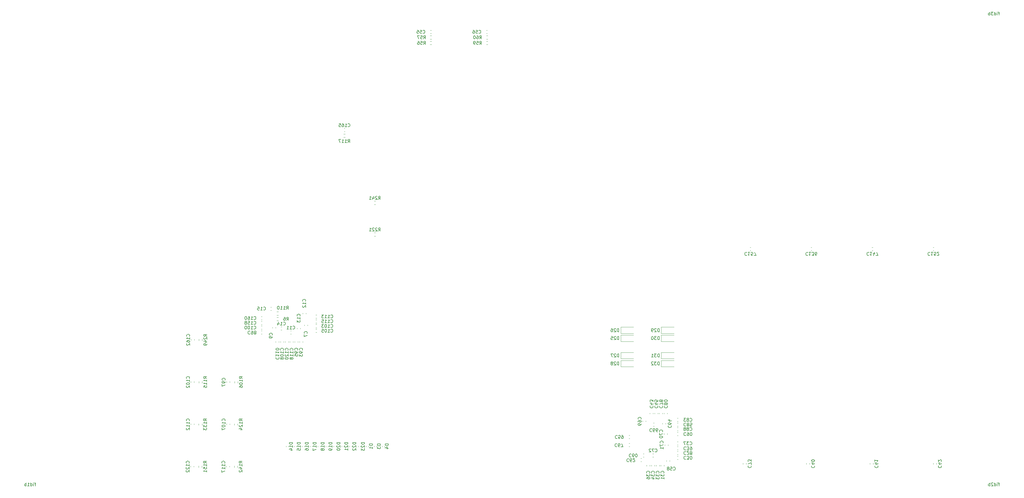
<source format=gbr>
%TF.GenerationSoftware,KiCad,Pcbnew,9.0.6-9.0.6~ubuntu24.04.1*%
%TF.CreationDate,2026-01-26T00:38:37+01:00*%
%TF.ProjectId,FPGA_Board_BA,46504741-5f42-46f6-9172-645f42412e6b,rev?*%
%TF.SameCoordinates,Original*%
%TF.FileFunction,Legend,Bot*%
%TF.FilePolarity,Positive*%
%FSLAX46Y46*%
G04 Gerber Fmt 4.6, Leading zero omitted, Abs format (unit mm)*
G04 Created by KiCad (PCBNEW 9.0.6-9.0.6~ubuntu24.04.1) date 2026-01-26 00:38:37*
%MOMM*%
%LPD*%
G01*
G04 APERTURE LIST*
%ADD10C,0.150000*%
%ADD11C,0.120000*%
G04 APERTURE END LIST*
D10*
X124716666Y-158029819D02*
X125049999Y-157553628D01*
X125288094Y-158029819D02*
X125288094Y-157029819D01*
X125288094Y-157029819D02*
X124907142Y-157029819D01*
X124907142Y-157029819D02*
X124811904Y-157077438D01*
X124811904Y-157077438D02*
X124764285Y-157125057D01*
X124764285Y-157125057D02*
X124716666Y-157220295D01*
X124716666Y-157220295D02*
X124716666Y-157363152D01*
X124716666Y-157363152D02*
X124764285Y-157458390D01*
X124764285Y-157458390D02*
X124811904Y-157506009D01*
X124811904Y-157506009D02*
X124907142Y-157553628D01*
X124907142Y-157553628D02*
X125288094Y-157553628D01*
X123859523Y-157029819D02*
X124049999Y-157029819D01*
X124049999Y-157029819D02*
X124145237Y-157077438D01*
X124145237Y-157077438D02*
X124192856Y-157125057D01*
X124192856Y-157125057D02*
X124288094Y-157267914D01*
X124288094Y-157267914D02*
X124335713Y-157458390D01*
X124335713Y-157458390D02*
X124335713Y-157839342D01*
X124335713Y-157839342D02*
X124288094Y-157934580D01*
X124288094Y-157934580D02*
X124240475Y-157982200D01*
X124240475Y-157982200D02*
X124145237Y-158029819D01*
X124145237Y-158029819D02*
X123954761Y-158029819D01*
X123954761Y-158029819D02*
X123859523Y-157982200D01*
X123859523Y-157982200D02*
X123811904Y-157934580D01*
X123811904Y-157934580D02*
X123764285Y-157839342D01*
X123764285Y-157839342D02*
X123764285Y-157601247D01*
X123764285Y-157601247D02*
X123811904Y-157506009D01*
X123811904Y-157506009D02*
X123859523Y-157458390D01*
X123859523Y-157458390D02*
X123954761Y-157410771D01*
X123954761Y-157410771D02*
X124145237Y-157410771D01*
X124145237Y-157410771D02*
X124240475Y-157458390D01*
X124240475Y-157458390D02*
X124288094Y-157506009D01*
X124288094Y-157506009D02*
X124335713Y-157601247D01*
X138669047Y-158684580D02*
X138716666Y-158732200D01*
X138716666Y-158732200D02*
X138859523Y-158779819D01*
X138859523Y-158779819D02*
X138954761Y-158779819D01*
X138954761Y-158779819D02*
X139097618Y-158732200D01*
X139097618Y-158732200D02*
X139192856Y-158636961D01*
X139192856Y-158636961D02*
X139240475Y-158541723D01*
X139240475Y-158541723D02*
X139288094Y-158351247D01*
X139288094Y-158351247D02*
X139288094Y-158208390D01*
X139288094Y-158208390D02*
X139240475Y-158017914D01*
X139240475Y-158017914D02*
X139192856Y-157922676D01*
X139192856Y-157922676D02*
X139097618Y-157827438D01*
X139097618Y-157827438D02*
X138954761Y-157779819D01*
X138954761Y-157779819D02*
X138859523Y-157779819D01*
X138859523Y-157779819D02*
X138716666Y-157827438D01*
X138716666Y-157827438D02*
X138669047Y-157875057D01*
X137716666Y-158779819D02*
X138288094Y-158779819D01*
X138002380Y-158779819D02*
X138002380Y-157779819D01*
X138002380Y-157779819D02*
X138097618Y-157922676D01*
X138097618Y-157922676D02*
X138192856Y-158017914D01*
X138192856Y-158017914D02*
X138288094Y-158065533D01*
X136764285Y-158779819D02*
X137335713Y-158779819D01*
X137049999Y-158779819D02*
X137049999Y-157779819D01*
X137049999Y-157779819D02*
X137145237Y-157922676D01*
X137145237Y-157922676D02*
X137240475Y-158017914D01*
X137240475Y-158017914D02*
X137335713Y-158065533D01*
X135859523Y-157779819D02*
X136335713Y-157779819D01*
X136335713Y-157779819D02*
X136383332Y-158256009D01*
X136383332Y-158256009D02*
X136335713Y-158208390D01*
X136335713Y-158208390D02*
X136240475Y-158160771D01*
X136240475Y-158160771D02*
X136002380Y-158160771D01*
X136002380Y-158160771D02*
X135907142Y-158208390D01*
X135907142Y-158208390D02*
X135859523Y-158256009D01*
X135859523Y-158256009D02*
X135811904Y-158351247D01*
X135811904Y-158351247D02*
X135811904Y-158589342D01*
X135811904Y-158589342D02*
X135859523Y-158684580D01*
X135859523Y-158684580D02*
X135907142Y-158732200D01*
X135907142Y-158732200D02*
X136002380Y-158779819D01*
X136002380Y-158779819D02*
X136240475Y-158779819D01*
X136240475Y-158779819D02*
X136335713Y-158732200D01*
X136335713Y-158732200D02*
X136383332Y-158684580D01*
X308378452Y-136629431D02*
X308330833Y-136581812D01*
X308330833Y-136581812D02*
X308187976Y-136534192D01*
X308187976Y-136534192D02*
X308092738Y-136534192D01*
X308092738Y-136534192D02*
X307949881Y-136581812D01*
X307949881Y-136581812D02*
X307854643Y-136677050D01*
X307854643Y-136677050D02*
X307807024Y-136772288D01*
X307807024Y-136772288D02*
X307759405Y-136962764D01*
X307759405Y-136962764D02*
X307759405Y-137105621D01*
X307759405Y-137105621D02*
X307807024Y-137296097D01*
X307807024Y-137296097D02*
X307854643Y-137391335D01*
X307854643Y-137391335D02*
X307949881Y-137486573D01*
X307949881Y-137486573D02*
X308092738Y-137534192D01*
X308092738Y-137534192D02*
X308187976Y-137534192D01*
X308187976Y-137534192D02*
X308330833Y-137486573D01*
X308330833Y-137486573D02*
X308378452Y-137438954D01*
X309330833Y-136534192D02*
X308759405Y-136534192D01*
X309045119Y-136534192D02*
X309045119Y-137534192D01*
X309045119Y-137534192D02*
X308949881Y-137391335D01*
X308949881Y-137391335D02*
X308854643Y-137296097D01*
X308854643Y-137296097D02*
X308759405Y-137248478D01*
X310187976Y-137200859D02*
X310187976Y-136534192D01*
X309949881Y-137581812D02*
X309711786Y-136867526D01*
X309711786Y-136867526D02*
X310330833Y-136867526D01*
X310616548Y-137534192D02*
X311283214Y-137534192D01*
X311283214Y-137534192D02*
X310854643Y-136534192D01*
X229514285Y-161604819D02*
X229514285Y-160604819D01*
X229514285Y-160604819D02*
X229276190Y-160604819D01*
X229276190Y-160604819D02*
X229133333Y-160652438D01*
X229133333Y-160652438D02*
X229038095Y-160747676D01*
X229038095Y-160747676D02*
X228990476Y-160842914D01*
X228990476Y-160842914D02*
X228942857Y-161033390D01*
X228942857Y-161033390D02*
X228942857Y-161176247D01*
X228942857Y-161176247D02*
X228990476Y-161366723D01*
X228990476Y-161366723D02*
X229038095Y-161461961D01*
X229038095Y-161461961D02*
X229133333Y-161557200D01*
X229133333Y-161557200D02*
X229276190Y-161604819D01*
X229276190Y-161604819D02*
X229514285Y-161604819D01*
X228561904Y-160700057D02*
X228514285Y-160652438D01*
X228514285Y-160652438D02*
X228419047Y-160604819D01*
X228419047Y-160604819D02*
X228180952Y-160604819D01*
X228180952Y-160604819D02*
X228085714Y-160652438D01*
X228085714Y-160652438D02*
X228038095Y-160700057D01*
X228038095Y-160700057D02*
X227990476Y-160795295D01*
X227990476Y-160795295D02*
X227990476Y-160890533D01*
X227990476Y-160890533D02*
X228038095Y-161033390D01*
X228038095Y-161033390D02*
X228609523Y-161604819D01*
X228609523Y-161604819D02*
X227990476Y-161604819D01*
X227133333Y-160604819D02*
X227323809Y-160604819D01*
X227323809Y-160604819D02*
X227419047Y-160652438D01*
X227419047Y-160652438D02*
X227466666Y-160700057D01*
X227466666Y-160700057D02*
X227561904Y-160842914D01*
X227561904Y-160842914D02*
X227609523Y-161033390D01*
X227609523Y-161033390D02*
X227609523Y-161414342D01*
X227609523Y-161414342D02*
X227561904Y-161509580D01*
X227561904Y-161509580D02*
X227514285Y-161557200D01*
X227514285Y-161557200D02*
X227419047Y-161604819D01*
X227419047Y-161604819D02*
X227228571Y-161604819D01*
X227228571Y-161604819D02*
X227133333Y-161557200D01*
X227133333Y-161557200D02*
X227085714Y-161509580D01*
X227085714Y-161509580D02*
X227038095Y-161414342D01*
X227038095Y-161414342D02*
X227038095Y-161176247D01*
X227038095Y-161176247D02*
X227085714Y-161081009D01*
X227085714Y-161081009D02*
X227133333Y-161033390D01*
X227133333Y-161033390D02*
X227228571Y-160985771D01*
X227228571Y-160985771D02*
X227419047Y-160985771D01*
X227419047Y-160985771D02*
X227514285Y-161033390D01*
X227514285Y-161033390D02*
X227561904Y-161081009D01*
X227561904Y-161081009D02*
X227609523Y-161176247D01*
X149319819Y-196598214D02*
X148319819Y-196598214D01*
X148319819Y-196598214D02*
X148319819Y-196836309D01*
X148319819Y-196836309D02*
X148367438Y-196979166D01*
X148367438Y-196979166D02*
X148462676Y-197074404D01*
X148462676Y-197074404D02*
X148557914Y-197122023D01*
X148557914Y-197122023D02*
X148748390Y-197169642D01*
X148748390Y-197169642D02*
X148891247Y-197169642D01*
X148891247Y-197169642D02*
X149081723Y-197122023D01*
X149081723Y-197122023D02*
X149176961Y-197074404D01*
X149176961Y-197074404D02*
X149272200Y-196979166D01*
X149272200Y-196979166D02*
X149319819Y-196836309D01*
X149319819Y-196836309D02*
X149319819Y-196598214D01*
X148415057Y-197550595D02*
X148367438Y-197598214D01*
X148367438Y-197598214D02*
X148319819Y-197693452D01*
X148319819Y-197693452D02*
X148319819Y-197931547D01*
X148319819Y-197931547D02*
X148367438Y-198026785D01*
X148367438Y-198026785D02*
X148415057Y-198074404D01*
X148415057Y-198074404D02*
X148510295Y-198122023D01*
X148510295Y-198122023D02*
X148605533Y-198122023D01*
X148605533Y-198122023D02*
X148748390Y-198074404D01*
X148748390Y-198074404D02*
X149319819Y-197502976D01*
X149319819Y-197502976D02*
X149319819Y-198122023D01*
X148319819Y-198455357D02*
X148319819Y-199074404D01*
X148319819Y-199074404D02*
X148700771Y-198741071D01*
X148700771Y-198741071D02*
X148700771Y-198883928D01*
X148700771Y-198883928D02*
X148748390Y-198979166D01*
X148748390Y-198979166D02*
X148796009Y-199026785D01*
X148796009Y-199026785D02*
X148891247Y-199074404D01*
X148891247Y-199074404D02*
X149129342Y-199074404D01*
X149129342Y-199074404D02*
X149224580Y-199026785D01*
X149224580Y-199026785D02*
X149272200Y-198979166D01*
X149272200Y-198979166D02*
X149319819Y-198883928D01*
X149319819Y-198883928D02*
X149319819Y-198598214D01*
X149319819Y-198598214D02*
X149272200Y-198502976D01*
X149272200Y-198502976D02*
X149224580Y-198455357D01*
X349609523Y-209648152D02*
X349228571Y-209648152D01*
X349466666Y-210314819D02*
X349466666Y-209457676D01*
X349466666Y-209457676D02*
X349419047Y-209362438D01*
X349419047Y-209362438D02*
X349323809Y-209314819D01*
X349323809Y-209314819D02*
X349228571Y-209314819D01*
X348895237Y-210314819D02*
X348895237Y-209648152D01*
X348895237Y-209314819D02*
X348942856Y-209362438D01*
X348942856Y-209362438D02*
X348895237Y-209410057D01*
X348895237Y-209410057D02*
X348847618Y-209362438D01*
X348847618Y-209362438D02*
X348895237Y-209314819D01*
X348895237Y-209314819D02*
X348895237Y-209410057D01*
X347990476Y-210314819D02*
X347990476Y-209314819D01*
X347990476Y-210267200D02*
X348085714Y-210314819D01*
X348085714Y-210314819D02*
X348276190Y-210314819D01*
X348276190Y-210314819D02*
X348371428Y-210267200D01*
X348371428Y-210267200D02*
X348419047Y-210219580D01*
X348419047Y-210219580D02*
X348466666Y-210124342D01*
X348466666Y-210124342D02*
X348466666Y-209838628D01*
X348466666Y-209838628D02*
X348419047Y-209743390D01*
X348419047Y-209743390D02*
X348371428Y-209695771D01*
X348371428Y-209695771D02*
X348276190Y-209648152D01*
X348276190Y-209648152D02*
X348085714Y-209648152D01*
X348085714Y-209648152D02*
X347990476Y-209695771D01*
X347561904Y-209410057D02*
X347514285Y-209362438D01*
X347514285Y-209362438D02*
X347419047Y-209314819D01*
X347419047Y-209314819D02*
X347180952Y-209314819D01*
X347180952Y-209314819D02*
X347085714Y-209362438D01*
X347085714Y-209362438D02*
X347038095Y-209410057D01*
X347038095Y-209410057D02*
X346990476Y-209505295D01*
X346990476Y-209505295D02*
X346990476Y-209600533D01*
X346990476Y-209600533D02*
X347038095Y-209743390D01*
X347038095Y-209743390D02*
X347609523Y-210314819D01*
X347609523Y-210314819D02*
X346990476Y-210314819D01*
X346561904Y-210314819D02*
X346561904Y-209314819D01*
X346561904Y-209695771D02*
X346466666Y-209648152D01*
X346466666Y-209648152D02*
X346276190Y-209648152D01*
X346276190Y-209648152D02*
X346180952Y-209695771D01*
X346180952Y-209695771D02*
X346133333Y-209743390D01*
X346133333Y-209743390D02*
X346085714Y-209838628D01*
X346085714Y-209838628D02*
X346085714Y-210124342D01*
X346085714Y-210124342D02*
X346133333Y-210219580D01*
X346133333Y-210219580D02*
X346180952Y-210267200D01*
X346180952Y-210267200D02*
X346276190Y-210314819D01*
X346276190Y-210314819D02*
X346466666Y-210314819D01*
X346466666Y-210314819D02*
X346561904Y-210267200D01*
X239440419Y-185042857D02*
X239392800Y-185090476D01*
X239392800Y-185090476D02*
X239345180Y-185233333D01*
X239345180Y-185233333D02*
X239345180Y-185328571D01*
X239345180Y-185328571D02*
X239392800Y-185471428D01*
X239392800Y-185471428D02*
X239488038Y-185566666D01*
X239488038Y-185566666D02*
X239583276Y-185614285D01*
X239583276Y-185614285D02*
X239773752Y-185661904D01*
X239773752Y-185661904D02*
X239916609Y-185661904D01*
X239916609Y-185661904D02*
X240107085Y-185614285D01*
X240107085Y-185614285D02*
X240202323Y-185566666D01*
X240202323Y-185566666D02*
X240297561Y-185471428D01*
X240297561Y-185471428D02*
X240345180Y-185328571D01*
X240345180Y-185328571D02*
X240345180Y-185233333D01*
X240345180Y-185233333D02*
X240297561Y-185090476D01*
X240297561Y-185090476D02*
X240249942Y-185042857D01*
X240011847Y-184185714D02*
X239345180Y-184185714D01*
X240392800Y-184423809D02*
X239678514Y-184661904D01*
X239678514Y-184661904D02*
X239678514Y-184042857D01*
X240345180Y-183757142D02*
X240345180Y-183138095D01*
X240345180Y-183138095D02*
X239964228Y-183471428D01*
X239964228Y-183471428D02*
X239964228Y-183328571D01*
X239964228Y-183328571D02*
X239916609Y-183233333D01*
X239916609Y-183233333D02*
X239868990Y-183185714D01*
X239868990Y-183185714D02*
X239773752Y-183138095D01*
X239773752Y-183138095D02*
X239535657Y-183138095D01*
X239535657Y-183138095D02*
X239440419Y-183185714D01*
X239440419Y-183185714D02*
X239392800Y-183233333D01*
X239392800Y-183233333D02*
X239345180Y-183328571D01*
X239345180Y-183328571D02*
X239345180Y-183614285D01*
X239345180Y-183614285D02*
X239392800Y-183709523D01*
X239392800Y-183709523D02*
X239440419Y-183757142D01*
X123659580Y-167455952D02*
X123707200Y-167408333D01*
X123707200Y-167408333D02*
X123754819Y-167265476D01*
X123754819Y-167265476D02*
X123754819Y-167170238D01*
X123754819Y-167170238D02*
X123707200Y-167027381D01*
X123707200Y-167027381D02*
X123611961Y-166932143D01*
X123611961Y-166932143D02*
X123516723Y-166884524D01*
X123516723Y-166884524D02*
X123326247Y-166836905D01*
X123326247Y-166836905D02*
X123183390Y-166836905D01*
X123183390Y-166836905D02*
X122992914Y-166884524D01*
X122992914Y-166884524D02*
X122897676Y-166932143D01*
X122897676Y-166932143D02*
X122802438Y-167027381D01*
X122802438Y-167027381D02*
X122754819Y-167170238D01*
X122754819Y-167170238D02*
X122754819Y-167265476D01*
X122754819Y-167265476D02*
X122802438Y-167408333D01*
X122802438Y-167408333D02*
X122850057Y-167455952D01*
X123754819Y-168408333D02*
X123754819Y-167836905D01*
X123754819Y-168122619D02*
X122754819Y-168122619D01*
X122754819Y-168122619D02*
X122897676Y-168027381D01*
X122897676Y-168027381D02*
X122992914Y-167932143D01*
X122992914Y-167932143D02*
X123040533Y-167836905D01*
X122754819Y-169027381D02*
X122754819Y-169122619D01*
X122754819Y-169122619D02*
X122802438Y-169217857D01*
X122802438Y-169217857D02*
X122850057Y-169265476D01*
X122850057Y-169265476D02*
X122945295Y-169313095D01*
X122945295Y-169313095D02*
X123135771Y-169360714D01*
X123135771Y-169360714D02*
X123373866Y-169360714D01*
X123373866Y-169360714D02*
X123564342Y-169313095D01*
X123564342Y-169313095D02*
X123659580Y-169265476D01*
X123659580Y-169265476D02*
X123707200Y-169217857D01*
X123707200Y-169217857D02*
X123754819Y-169122619D01*
X123754819Y-169122619D02*
X123754819Y-169027381D01*
X123754819Y-169027381D02*
X123707200Y-168932143D01*
X123707200Y-168932143D02*
X123659580Y-168884524D01*
X123659580Y-168884524D02*
X123564342Y-168836905D01*
X123564342Y-168836905D02*
X123373866Y-168789286D01*
X123373866Y-168789286D02*
X123135771Y-168789286D01*
X123135771Y-168789286D02*
X122945295Y-168836905D01*
X122945295Y-168836905D02*
X122850057Y-168884524D01*
X122850057Y-168884524D02*
X122802438Y-168932143D01*
X122802438Y-168932143D02*
X122754819Y-169027381D01*
X123183390Y-169932143D02*
X123135771Y-169836905D01*
X123135771Y-169836905D02*
X123088152Y-169789286D01*
X123088152Y-169789286D02*
X122992914Y-169741667D01*
X122992914Y-169741667D02*
X122945295Y-169741667D01*
X122945295Y-169741667D02*
X122850057Y-169789286D01*
X122850057Y-169789286D02*
X122802438Y-169836905D01*
X122802438Y-169836905D02*
X122754819Y-169932143D01*
X122754819Y-169932143D02*
X122754819Y-170122619D01*
X122754819Y-170122619D02*
X122802438Y-170217857D01*
X122802438Y-170217857D02*
X122850057Y-170265476D01*
X122850057Y-170265476D02*
X122945295Y-170313095D01*
X122945295Y-170313095D02*
X122992914Y-170313095D01*
X122992914Y-170313095D02*
X123088152Y-170265476D01*
X123088152Y-170265476D02*
X123135771Y-170217857D01*
X123135771Y-170217857D02*
X123183390Y-170122619D01*
X123183390Y-170122619D02*
X123183390Y-169932143D01*
X123183390Y-169932143D02*
X123231009Y-169836905D01*
X123231009Y-169836905D02*
X123278628Y-169789286D01*
X123278628Y-169789286D02*
X123373866Y-169741667D01*
X123373866Y-169741667D02*
X123564342Y-169741667D01*
X123564342Y-169741667D02*
X123659580Y-169789286D01*
X123659580Y-169789286D02*
X123707200Y-169836905D01*
X123707200Y-169836905D02*
X123754819Y-169932143D01*
X123754819Y-169932143D02*
X123754819Y-170122619D01*
X123754819Y-170122619D02*
X123707200Y-170217857D01*
X123707200Y-170217857D02*
X123659580Y-170265476D01*
X123659580Y-170265476D02*
X123564342Y-170313095D01*
X123564342Y-170313095D02*
X123373866Y-170313095D01*
X123373866Y-170313095D02*
X123278628Y-170265476D01*
X123278628Y-170265476D02*
X123231009Y-170217857D01*
X123231009Y-170217857D02*
X123183390Y-170122619D01*
X250657142Y-199540419D02*
X250609523Y-199492800D01*
X250609523Y-199492800D02*
X250466666Y-199445180D01*
X250466666Y-199445180D02*
X250371428Y-199445180D01*
X250371428Y-199445180D02*
X250228571Y-199492800D01*
X250228571Y-199492800D02*
X250133333Y-199588038D01*
X250133333Y-199588038D02*
X250085714Y-199683276D01*
X250085714Y-199683276D02*
X250038095Y-199873752D01*
X250038095Y-199873752D02*
X250038095Y-200016609D01*
X250038095Y-200016609D02*
X250085714Y-200207085D01*
X250085714Y-200207085D02*
X250133333Y-200302323D01*
X250133333Y-200302323D02*
X250228571Y-200397561D01*
X250228571Y-200397561D02*
X250371428Y-200445180D01*
X250371428Y-200445180D02*
X250466666Y-200445180D01*
X250466666Y-200445180D02*
X250609523Y-200397561D01*
X250609523Y-200397561D02*
X250657142Y-200349942D01*
X251038095Y-200349942D02*
X251085714Y-200397561D01*
X251085714Y-200397561D02*
X251180952Y-200445180D01*
X251180952Y-200445180D02*
X251419047Y-200445180D01*
X251419047Y-200445180D02*
X251514285Y-200397561D01*
X251514285Y-200397561D02*
X251561904Y-200349942D01*
X251561904Y-200349942D02*
X251609523Y-200254704D01*
X251609523Y-200254704D02*
X251609523Y-200159466D01*
X251609523Y-200159466D02*
X251561904Y-200016609D01*
X251561904Y-200016609D02*
X250990476Y-199445180D01*
X250990476Y-199445180D02*
X251609523Y-199445180D01*
X252180952Y-200016609D02*
X252085714Y-200064228D01*
X252085714Y-200064228D02*
X252038095Y-200111847D01*
X252038095Y-200111847D02*
X251990476Y-200207085D01*
X251990476Y-200207085D02*
X251990476Y-200254704D01*
X251990476Y-200254704D02*
X252038095Y-200349942D01*
X252038095Y-200349942D02*
X252085714Y-200397561D01*
X252085714Y-200397561D02*
X252180952Y-200445180D01*
X252180952Y-200445180D02*
X252371428Y-200445180D01*
X252371428Y-200445180D02*
X252466666Y-200397561D01*
X252466666Y-200397561D02*
X252514285Y-200349942D01*
X252514285Y-200349942D02*
X252561904Y-200254704D01*
X252561904Y-200254704D02*
X252561904Y-200207085D01*
X252561904Y-200207085D02*
X252514285Y-200111847D01*
X252514285Y-200111847D02*
X252466666Y-200064228D01*
X252466666Y-200064228D02*
X252371428Y-200016609D01*
X252371428Y-200016609D02*
X252180952Y-200016609D01*
X252180952Y-200016609D02*
X252085714Y-199968990D01*
X252085714Y-199968990D02*
X252038095Y-199921371D01*
X252038095Y-199921371D02*
X251990476Y-199826133D01*
X251990476Y-199826133D02*
X251990476Y-199635657D01*
X251990476Y-199635657D02*
X252038095Y-199540419D01*
X252038095Y-199540419D02*
X252085714Y-199492800D01*
X252085714Y-199492800D02*
X252180952Y-199445180D01*
X252180952Y-199445180D02*
X252371428Y-199445180D01*
X252371428Y-199445180D02*
X252466666Y-199492800D01*
X252466666Y-199492800D02*
X252514285Y-199540419D01*
X252514285Y-199540419D02*
X252561904Y-199635657D01*
X252561904Y-199635657D02*
X252561904Y-199826133D01*
X252561904Y-199826133D02*
X252514285Y-199921371D01*
X252514285Y-199921371D02*
X252466666Y-199968990D01*
X252466666Y-199968990D02*
X252371428Y-200016609D01*
X141569819Y-196598214D02*
X140569819Y-196598214D01*
X140569819Y-196598214D02*
X140569819Y-196836309D01*
X140569819Y-196836309D02*
X140617438Y-196979166D01*
X140617438Y-196979166D02*
X140712676Y-197074404D01*
X140712676Y-197074404D02*
X140807914Y-197122023D01*
X140807914Y-197122023D02*
X140998390Y-197169642D01*
X140998390Y-197169642D02*
X141141247Y-197169642D01*
X141141247Y-197169642D02*
X141331723Y-197122023D01*
X141331723Y-197122023D02*
X141426961Y-197074404D01*
X141426961Y-197074404D02*
X141522200Y-196979166D01*
X141522200Y-196979166D02*
X141569819Y-196836309D01*
X141569819Y-196836309D02*
X141569819Y-196598214D01*
X140665057Y-197550595D02*
X140617438Y-197598214D01*
X140617438Y-197598214D02*
X140569819Y-197693452D01*
X140569819Y-197693452D02*
X140569819Y-197931547D01*
X140569819Y-197931547D02*
X140617438Y-198026785D01*
X140617438Y-198026785D02*
X140665057Y-198074404D01*
X140665057Y-198074404D02*
X140760295Y-198122023D01*
X140760295Y-198122023D02*
X140855533Y-198122023D01*
X140855533Y-198122023D02*
X140998390Y-198074404D01*
X140998390Y-198074404D02*
X141569819Y-197502976D01*
X141569819Y-197502976D02*
X141569819Y-198122023D01*
X140569819Y-198741071D02*
X140569819Y-198836309D01*
X140569819Y-198836309D02*
X140617438Y-198931547D01*
X140617438Y-198931547D02*
X140665057Y-198979166D01*
X140665057Y-198979166D02*
X140760295Y-199026785D01*
X140760295Y-199026785D02*
X140950771Y-199074404D01*
X140950771Y-199074404D02*
X141188866Y-199074404D01*
X141188866Y-199074404D02*
X141379342Y-199026785D01*
X141379342Y-199026785D02*
X141474580Y-198979166D01*
X141474580Y-198979166D02*
X141522200Y-198931547D01*
X141522200Y-198931547D02*
X141569819Y-198836309D01*
X141569819Y-198836309D02*
X141569819Y-198741071D01*
X141569819Y-198741071D02*
X141522200Y-198645833D01*
X141522200Y-198645833D02*
X141474580Y-198598214D01*
X141474580Y-198598214D02*
X141379342Y-198550595D01*
X141379342Y-198550595D02*
X141188866Y-198502976D01*
X141188866Y-198502976D02*
X140950771Y-198502976D01*
X140950771Y-198502976D02*
X140760295Y-198550595D01*
X140760295Y-198550595D02*
X140665057Y-198598214D01*
X140665057Y-198598214D02*
X140617438Y-198645833D01*
X140617438Y-198645833D02*
X140569819Y-198741071D01*
X251942857Y-197259580D02*
X251990476Y-197307200D01*
X251990476Y-197307200D02*
X252133333Y-197354819D01*
X252133333Y-197354819D02*
X252228571Y-197354819D01*
X252228571Y-197354819D02*
X252371428Y-197307200D01*
X252371428Y-197307200D02*
X252466666Y-197211961D01*
X252466666Y-197211961D02*
X252514285Y-197116723D01*
X252514285Y-197116723D02*
X252561904Y-196926247D01*
X252561904Y-196926247D02*
X252561904Y-196783390D01*
X252561904Y-196783390D02*
X252514285Y-196592914D01*
X252514285Y-196592914D02*
X252466666Y-196497676D01*
X252466666Y-196497676D02*
X252371428Y-196402438D01*
X252371428Y-196402438D02*
X252228571Y-196354819D01*
X252228571Y-196354819D02*
X252133333Y-196354819D01*
X252133333Y-196354819D02*
X251990476Y-196402438D01*
X251990476Y-196402438D02*
X251942857Y-196450057D01*
X251609523Y-196354819D02*
X250990476Y-196354819D01*
X250990476Y-196354819D02*
X251323809Y-196735771D01*
X251323809Y-196735771D02*
X251180952Y-196735771D01*
X251180952Y-196735771D02*
X251085714Y-196783390D01*
X251085714Y-196783390D02*
X251038095Y-196831009D01*
X251038095Y-196831009D02*
X250990476Y-196926247D01*
X250990476Y-196926247D02*
X250990476Y-197164342D01*
X250990476Y-197164342D02*
X251038095Y-197259580D01*
X251038095Y-197259580D02*
X251085714Y-197307200D01*
X251085714Y-197307200D02*
X251180952Y-197354819D01*
X251180952Y-197354819D02*
X251466666Y-197354819D01*
X251466666Y-197354819D02*
X251561904Y-197307200D01*
X251561904Y-197307200D02*
X251609523Y-197259580D01*
X250657142Y-196354819D02*
X249990476Y-196354819D01*
X249990476Y-196354819D02*
X250419047Y-197354819D01*
X138669047Y-157184580D02*
X138716666Y-157232200D01*
X138716666Y-157232200D02*
X138859523Y-157279819D01*
X138859523Y-157279819D02*
X138954761Y-157279819D01*
X138954761Y-157279819D02*
X139097618Y-157232200D01*
X139097618Y-157232200D02*
X139192856Y-157136961D01*
X139192856Y-157136961D02*
X139240475Y-157041723D01*
X139240475Y-157041723D02*
X139288094Y-156851247D01*
X139288094Y-156851247D02*
X139288094Y-156708390D01*
X139288094Y-156708390D02*
X139240475Y-156517914D01*
X139240475Y-156517914D02*
X139192856Y-156422676D01*
X139192856Y-156422676D02*
X139097618Y-156327438D01*
X139097618Y-156327438D02*
X138954761Y-156279819D01*
X138954761Y-156279819D02*
X138859523Y-156279819D01*
X138859523Y-156279819D02*
X138716666Y-156327438D01*
X138716666Y-156327438D02*
X138669047Y-156375057D01*
X137716666Y-157279819D02*
X138288094Y-157279819D01*
X138002380Y-157279819D02*
X138002380Y-156279819D01*
X138002380Y-156279819D02*
X138097618Y-156422676D01*
X138097618Y-156422676D02*
X138192856Y-156517914D01*
X138192856Y-156517914D02*
X138288094Y-156565533D01*
X136764285Y-157279819D02*
X137335713Y-157279819D01*
X137049999Y-157279819D02*
X137049999Y-156279819D01*
X137049999Y-156279819D02*
X137145237Y-156422676D01*
X137145237Y-156422676D02*
X137240475Y-156517914D01*
X137240475Y-156517914D02*
X137335713Y-156565533D01*
X136430951Y-156279819D02*
X135811904Y-156279819D01*
X135811904Y-156279819D02*
X136145237Y-156660771D01*
X136145237Y-156660771D02*
X136002380Y-156660771D01*
X136002380Y-156660771D02*
X135907142Y-156708390D01*
X135907142Y-156708390D02*
X135859523Y-156756009D01*
X135859523Y-156756009D02*
X135811904Y-156851247D01*
X135811904Y-156851247D02*
X135811904Y-157089342D01*
X135811904Y-157089342D02*
X135859523Y-157184580D01*
X135859523Y-157184580D02*
X135907142Y-157232200D01*
X135907142Y-157232200D02*
X136002380Y-157279819D01*
X136002380Y-157279819D02*
X136288094Y-157279819D01*
X136288094Y-157279819D02*
X136383332Y-157232200D01*
X136383332Y-157232200D02*
X136430951Y-157184580D01*
X229514285Y-172104819D02*
X229514285Y-171104819D01*
X229514285Y-171104819D02*
X229276190Y-171104819D01*
X229276190Y-171104819D02*
X229133333Y-171152438D01*
X229133333Y-171152438D02*
X229038095Y-171247676D01*
X229038095Y-171247676D02*
X228990476Y-171342914D01*
X228990476Y-171342914D02*
X228942857Y-171533390D01*
X228942857Y-171533390D02*
X228942857Y-171676247D01*
X228942857Y-171676247D02*
X228990476Y-171866723D01*
X228990476Y-171866723D02*
X229038095Y-171961961D01*
X229038095Y-171961961D02*
X229133333Y-172057200D01*
X229133333Y-172057200D02*
X229276190Y-172104819D01*
X229276190Y-172104819D02*
X229514285Y-172104819D01*
X228561904Y-171200057D02*
X228514285Y-171152438D01*
X228514285Y-171152438D02*
X228419047Y-171104819D01*
X228419047Y-171104819D02*
X228180952Y-171104819D01*
X228180952Y-171104819D02*
X228085714Y-171152438D01*
X228085714Y-171152438D02*
X228038095Y-171200057D01*
X228038095Y-171200057D02*
X227990476Y-171295295D01*
X227990476Y-171295295D02*
X227990476Y-171390533D01*
X227990476Y-171390533D02*
X228038095Y-171533390D01*
X228038095Y-171533390D02*
X228609523Y-172104819D01*
X228609523Y-172104819D02*
X227990476Y-172104819D01*
X227419047Y-171533390D02*
X227514285Y-171485771D01*
X227514285Y-171485771D02*
X227561904Y-171438152D01*
X227561904Y-171438152D02*
X227609523Y-171342914D01*
X227609523Y-171342914D02*
X227609523Y-171295295D01*
X227609523Y-171295295D02*
X227561904Y-171200057D01*
X227561904Y-171200057D02*
X227514285Y-171152438D01*
X227514285Y-171152438D02*
X227419047Y-171104819D01*
X227419047Y-171104819D02*
X227228571Y-171104819D01*
X227228571Y-171104819D02*
X227133333Y-171152438D01*
X227133333Y-171152438D02*
X227085714Y-171200057D01*
X227085714Y-171200057D02*
X227038095Y-171295295D01*
X227038095Y-171295295D02*
X227038095Y-171342914D01*
X227038095Y-171342914D02*
X227085714Y-171438152D01*
X227085714Y-171438152D02*
X227133333Y-171485771D01*
X227133333Y-171485771D02*
X227228571Y-171533390D01*
X227228571Y-171533390D02*
X227419047Y-171533390D01*
X227419047Y-171533390D02*
X227514285Y-171581009D01*
X227514285Y-171581009D02*
X227561904Y-171628628D01*
X227561904Y-171628628D02*
X227609523Y-171723866D01*
X227609523Y-171723866D02*
X227609523Y-171914342D01*
X227609523Y-171914342D02*
X227561904Y-172009580D01*
X227561904Y-172009580D02*
X227514285Y-172057200D01*
X227514285Y-172057200D02*
X227419047Y-172104819D01*
X227419047Y-172104819D02*
X227228571Y-172104819D01*
X227228571Y-172104819D02*
X227133333Y-172057200D01*
X227133333Y-172057200D02*
X227085714Y-172009580D01*
X227085714Y-172009580D02*
X227038095Y-171914342D01*
X227038095Y-171914342D02*
X227038095Y-171723866D01*
X227038095Y-171723866D02*
X227085714Y-171628628D01*
X227085714Y-171628628D02*
X227133333Y-171581009D01*
X227133333Y-171581009D02*
X227228571Y-171533390D01*
X349609523Y-60938152D02*
X349228571Y-60938152D01*
X349466666Y-61604819D02*
X349466666Y-60747676D01*
X349466666Y-60747676D02*
X349419047Y-60652438D01*
X349419047Y-60652438D02*
X349323809Y-60604819D01*
X349323809Y-60604819D02*
X349228571Y-60604819D01*
X348895237Y-61604819D02*
X348895237Y-60938152D01*
X348895237Y-60604819D02*
X348942856Y-60652438D01*
X348942856Y-60652438D02*
X348895237Y-60700057D01*
X348895237Y-60700057D02*
X348847618Y-60652438D01*
X348847618Y-60652438D02*
X348895237Y-60604819D01*
X348895237Y-60604819D02*
X348895237Y-60700057D01*
X347990476Y-61604819D02*
X347990476Y-60604819D01*
X347990476Y-61557200D02*
X348085714Y-61604819D01*
X348085714Y-61604819D02*
X348276190Y-61604819D01*
X348276190Y-61604819D02*
X348371428Y-61557200D01*
X348371428Y-61557200D02*
X348419047Y-61509580D01*
X348419047Y-61509580D02*
X348466666Y-61414342D01*
X348466666Y-61414342D02*
X348466666Y-61128628D01*
X348466666Y-61128628D02*
X348419047Y-61033390D01*
X348419047Y-61033390D02*
X348371428Y-60985771D01*
X348371428Y-60985771D02*
X348276190Y-60938152D01*
X348276190Y-60938152D02*
X348085714Y-60938152D01*
X348085714Y-60938152D02*
X347990476Y-60985771D01*
X347609523Y-60604819D02*
X346990476Y-60604819D01*
X346990476Y-60604819D02*
X347323809Y-60985771D01*
X347323809Y-60985771D02*
X347180952Y-60985771D01*
X347180952Y-60985771D02*
X347085714Y-61033390D01*
X347085714Y-61033390D02*
X347038095Y-61081009D01*
X347038095Y-61081009D02*
X346990476Y-61176247D01*
X346990476Y-61176247D02*
X346990476Y-61414342D01*
X346990476Y-61414342D02*
X347038095Y-61509580D01*
X347038095Y-61509580D02*
X347085714Y-61557200D01*
X347085714Y-61557200D02*
X347180952Y-61604819D01*
X347180952Y-61604819D02*
X347466666Y-61604819D01*
X347466666Y-61604819D02*
X347561904Y-61557200D01*
X347561904Y-61557200D02*
X347609523Y-61509580D01*
X346561904Y-61604819D02*
X346561904Y-60604819D01*
X346561904Y-60985771D02*
X346466666Y-60938152D01*
X346466666Y-60938152D02*
X346276190Y-60938152D01*
X346276190Y-60938152D02*
X346180952Y-60985771D01*
X346180952Y-60985771D02*
X346133333Y-61033390D01*
X346133333Y-61033390D02*
X346085714Y-61128628D01*
X346085714Y-61128628D02*
X346085714Y-61414342D01*
X346085714Y-61414342D02*
X346133333Y-61509580D01*
X346133333Y-61509580D02*
X346180952Y-61557200D01*
X346180952Y-61557200D02*
X346276190Y-61604819D01*
X346276190Y-61604819D02*
X346466666Y-61604819D01*
X346466666Y-61604819D02*
X346561904Y-61557200D01*
X123692857Y-159434580D02*
X123740476Y-159482200D01*
X123740476Y-159482200D02*
X123883333Y-159529819D01*
X123883333Y-159529819D02*
X123978571Y-159529819D01*
X123978571Y-159529819D02*
X124121428Y-159482200D01*
X124121428Y-159482200D02*
X124216666Y-159386961D01*
X124216666Y-159386961D02*
X124264285Y-159291723D01*
X124264285Y-159291723D02*
X124311904Y-159101247D01*
X124311904Y-159101247D02*
X124311904Y-158958390D01*
X124311904Y-158958390D02*
X124264285Y-158767914D01*
X124264285Y-158767914D02*
X124216666Y-158672676D01*
X124216666Y-158672676D02*
X124121428Y-158577438D01*
X124121428Y-158577438D02*
X123978571Y-158529819D01*
X123978571Y-158529819D02*
X123883333Y-158529819D01*
X123883333Y-158529819D02*
X123740476Y-158577438D01*
X123740476Y-158577438D02*
X123692857Y-158625057D01*
X122740476Y-159529819D02*
X123311904Y-159529819D01*
X123026190Y-159529819D02*
X123026190Y-158529819D01*
X123026190Y-158529819D02*
X123121428Y-158672676D01*
X123121428Y-158672676D02*
X123216666Y-158767914D01*
X123216666Y-158767914D02*
X123311904Y-158815533D01*
X121883333Y-158863152D02*
X121883333Y-159529819D01*
X122121428Y-158482200D02*
X122359523Y-159196485D01*
X122359523Y-159196485D02*
X121740476Y-159196485D01*
X240940419Y-185042857D02*
X240892800Y-185090476D01*
X240892800Y-185090476D02*
X240845180Y-185233333D01*
X240845180Y-185233333D02*
X240845180Y-185328571D01*
X240845180Y-185328571D02*
X240892800Y-185471428D01*
X240892800Y-185471428D02*
X240988038Y-185566666D01*
X240988038Y-185566666D02*
X241083276Y-185614285D01*
X241083276Y-185614285D02*
X241273752Y-185661904D01*
X241273752Y-185661904D02*
X241416609Y-185661904D01*
X241416609Y-185661904D02*
X241607085Y-185614285D01*
X241607085Y-185614285D02*
X241702323Y-185566666D01*
X241702323Y-185566666D02*
X241797561Y-185471428D01*
X241797561Y-185471428D02*
X241845180Y-185328571D01*
X241845180Y-185328571D02*
X241845180Y-185233333D01*
X241845180Y-185233333D02*
X241797561Y-185090476D01*
X241797561Y-185090476D02*
X241749942Y-185042857D01*
X241511847Y-184185714D02*
X240845180Y-184185714D01*
X241892800Y-184423809D02*
X241178514Y-184661904D01*
X241178514Y-184661904D02*
X241178514Y-184042857D01*
X241845180Y-183185714D02*
X241845180Y-183661904D01*
X241845180Y-183661904D02*
X241368990Y-183709523D01*
X241368990Y-183709523D02*
X241416609Y-183661904D01*
X241416609Y-183661904D02*
X241464228Y-183566666D01*
X241464228Y-183566666D02*
X241464228Y-183328571D01*
X241464228Y-183328571D02*
X241416609Y-183233333D01*
X241416609Y-183233333D02*
X241368990Y-183185714D01*
X241368990Y-183185714D02*
X241273752Y-183138095D01*
X241273752Y-183138095D02*
X241035657Y-183138095D01*
X241035657Y-183138095D02*
X240940419Y-183185714D01*
X240940419Y-183185714D02*
X240892800Y-183233333D01*
X240892800Y-183233333D02*
X240845180Y-183328571D01*
X240845180Y-183328571D02*
X240845180Y-183566666D01*
X240845180Y-183566666D02*
X240892800Y-183661904D01*
X240892800Y-183661904D02*
X240940419Y-183709523D01*
X129069819Y-196598214D02*
X128069819Y-196598214D01*
X128069819Y-196598214D02*
X128069819Y-196836309D01*
X128069819Y-196836309D02*
X128117438Y-196979166D01*
X128117438Y-196979166D02*
X128212676Y-197074404D01*
X128212676Y-197074404D02*
X128307914Y-197122023D01*
X128307914Y-197122023D02*
X128498390Y-197169642D01*
X128498390Y-197169642D02*
X128641247Y-197169642D01*
X128641247Y-197169642D02*
X128831723Y-197122023D01*
X128831723Y-197122023D02*
X128926961Y-197074404D01*
X128926961Y-197074404D02*
X129022200Y-196979166D01*
X129022200Y-196979166D02*
X129069819Y-196836309D01*
X129069819Y-196836309D02*
X129069819Y-196598214D01*
X129069819Y-198122023D02*
X129069819Y-197550595D01*
X129069819Y-197836309D02*
X128069819Y-197836309D01*
X128069819Y-197836309D02*
X128212676Y-197741071D01*
X128212676Y-197741071D02*
X128307914Y-197645833D01*
X128307914Y-197645833D02*
X128355533Y-197550595D01*
X128069819Y-199026785D02*
X128069819Y-198550595D01*
X128069819Y-198550595D02*
X128546009Y-198502976D01*
X128546009Y-198502976D02*
X128498390Y-198550595D01*
X128498390Y-198550595D02*
X128450771Y-198645833D01*
X128450771Y-198645833D02*
X128450771Y-198883928D01*
X128450771Y-198883928D02*
X128498390Y-198979166D01*
X128498390Y-198979166D02*
X128546009Y-199026785D01*
X128546009Y-199026785D02*
X128641247Y-199074404D01*
X128641247Y-199074404D02*
X128879342Y-199074404D01*
X128879342Y-199074404D02*
X128974580Y-199026785D01*
X128974580Y-199026785D02*
X129022200Y-198979166D01*
X129022200Y-198979166D02*
X129069819Y-198883928D01*
X129069819Y-198883928D02*
X129069819Y-198645833D01*
X129069819Y-198645833D02*
X129022200Y-198550595D01*
X129022200Y-198550595D02*
X128974580Y-198502976D01*
X185342857Y-67259580D02*
X185390476Y-67307200D01*
X185390476Y-67307200D02*
X185533333Y-67354819D01*
X185533333Y-67354819D02*
X185628571Y-67354819D01*
X185628571Y-67354819D02*
X185771428Y-67307200D01*
X185771428Y-67307200D02*
X185866666Y-67211961D01*
X185866666Y-67211961D02*
X185914285Y-67116723D01*
X185914285Y-67116723D02*
X185961904Y-66926247D01*
X185961904Y-66926247D02*
X185961904Y-66783390D01*
X185961904Y-66783390D02*
X185914285Y-66592914D01*
X185914285Y-66592914D02*
X185866666Y-66497676D01*
X185866666Y-66497676D02*
X185771428Y-66402438D01*
X185771428Y-66402438D02*
X185628571Y-66354819D01*
X185628571Y-66354819D02*
X185533333Y-66354819D01*
X185533333Y-66354819D02*
X185390476Y-66402438D01*
X185390476Y-66402438D02*
X185342857Y-66450057D01*
X184438095Y-66354819D02*
X184914285Y-66354819D01*
X184914285Y-66354819D02*
X184961904Y-66831009D01*
X184961904Y-66831009D02*
X184914285Y-66783390D01*
X184914285Y-66783390D02*
X184819047Y-66735771D01*
X184819047Y-66735771D02*
X184580952Y-66735771D01*
X184580952Y-66735771D02*
X184485714Y-66783390D01*
X184485714Y-66783390D02*
X184438095Y-66831009D01*
X184438095Y-66831009D02*
X184390476Y-66926247D01*
X184390476Y-66926247D02*
X184390476Y-67164342D01*
X184390476Y-67164342D02*
X184438095Y-67259580D01*
X184438095Y-67259580D02*
X184485714Y-67307200D01*
X184485714Y-67307200D02*
X184580952Y-67354819D01*
X184580952Y-67354819D02*
X184819047Y-67354819D01*
X184819047Y-67354819D02*
X184914285Y-67307200D01*
X184914285Y-67307200D02*
X184961904Y-67259580D01*
X183533333Y-66354819D02*
X183723809Y-66354819D01*
X183723809Y-66354819D02*
X183819047Y-66402438D01*
X183819047Y-66402438D02*
X183866666Y-66450057D01*
X183866666Y-66450057D02*
X183961904Y-66592914D01*
X183961904Y-66592914D02*
X184009523Y-66783390D01*
X184009523Y-66783390D02*
X184009523Y-67164342D01*
X184009523Y-67164342D02*
X183961904Y-67259580D01*
X183961904Y-67259580D02*
X183914285Y-67307200D01*
X183914285Y-67307200D02*
X183819047Y-67354819D01*
X183819047Y-67354819D02*
X183628571Y-67354819D01*
X183628571Y-67354819D02*
X183533333Y-67307200D01*
X183533333Y-67307200D02*
X183485714Y-67259580D01*
X183485714Y-67259580D02*
X183438095Y-67164342D01*
X183438095Y-67164342D02*
X183438095Y-66926247D01*
X183438095Y-66926247D02*
X183485714Y-66831009D01*
X183485714Y-66831009D02*
X183533333Y-66783390D01*
X183533333Y-66783390D02*
X183628571Y-66735771D01*
X183628571Y-66735771D02*
X183819047Y-66735771D01*
X183819047Y-66735771D02*
X183914285Y-66783390D01*
X183914285Y-66783390D02*
X183961904Y-66831009D01*
X183961904Y-66831009D02*
X184009523Y-66926247D01*
X236479580Y-189257142D02*
X236527200Y-189209523D01*
X236527200Y-189209523D02*
X236574819Y-189066666D01*
X236574819Y-189066666D02*
X236574819Y-188971428D01*
X236574819Y-188971428D02*
X236527200Y-188828571D01*
X236527200Y-188828571D02*
X236431961Y-188733333D01*
X236431961Y-188733333D02*
X236336723Y-188685714D01*
X236336723Y-188685714D02*
X236146247Y-188638095D01*
X236146247Y-188638095D02*
X236003390Y-188638095D01*
X236003390Y-188638095D02*
X235812914Y-188685714D01*
X235812914Y-188685714D02*
X235717676Y-188733333D01*
X235717676Y-188733333D02*
X235622438Y-188828571D01*
X235622438Y-188828571D02*
X235574819Y-188971428D01*
X235574819Y-188971428D02*
X235574819Y-189066666D01*
X235574819Y-189066666D02*
X235622438Y-189209523D01*
X235622438Y-189209523D02*
X235670057Y-189257142D01*
X235574819Y-190114285D02*
X235574819Y-189923809D01*
X235574819Y-189923809D02*
X235622438Y-189828571D01*
X235622438Y-189828571D02*
X235670057Y-189780952D01*
X235670057Y-189780952D02*
X235812914Y-189685714D01*
X235812914Y-189685714D02*
X236003390Y-189638095D01*
X236003390Y-189638095D02*
X236384342Y-189638095D01*
X236384342Y-189638095D02*
X236479580Y-189685714D01*
X236479580Y-189685714D02*
X236527200Y-189733333D01*
X236527200Y-189733333D02*
X236574819Y-189828571D01*
X236574819Y-189828571D02*
X236574819Y-190019047D01*
X236574819Y-190019047D02*
X236527200Y-190114285D01*
X236527200Y-190114285D02*
X236479580Y-190161904D01*
X236479580Y-190161904D02*
X236384342Y-190209523D01*
X236384342Y-190209523D02*
X236146247Y-190209523D01*
X236146247Y-190209523D02*
X236051009Y-190161904D01*
X236051009Y-190161904D02*
X236003390Y-190114285D01*
X236003390Y-190114285D02*
X235955771Y-190019047D01*
X235955771Y-190019047D02*
X235955771Y-189828571D01*
X235955771Y-189828571D02*
X236003390Y-189733333D01*
X236003390Y-189733333D02*
X236051009Y-189685714D01*
X236051009Y-189685714D02*
X236146247Y-189638095D01*
X236574819Y-190685714D02*
X236574819Y-190876190D01*
X236574819Y-190876190D02*
X236527200Y-190971428D01*
X236527200Y-190971428D02*
X236479580Y-191019047D01*
X236479580Y-191019047D02*
X236336723Y-191114285D01*
X236336723Y-191114285D02*
X236146247Y-191161904D01*
X236146247Y-191161904D02*
X235765295Y-191161904D01*
X235765295Y-191161904D02*
X235670057Y-191114285D01*
X235670057Y-191114285D02*
X235622438Y-191066666D01*
X235622438Y-191066666D02*
X235574819Y-190971428D01*
X235574819Y-190971428D02*
X235574819Y-190780952D01*
X235574819Y-190780952D02*
X235622438Y-190685714D01*
X235622438Y-190685714D02*
X235670057Y-190638095D01*
X235670057Y-190638095D02*
X235765295Y-190590476D01*
X235765295Y-190590476D02*
X236003390Y-190590476D01*
X236003390Y-190590476D02*
X236098628Y-190638095D01*
X236098628Y-190638095D02*
X236146247Y-190685714D01*
X236146247Y-190685714D02*
X236193866Y-190780952D01*
X236193866Y-190780952D02*
X236193866Y-190971428D01*
X236193866Y-190971428D02*
X236146247Y-191066666D01*
X236146247Y-191066666D02*
X236098628Y-191114285D01*
X236098628Y-191114285D02*
X236003390Y-191161904D01*
X243940419Y-185042857D02*
X243892800Y-185090476D01*
X243892800Y-185090476D02*
X243845180Y-185233333D01*
X243845180Y-185233333D02*
X243845180Y-185328571D01*
X243845180Y-185328571D02*
X243892800Y-185471428D01*
X243892800Y-185471428D02*
X243988038Y-185566666D01*
X243988038Y-185566666D02*
X244083276Y-185614285D01*
X244083276Y-185614285D02*
X244273752Y-185661904D01*
X244273752Y-185661904D02*
X244416609Y-185661904D01*
X244416609Y-185661904D02*
X244607085Y-185614285D01*
X244607085Y-185614285D02*
X244702323Y-185566666D01*
X244702323Y-185566666D02*
X244797561Y-185471428D01*
X244797561Y-185471428D02*
X244845180Y-185328571D01*
X244845180Y-185328571D02*
X244845180Y-185233333D01*
X244845180Y-185233333D02*
X244797561Y-185090476D01*
X244797561Y-185090476D02*
X244749942Y-185042857D01*
X244416609Y-184471428D02*
X244464228Y-184566666D01*
X244464228Y-184566666D02*
X244511847Y-184614285D01*
X244511847Y-184614285D02*
X244607085Y-184661904D01*
X244607085Y-184661904D02*
X244654704Y-184661904D01*
X244654704Y-184661904D02*
X244749942Y-184614285D01*
X244749942Y-184614285D02*
X244797561Y-184566666D01*
X244797561Y-184566666D02*
X244845180Y-184471428D01*
X244845180Y-184471428D02*
X244845180Y-184280952D01*
X244845180Y-184280952D02*
X244797561Y-184185714D01*
X244797561Y-184185714D02*
X244749942Y-184138095D01*
X244749942Y-184138095D02*
X244654704Y-184090476D01*
X244654704Y-184090476D02*
X244607085Y-184090476D01*
X244607085Y-184090476D02*
X244511847Y-184138095D01*
X244511847Y-184138095D02*
X244464228Y-184185714D01*
X244464228Y-184185714D02*
X244416609Y-184280952D01*
X244416609Y-184280952D02*
X244416609Y-184471428D01*
X244416609Y-184471428D02*
X244368990Y-184566666D01*
X244368990Y-184566666D02*
X244321371Y-184614285D01*
X244321371Y-184614285D02*
X244226133Y-184661904D01*
X244226133Y-184661904D02*
X244035657Y-184661904D01*
X244035657Y-184661904D02*
X243940419Y-184614285D01*
X243940419Y-184614285D02*
X243892800Y-184566666D01*
X243892800Y-184566666D02*
X243845180Y-184471428D01*
X243845180Y-184471428D02*
X243845180Y-184280952D01*
X243845180Y-184280952D02*
X243892800Y-184185714D01*
X243892800Y-184185714D02*
X243940419Y-184138095D01*
X243940419Y-184138095D02*
X244035657Y-184090476D01*
X244035657Y-184090476D02*
X244226133Y-184090476D01*
X244226133Y-184090476D02*
X244321371Y-184138095D01*
X244321371Y-184138095D02*
X244368990Y-184185714D01*
X244368990Y-184185714D02*
X244416609Y-184280952D01*
X244845180Y-183471428D02*
X244845180Y-183376190D01*
X244845180Y-183376190D02*
X244797561Y-183280952D01*
X244797561Y-183280952D02*
X244749942Y-183233333D01*
X244749942Y-183233333D02*
X244654704Y-183185714D01*
X244654704Y-183185714D02*
X244464228Y-183138095D01*
X244464228Y-183138095D02*
X244226133Y-183138095D01*
X244226133Y-183138095D02*
X244035657Y-183185714D01*
X244035657Y-183185714D02*
X243940419Y-183233333D01*
X243940419Y-183233333D02*
X243892800Y-183280952D01*
X243892800Y-183280952D02*
X243845180Y-183376190D01*
X243845180Y-183376190D02*
X243845180Y-183471428D01*
X243845180Y-183471428D02*
X243892800Y-183566666D01*
X243892800Y-183566666D02*
X243940419Y-183614285D01*
X243940419Y-183614285D02*
X244035657Y-183661904D01*
X244035657Y-183661904D02*
X244226133Y-183709523D01*
X244226133Y-183709523D02*
X244464228Y-183709523D01*
X244464228Y-183709523D02*
X244654704Y-183661904D01*
X244654704Y-183661904D02*
X244749942Y-183614285D01*
X244749942Y-183614285D02*
X244797561Y-183566666D01*
X244797561Y-183566666D02*
X244845180Y-183471428D01*
X138669047Y-160184580D02*
X138716666Y-160232200D01*
X138716666Y-160232200D02*
X138859523Y-160279819D01*
X138859523Y-160279819D02*
X138954761Y-160279819D01*
X138954761Y-160279819D02*
X139097618Y-160232200D01*
X139097618Y-160232200D02*
X139192856Y-160136961D01*
X139192856Y-160136961D02*
X139240475Y-160041723D01*
X139240475Y-160041723D02*
X139288094Y-159851247D01*
X139288094Y-159851247D02*
X139288094Y-159708390D01*
X139288094Y-159708390D02*
X139240475Y-159517914D01*
X139240475Y-159517914D02*
X139192856Y-159422676D01*
X139192856Y-159422676D02*
X139097618Y-159327438D01*
X139097618Y-159327438D02*
X138954761Y-159279819D01*
X138954761Y-159279819D02*
X138859523Y-159279819D01*
X138859523Y-159279819D02*
X138716666Y-159327438D01*
X138716666Y-159327438D02*
X138669047Y-159375057D01*
X137716666Y-160279819D02*
X138288094Y-160279819D01*
X138002380Y-160279819D02*
X138002380Y-159279819D01*
X138002380Y-159279819D02*
X138097618Y-159422676D01*
X138097618Y-159422676D02*
X138192856Y-159517914D01*
X138192856Y-159517914D02*
X138288094Y-159565533D01*
X137097618Y-159279819D02*
X137002380Y-159279819D01*
X137002380Y-159279819D02*
X136907142Y-159327438D01*
X136907142Y-159327438D02*
X136859523Y-159375057D01*
X136859523Y-159375057D02*
X136811904Y-159470295D01*
X136811904Y-159470295D02*
X136764285Y-159660771D01*
X136764285Y-159660771D02*
X136764285Y-159898866D01*
X136764285Y-159898866D02*
X136811904Y-160089342D01*
X136811904Y-160089342D02*
X136859523Y-160184580D01*
X136859523Y-160184580D02*
X136907142Y-160232200D01*
X136907142Y-160232200D02*
X137002380Y-160279819D01*
X137002380Y-160279819D02*
X137097618Y-160279819D01*
X137097618Y-160279819D02*
X137192856Y-160232200D01*
X137192856Y-160232200D02*
X137240475Y-160184580D01*
X137240475Y-160184580D02*
X137288094Y-160089342D01*
X137288094Y-160089342D02*
X137335713Y-159898866D01*
X137335713Y-159898866D02*
X137335713Y-159660771D01*
X137335713Y-159660771D02*
X137288094Y-159470295D01*
X137288094Y-159470295D02*
X137240475Y-159375057D01*
X137240475Y-159375057D02*
X137192856Y-159327438D01*
X137192856Y-159327438D02*
X137097618Y-159279819D01*
X136430951Y-159279819D02*
X135811904Y-159279819D01*
X135811904Y-159279819D02*
X136145237Y-159660771D01*
X136145237Y-159660771D02*
X136002380Y-159660771D01*
X136002380Y-159660771D02*
X135907142Y-159708390D01*
X135907142Y-159708390D02*
X135859523Y-159756009D01*
X135859523Y-159756009D02*
X135811904Y-159851247D01*
X135811904Y-159851247D02*
X135811904Y-160089342D01*
X135811904Y-160089342D02*
X135859523Y-160184580D01*
X135859523Y-160184580D02*
X135907142Y-160232200D01*
X135907142Y-160232200D02*
X136002380Y-160279819D01*
X136002380Y-160279819D02*
X136288094Y-160279819D01*
X136288094Y-160279819D02*
X136383332Y-160232200D01*
X136383332Y-160232200D02*
X136430951Y-160184580D01*
X240659580Y-206257142D02*
X240707200Y-206209523D01*
X240707200Y-206209523D02*
X240754819Y-206066666D01*
X240754819Y-206066666D02*
X240754819Y-205971428D01*
X240754819Y-205971428D02*
X240707200Y-205828571D01*
X240707200Y-205828571D02*
X240611961Y-205733333D01*
X240611961Y-205733333D02*
X240516723Y-205685714D01*
X240516723Y-205685714D02*
X240326247Y-205638095D01*
X240326247Y-205638095D02*
X240183390Y-205638095D01*
X240183390Y-205638095D02*
X239992914Y-205685714D01*
X239992914Y-205685714D02*
X239897676Y-205733333D01*
X239897676Y-205733333D02*
X239802438Y-205828571D01*
X239802438Y-205828571D02*
X239754819Y-205971428D01*
X239754819Y-205971428D02*
X239754819Y-206066666D01*
X239754819Y-206066666D02*
X239802438Y-206209523D01*
X239802438Y-206209523D02*
X239850057Y-206257142D01*
X239754819Y-206590476D02*
X239754819Y-207209523D01*
X239754819Y-207209523D02*
X240135771Y-206876190D01*
X240135771Y-206876190D02*
X240135771Y-207019047D01*
X240135771Y-207019047D02*
X240183390Y-207114285D01*
X240183390Y-207114285D02*
X240231009Y-207161904D01*
X240231009Y-207161904D02*
X240326247Y-207209523D01*
X240326247Y-207209523D02*
X240564342Y-207209523D01*
X240564342Y-207209523D02*
X240659580Y-207161904D01*
X240659580Y-207161904D02*
X240707200Y-207114285D01*
X240707200Y-207114285D02*
X240754819Y-207019047D01*
X240754819Y-207019047D02*
X240754819Y-206733333D01*
X240754819Y-206733333D02*
X240707200Y-206638095D01*
X240707200Y-206638095D02*
X240659580Y-206590476D01*
X240088152Y-208066666D02*
X240754819Y-208066666D01*
X239707200Y-207828571D02*
X240421485Y-207590476D01*
X240421485Y-207590476D02*
X240421485Y-208209523D01*
X146569819Y-196598214D02*
X145569819Y-196598214D01*
X145569819Y-196598214D02*
X145569819Y-196836309D01*
X145569819Y-196836309D02*
X145617438Y-196979166D01*
X145617438Y-196979166D02*
X145712676Y-197074404D01*
X145712676Y-197074404D02*
X145807914Y-197122023D01*
X145807914Y-197122023D02*
X145998390Y-197169642D01*
X145998390Y-197169642D02*
X146141247Y-197169642D01*
X146141247Y-197169642D02*
X146331723Y-197122023D01*
X146331723Y-197122023D02*
X146426961Y-197074404D01*
X146426961Y-197074404D02*
X146522200Y-196979166D01*
X146522200Y-196979166D02*
X146569819Y-196836309D01*
X146569819Y-196836309D02*
X146569819Y-196598214D01*
X145665057Y-197550595D02*
X145617438Y-197598214D01*
X145617438Y-197598214D02*
X145569819Y-197693452D01*
X145569819Y-197693452D02*
X145569819Y-197931547D01*
X145569819Y-197931547D02*
X145617438Y-198026785D01*
X145617438Y-198026785D02*
X145665057Y-198074404D01*
X145665057Y-198074404D02*
X145760295Y-198122023D01*
X145760295Y-198122023D02*
X145855533Y-198122023D01*
X145855533Y-198122023D02*
X145998390Y-198074404D01*
X145998390Y-198074404D02*
X146569819Y-197502976D01*
X146569819Y-197502976D02*
X146569819Y-198122023D01*
X145665057Y-198502976D02*
X145617438Y-198550595D01*
X145617438Y-198550595D02*
X145569819Y-198645833D01*
X145569819Y-198645833D02*
X145569819Y-198883928D01*
X145569819Y-198883928D02*
X145617438Y-198979166D01*
X145617438Y-198979166D02*
X145665057Y-199026785D01*
X145665057Y-199026785D02*
X145760295Y-199074404D01*
X145760295Y-199074404D02*
X145855533Y-199074404D01*
X145855533Y-199074404D02*
X145998390Y-199026785D01*
X145998390Y-199026785D02*
X146569819Y-198455357D01*
X146569819Y-198455357D02*
X146569819Y-199074404D01*
X250657142Y-201040419D02*
X250609523Y-200992800D01*
X250609523Y-200992800D02*
X250466666Y-200945180D01*
X250466666Y-200945180D02*
X250371428Y-200945180D01*
X250371428Y-200945180D02*
X250228571Y-200992800D01*
X250228571Y-200992800D02*
X250133333Y-201088038D01*
X250133333Y-201088038D02*
X250085714Y-201183276D01*
X250085714Y-201183276D02*
X250038095Y-201373752D01*
X250038095Y-201373752D02*
X250038095Y-201516609D01*
X250038095Y-201516609D02*
X250085714Y-201707085D01*
X250085714Y-201707085D02*
X250133333Y-201802323D01*
X250133333Y-201802323D02*
X250228571Y-201897561D01*
X250228571Y-201897561D02*
X250371428Y-201945180D01*
X250371428Y-201945180D02*
X250466666Y-201945180D01*
X250466666Y-201945180D02*
X250609523Y-201897561D01*
X250609523Y-201897561D02*
X250657142Y-201849942D01*
X250990476Y-201945180D02*
X251609523Y-201945180D01*
X251609523Y-201945180D02*
X251276190Y-201564228D01*
X251276190Y-201564228D02*
X251419047Y-201564228D01*
X251419047Y-201564228D02*
X251514285Y-201516609D01*
X251514285Y-201516609D02*
X251561904Y-201468990D01*
X251561904Y-201468990D02*
X251609523Y-201373752D01*
X251609523Y-201373752D02*
X251609523Y-201135657D01*
X251609523Y-201135657D02*
X251561904Y-201040419D01*
X251561904Y-201040419D02*
X251514285Y-200992800D01*
X251514285Y-200992800D02*
X251419047Y-200945180D01*
X251419047Y-200945180D02*
X251133333Y-200945180D01*
X251133333Y-200945180D02*
X251038095Y-200992800D01*
X251038095Y-200992800D02*
X250990476Y-201040419D01*
X252228571Y-201945180D02*
X252323809Y-201945180D01*
X252323809Y-201945180D02*
X252419047Y-201897561D01*
X252419047Y-201897561D02*
X252466666Y-201849942D01*
X252466666Y-201849942D02*
X252514285Y-201754704D01*
X252514285Y-201754704D02*
X252561904Y-201564228D01*
X252561904Y-201564228D02*
X252561904Y-201326133D01*
X252561904Y-201326133D02*
X252514285Y-201135657D01*
X252514285Y-201135657D02*
X252466666Y-201040419D01*
X252466666Y-201040419D02*
X252419047Y-200992800D01*
X252419047Y-200992800D02*
X252323809Y-200945180D01*
X252323809Y-200945180D02*
X252228571Y-200945180D01*
X252228571Y-200945180D02*
X252133333Y-200992800D01*
X252133333Y-200992800D02*
X252085714Y-201040419D01*
X252085714Y-201040419D02*
X252038095Y-201135657D01*
X252038095Y-201135657D02*
X251990476Y-201326133D01*
X251990476Y-201326133D02*
X251990476Y-201564228D01*
X251990476Y-201564228D02*
X252038095Y-201754704D01*
X252038095Y-201754704D02*
X252085714Y-201849942D01*
X252085714Y-201849942D02*
X252133333Y-201897561D01*
X252133333Y-201897561D02*
X252228571Y-201945180D01*
X153669047Y-129820342D02*
X154002380Y-129344151D01*
X154240475Y-129820342D02*
X154240475Y-128820342D01*
X154240475Y-128820342D02*
X153859523Y-128820342D01*
X153859523Y-128820342D02*
X153764285Y-128867961D01*
X153764285Y-128867961D02*
X153716666Y-128915580D01*
X153716666Y-128915580D02*
X153669047Y-129010818D01*
X153669047Y-129010818D02*
X153669047Y-129153675D01*
X153669047Y-129153675D02*
X153716666Y-129248913D01*
X153716666Y-129248913D02*
X153764285Y-129296532D01*
X153764285Y-129296532D02*
X153859523Y-129344151D01*
X153859523Y-129344151D02*
X154240475Y-129344151D01*
X153288094Y-128915580D02*
X153240475Y-128867961D01*
X153240475Y-128867961D02*
X153145237Y-128820342D01*
X153145237Y-128820342D02*
X152907142Y-128820342D01*
X152907142Y-128820342D02*
X152811904Y-128867961D01*
X152811904Y-128867961D02*
X152764285Y-128915580D01*
X152764285Y-128915580D02*
X152716666Y-129010818D01*
X152716666Y-129010818D02*
X152716666Y-129106056D01*
X152716666Y-129106056D02*
X152764285Y-129248913D01*
X152764285Y-129248913D02*
X153335713Y-129820342D01*
X153335713Y-129820342D02*
X152716666Y-129820342D01*
X152335713Y-128915580D02*
X152288094Y-128867961D01*
X152288094Y-128867961D02*
X152192856Y-128820342D01*
X152192856Y-128820342D02*
X151954761Y-128820342D01*
X151954761Y-128820342D02*
X151859523Y-128867961D01*
X151859523Y-128867961D02*
X151811904Y-128915580D01*
X151811904Y-128915580D02*
X151764285Y-129010818D01*
X151764285Y-129010818D02*
X151764285Y-129106056D01*
X151764285Y-129106056D02*
X151811904Y-129248913D01*
X151811904Y-129248913D02*
X152383332Y-129820342D01*
X152383332Y-129820342D02*
X151764285Y-129820342D01*
X150811904Y-129820342D02*
X151383332Y-129820342D01*
X151097618Y-129820342D02*
X151097618Y-128820342D01*
X151097618Y-128820342D02*
X151192856Y-128963199D01*
X151192856Y-128963199D02*
X151288094Y-129058437D01*
X151288094Y-129058437D02*
X151383332Y-129106056D01*
X114419047Y-160684580D02*
X114466666Y-160732200D01*
X114466666Y-160732200D02*
X114609523Y-160779819D01*
X114609523Y-160779819D02*
X114704761Y-160779819D01*
X114704761Y-160779819D02*
X114847618Y-160732200D01*
X114847618Y-160732200D02*
X114942856Y-160636961D01*
X114942856Y-160636961D02*
X114990475Y-160541723D01*
X114990475Y-160541723D02*
X115038094Y-160351247D01*
X115038094Y-160351247D02*
X115038094Y-160208390D01*
X115038094Y-160208390D02*
X114990475Y-160017914D01*
X114990475Y-160017914D02*
X114942856Y-159922676D01*
X114942856Y-159922676D02*
X114847618Y-159827438D01*
X114847618Y-159827438D02*
X114704761Y-159779819D01*
X114704761Y-159779819D02*
X114609523Y-159779819D01*
X114609523Y-159779819D02*
X114466666Y-159827438D01*
X114466666Y-159827438D02*
X114419047Y-159875057D01*
X113466666Y-160779819D02*
X114038094Y-160779819D01*
X113752380Y-160779819D02*
X113752380Y-159779819D01*
X113752380Y-159779819D02*
X113847618Y-159922676D01*
X113847618Y-159922676D02*
X113942856Y-160017914D01*
X113942856Y-160017914D02*
X114038094Y-160065533D01*
X112847618Y-159779819D02*
X112752380Y-159779819D01*
X112752380Y-159779819D02*
X112657142Y-159827438D01*
X112657142Y-159827438D02*
X112609523Y-159875057D01*
X112609523Y-159875057D02*
X112561904Y-159970295D01*
X112561904Y-159970295D02*
X112514285Y-160160771D01*
X112514285Y-160160771D02*
X112514285Y-160398866D01*
X112514285Y-160398866D02*
X112561904Y-160589342D01*
X112561904Y-160589342D02*
X112609523Y-160684580D01*
X112609523Y-160684580D02*
X112657142Y-160732200D01*
X112657142Y-160732200D02*
X112752380Y-160779819D01*
X112752380Y-160779819D02*
X112847618Y-160779819D01*
X112847618Y-160779819D02*
X112942856Y-160732200D01*
X112942856Y-160732200D02*
X112990475Y-160684580D01*
X112990475Y-160684580D02*
X113038094Y-160589342D01*
X113038094Y-160589342D02*
X113085713Y-160398866D01*
X113085713Y-160398866D02*
X113085713Y-160160771D01*
X113085713Y-160160771D02*
X113038094Y-159970295D01*
X113038094Y-159970295D02*
X112990475Y-159875057D01*
X112990475Y-159875057D02*
X112942856Y-159827438D01*
X112942856Y-159827438D02*
X112847618Y-159779819D01*
X111895237Y-159779819D02*
X111799999Y-159779819D01*
X111799999Y-159779819D02*
X111704761Y-159827438D01*
X111704761Y-159827438D02*
X111657142Y-159875057D01*
X111657142Y-159875057D02*
X111609523Y-159970295D01*
X111609523Y-159970295D02*
X111561904Y-160160771D01*
X111561904Y-160160771D02*
X111561904Y-160398866D01*
X111561904Y-160398866D02*
X111609523Y-160589342D01*
X111609523Y-160589342D02*
X111657142Y-160684580D01*
X111657142Y-160684580D02*
X111704761Y-160732200D01*
X111704761Y-160732200D02*
X111799999Y-160779819D01*
X111799999Y-160779819D02*
X111895237Y-160779819D01*
X111895237Y-160779819D02*
X111990475Y-160732200D01*
X111990475Y-160732200D02*
X112038094Y-160684580D01*
X112038094Y-160684580D02*
X112085713Y-160589342D01*
X112085713Y-160589342D02*
X112133332Y-160398866D01*
X112133332Y-160398866D02*
X112133332Y-160160771D01*
X112133332Y-160160771D02*
X112085713Y-159970295D01*
X112085713Y-159970295D02*
X112038094Y-159875057D01*
X112038094Y-159875057D02*
X111990475Y-159827438D01*
X111990475Y-159827438D02*
X111895237Y-159779819D01*
X167730357Y-67259580D02*
X167777976Y-67307200D01*
X167777976Y-67307200D02*
X167920833Y-67354819D01*
X167920833Y-67354819D02*
X168016071Y-67354819D01*
X168016071Y-67354819D02*
X168158928Y-67307200D01*
X168158928Y-67307200D02*
X168254166Y-67211961D01*
X168254166Y-67211961D02*
X168301785Y-67116723D01*
X168301785Y-67116723D02*
X168349404Y-66926247D01*
X168349404Y-66926247D02*
X168349404Y-66783390D01*
X168349404Y-66783390D02*
X168301785Y-66592914D01*
X168301785Y-66592914D02*
X168254166Y-66497676D01*
X168254166Y-66497676D02*
X168158928Y-66402438D01*
X168158928Y-66402438D02*
X168016071Y-66354819D01*
X168016071Y-66354819D02*
X167920833Y-66354819D01*
X167920833Y-66354819D02*
X167777976Y-66402438D01*
X167777976Y-66402438D02*
X167730357Y-66450057D01*
X166825595Y-66354819D02*
X167301785Y-66354819D01*
X167301785Y-66354819D02*
X167349404Y-66831009D01*
X167349404Y-66831009D02*
X167301785Y-66783390D01*
X167301785Y-66783390D02*
X167206547Y-66735771D01*
X167206547Y-66735771D02*
X166968452Y-66735771D01*
X166968452Y-66735771D02*
X166873214Y-66783390D01*
X166873214Y-66783390D02*
X166825595Y-66831009D01*
X166825595Y-66831009D02*
X166777976Y-66926247D01*
X166777976Y-66926247D02*
X166777976Y-67164342D01*
X166777976Y-67164342D02*
X166825595Y-67259580D01*
X166825595Y-67259580D02*
X166873214Y-67307200D01*
X166873214Y-67307200D02*
X166968452Y-67354819D01*
X166968452Y-67354819D02*
X167206547Y-67354819D01*
X167206547Y-67354819D02*
X167301785Y-67307200D01*
X167301785Y-67307200D02*
X167349404Y-67259580D01*
X165873214Y-66354819D02*
X166349404Y-66354819D01*
X166349404Y-66354819D02*
X166397023Y-66831009D01*
X166397023Y-66831009D02*
X166349404Y-66783390D01*
X166349404Y-66783390D02*
X166254166Y-66735771D01*
X166254166Y-66735771D02*
X166016071Y-66735771D01*
X166016071Y-66735771D02*
X165920833Y-66783390D01*
X165920833Y-66783390D02*
X165873214Y-66831009D01*
X165873214Y-66831009D02*
X165825595Y-66926247D01*
X165825595Y-66926247D02*
X165825595Y-67164342D01*
X165825595Y-67164342D02*
X165873214Y-67259580D01*
X165873214Y-67259580D02*
X165920833Y-67307200D01*
X165920833Y-67307200D02*
X166016071Y-67354819D01*
X166016071Y-67354819D02*
X166254166Y-67354819D01*
X166254166Y-67354819D02*
X166349404Y-67307200D01*
X166349404Y-67307200D02*
X166397023Y-67259580D01*
X110760819Y-189742952D02*
X110284628Y-189409619D01*
X110760819Y-189171524D02*
X109760819Y-189171524D01*
X109760819Y-189171524D02*
X109760819Y-189552476D01*
X109760819Y-189552476D02*
X109808438Y-189647714D01*
X109808438Y-189647714D02*
X109856057Y-189695333D01*
X109856057Y-189695333D02*
X109951295Y-189742952D01*
X109951295Y-189742952D02*
X110094152Y-189742952D01*
X110094152Y-189742952D02*
X110189390Y-189695333D01*
X110189390Y-189695333D02*
X110237009Y-189647714D01*
X110237009Y-189647714D02*
X110284628Y-189552476D01*
X110284628Y-189552476D02*
X110284628Y-189171524D01*
X110760819Y-190695333D02*
X110760819Y-190123905D01*
X110760819Y-190409619D02*
X109760819Y-190409619D01*
X109760819Y-190409619D02*
X109903676Y-190314381D01*
X109903676Y-190314381D02*
X109998914Y-190219143D01*
X109998914Y-190219143D02*
X110046533Y-190123905D01*
X109856057Y-191076286D02*
X109808438Y-191123905D01*
X109808438Y-191123905D02*
X109760819Y-191219143D01*
X109760819Y-191219143D02*
X109760819Y-191457238D01*
X109760819Y-191457238D02*
X109808438Y-191552476D01*
X109808438Y-191552476D02*
X109856057Y-191600095D01*
X109856057Y-191600095D02*
X109951295Y-191647714D01*
X109951295Y-191647714D02*
X110046533Y-191647714D01*
X110046533Y-191647714D02*
X110189390Y-191600095D01*
X110189390Y-191600095D02*
X110760819Y-191028667D01*
X110760819Y-191028667D02*
X110760819Y-191647714D01*
X110094152Y-192504857D02*
X110760819Y-192504857D01*
X109713200Y-192266762D02*
X110427485Y-192028667D01*
X110427485Y-192028667D02*
X110427485Y-192647714D01*
X251942857Y-192759580D02*
X251990476Y-192807200D01*
X251990476Y-192807200D02*
X252133333Y-192854819D01*
X252133333Y-192854819D02*
X252228571Y-192854819D01*
X252228571Y-192854819D02*
X252371428Y-192807200D01*
X252371428Y-192807200D02*
X252466666Y-192711961D01*
X252466666Y-192711961D02*
X252514285Y-192616723D01*
X252514285Y-192616723D02*
X252561904Y-192426247D01*
X252561904Y-192426247D02*
X252561904Y-192283390D01*
X252561904Y-192283390D02*
X252514285Y-192092914D01*
X252514285Y-192092914D02*
X252466666Y-191997676D01*
X252466666Y-191997676D02*
X252371428Y-191902438D01*
X252371428Y-191902438D02*
X252228571Y-191854819D01*
X252228571Y-191854819D02*
X252133333Y-191854819D01*
X252133333Y-191854819D02*
X251990476Y-191902438D01*
X251990476Y-191902438D02*
X251942857Y-191950057D01*
X251371428Y-192283390D02*
X251466666Y-192235771D01*
X251466666Y-192235771D02*
X251514285Y-192188152D01*
X251514285Y-192188152D02*
X251561904Y-192092914D01*
X251561904Y-192092914D02*
X251561904Y-192045295D01*
X251561904Y-192045295D02*
X251514285Y-191950057D01*
X251514285Y-191950057D02*
X251466666Y-191902438D01*
X251466666Y-191902438D02*
X251371428Y-191854819D01*
X251371428Y-191854819D02*
X251180952Y-191854819D01*
X251180952Y-191854819D02*
X251085714Y-191902438D01*
X251085714Y-191902438D02*
X251038095Y-191950057D01*
X251038095Y-191950057D02*
X250990476Y-192045295D01*
X250990476Y-192045295D02*
X250990476Y-192092914D01*
X250990476Y-192092914D02*
X251038095Y-192188152D01*
X251038095Y-192188152D02*
X251085714Y-192235771D01*
X251085714Y-192235771D02*
X251180952Y-192283390D01*
X251180952Y-192283390D02*
X251371428Y-192283390D01*
X251371428Y-192283390D02*
X251466666Y-192331009D01*
X251466666Y-192331009D02*
X251514285Y-192378628D01*
X251514285Y-192378628D02*
X251561904Y-192473866D01*
X251561904Y-192473866D02*
X251561904Y-192664342D01*
X251561904Y-192664342D02*
X251514285Y-192759580D01*
X251514285Y-192759580D02*
X251466666Y-192807200D01*
X251466666Y-192807200D02*
X251371428Y-192854819D01*
X251371428Y-192854819D02*
X251180952Y-192854819D01*
X251180952Y-192854819D02*
X251085714Y-192807200D01*
X251085714Y-192807200D02*
X251038095Y-192759580D01*
X251038095Y-192759580D02*
X250990476Y-192664342D01*
X250990476Y-192664342D02*
X250990476Y-192473866D01*
X250990476Y-192473866D02*
X251038095Y-192378628D01*
X251038095Y-192378628D02*
X251085714Y-192331009D01*
X251085714Y-192331009D02*
X251180952Y-192283390D01*
X250419047Y-192283390D02*
X250514285Y-192235771D01*
X250514285Y-192235771D02*
X250561904Y-192188152D01*
X250561904Y-192188152D02*
X250609523Y-192092914D01*
X250609523Y-192092914D02*
X250609523Y-192045295D01*
X250609523Y-192045295D02*
X250561904Y-191950057D01*
X250561904Y-191950057D02*
X250514285Y-191902438D01*
X250514285Y-191902438D02*
X250419047Y-191854819D01*
X250419047Y-191854819D02*
X250228571Y-191854819D01*
X250228571Y-191854819D02*
X250133333Y-191902438D01*
X250133333Y-191902438D02*
X250085714Y-191950057D01*
X250085714Y-191950057D02*
X250038095Y-192045295D01*
X250038095Y-192045295D02*
X250038095Y-192092914D01*
X250038095Y-192092914D02*
X250085714Y-192188152D01*
X250085714Y-192188152D02*
X250133333Y-192235771D01*
X250133333Y-192235771D02*
X250228571Y-192283390D01*
X250228571Y-192283390D02*
X250419047Y-192283390D01*
X250419047Y-192283390D02*
X250514285Y-192331009D01*
X250514285Y-192331009D02*
X250561904Y-192378628D01*
X250561904Y-192378628D02*
X250609523Y-192473866D01*
X250609523Y-192473866D02*
X250609523Y-192664342D01*
X250609523Y-192664342D02*
X250561904Y-192759580D01*
X250561904Y-192759580D02*
X250514285Y-192807200D01*
X250514285Y-192807200D02*
X250419047Y-192854819D01*
X250419047Y-192854819D02*
X250228571Y-192854819D01*
X250228571Y-192854819D02*
X250133333Y-192807200D01*
X250133333Y-192807200D02*
X250085714Y-192759580D01*
X250085714Y-192759580D02*
X250038095Y-192664342D01*
X250038095Y-192664342D02*
X250038095Y-192473866D01*
X250038095Y-192473866D02*
X250085714Y-192378628D01*
X250085714Y-192378628D02*
X250133333Y-192331009D01*
X250133333Y-192331009D02*
X250228571Y-192283390D01*
X239907142Y-192290419D02*
X239859523Y-192242800D01*
X239859523Y-192242800D02*
X239716666Y-192195180D01*
X239716666Y-192195180D02*
X239621428Y-192195180D01*
X239621428Y-192195180D02*
X239478571Y-192242800D01*
X239478571Y-192242800D02*
X239383333Y-192338038D01*
X239383333Y-192338038D02*
X239335714Y-192433276D01*
X239335714Y-192433276D02*
X239288095Y-192623752D01*
X239288095Y-192623752D02*
X239288095Y-192766609D01*
X239288095Y-192766609D02*
X239335714Y-192957085D01*
X239335714Y-192957085D02*
X239383333Y-193052323D01*
X239383333Y-193052323D02*
X239478571Y-193147561D01*
X239478571Y-193147561D02*
X239621428Y-193195180D01*
X239621428Y-193195180D02*
X239716666Y-193195180D01*
X239716666Y-193195180D02*
X239859523Y-193147561D01*
X239859523Y-193147561D02*
X239907142Y-193099942D01*
X240764285Y-193195180D02*
X240573809Y-193195180D01*
X240573809Y-193195180D02*
X240478571Y-193147561D01*
X240478571Y-193147561D02*
X240430952Y-193099942D01*
X240430952Y-193099942D02*
X240335714Y-192957085D01*
X240335714Y-192957085D02*
X240288095Y-192766609D01*
X240288095Y-192766609D02*
X240288095Y-192385657D01*
X240288095Y-192385657D02*
X240335714Y-192290419D01*
X240335714Y-192290419D02*
X240383333Y-192242800D01*
X240383333Y-192242800D02*
X240478571Y-192195180D01*
X240478571Y-192195180D02*
X240669047Y-192195180D01*
X240669047Y-192195180D02*
X240764285Y-192242800D01*
X240764285Y-192242800D02*
X240811904Y-192290419D01*
X240811904Y-192290419D02*
X240859523Y-192385657D01*
X240859523Y-192385657D02*
X240859523Y-192623752D01*
X240859523Y-192623752D02*
X240811904Y-192718990D01*
X240811904Y-192718990D02*
X240764285Y-192766609D01*
X240764285Y-192766609D02*
X240669047Y-192814228D01*
X240669047Y-192814228D02*
X240478571Y-192814228D01*
X240478571Y-192814228D02*
X240383333Y-192766609D01*
X240383333Y-192766609D02*
X240335714Y-192718990D01*
X240335714Y-192718990D02*
X240288095Y-192623752D01*
X241716666Y-193195180D02*
X241526190Y-193195180D01*
X241526190Y-193195180D02*
X241430952Y-193147561D01*
X241430952Y-193147561D02*
X241383333Y-193099942D01*
X241383333Y-193099942D02*
X241288095Y-192957085D01*
X241288095Y-192957085D02*
X241240476Y-192766609D01*
X241240476Y-192766609D02*
X241240476Y-192385657D01*
X241240476Y-192385657D02*
X241288095Y-192290419D01*
X241288095Y-192290419D02*
X241335714Y-192242800D01*
X241335714Y-192242800D02*
X241430952Y-192195180D01*
X241430952Y-192195180D02*
X241621428Y-192195180D01*
X241621428Y-192195180D02*
X241716666Y-192242800D01*
X241716666Y-192242800D02*
X241764285Y-192290419D01*
X241764285Y-192290419D02*
X241811904Y-192385657D01*
X241811904Y-192385657D02*
X241811904Y-192623752D01*
X241811904Y-192623752D02*
X241764285Y-192718990D01*
X241764285Y-192718990D02*
X241716666Y-192766609D01*
X241716666Y-192766609D02*
X241621428Y-192814228D01*
X241621428Y-192814228D02*
X241430952Y-192814228D01*
X241430952Y-192814228D02*
X241335714Y-192766609D01*
X241335714Y-192766609D02*
X241288095Y-192718990D01*
X241288095Y-192718990D02*
X241240476Y-192623752D01*
X243409580Y-196757142D02*
X243457200Y-196709523D01*
X243457200Y-196709523D02*
X243504819Y-196566666D01*
X243504819Y-196566666D02*
X243504819Y-196471428D01*
X243504819Y-196471428D02*
X243457200Y-196328571D01*
X243457200Y-196328571D02*
X243361961Y-196233333D01*
X243361961Y-196233333D02*
X243266723Y-196185714D01*
X243266723Y-196185714D02*
X243076247Y-196138095D01*
X243076247Y-196138095D02*
X242933390Y-196138095D01*
X242933390Y-196138095D02*
X242742914Y-196185714D01*
X242742914Y-196185714D02*
X242647676Y-196233333D01*
X242647676Y-196233333D02*
X242552438Y-196328571D01*
X242552438Y-196328571D02*
X242504819Y-196471428D01*
X242504819Y-196471428D02*
X242504819Y-196566666D01*
X242504819Y-196566666D02*
X242552438Y-196709523D01*
X242552438Y-196709523D02*
X242600057Y-196757142D01*
X242504819Y-197090476D02*
X242504819Y-197757142D01*
X242504819Y-197757142D02*
X243504819Y-197328571D01*
X243504819Y-198661904D02*
X243504819Y-198090476D01*
X243504819Y-198376190D02*
X242504819Y-198376190D01*
X242504819Y-198376190D02*
X242647676Y-198280952D01*
X242647676Y-198280952D02*
X242742914Y-198185714D01*
X242742914Y-198185714D02*
X242790533Y-198090476D01*
X270369419Y-203939787D02*
X270321800Y-203987406D01*
X270321800Y-203987406D02*
X270274180Y-204130263D01*
X270274180Y-204130263D02*
X270274180Y-204225501D01*
X270274180Y-204225501D02*
X270321800Y-204368358D01*
X270321800Y-204368358D02*
X270417038Y-204463596D01*
X270417038Y-204463596D02*
X270512276Y-204511215D01*
X270512276Y-204511215D02*
X270702752Y-204558834D01*
X270702752Y-204558834D02*
X270845609Y-204558834D01*
X270845609Y-204558834D02*
X271036085Y-204511215D01*
X271036085Y-204511215D02*
X271131323Y-204463596D01*
X271131323Y-204463596D02*
X271226561Y-204368358D01*
X271226561Y-204368358D02*
X271274180Y-204225501D01*
X271274180Y-204225501D02*
X271274180Y-204130263D01*
X271274180Y-204130263D02*
X271226561Y-203987406D01*
X271226561Y-203987406D02*
X271178942Y-203939787D01*
X271274180Y-203606453D02*
X271274180Y-202939787D01*
X271274180Y-202939787D02*
X270274180Y-203368358D01*
X271274180Y-202654072D02*
X271274180Y-202035025D01*
X271274180Y-202035025D02*
X270893228Y-202368358D01*
X270893228Y-202368358D02*
X270893228Y-202225501D01*
X270893228Y-202225501D02*
X270845609Y-202130263D01*
X270845609Y-202130263D02*
X270797990Y-202082644D01*
X270797990Y-202082644D02*
X270702752Y-202035025D01*
X270702752Y-202035025D02*
X270464657Y-202035025D01*
X270464657Y-202035025D02*
X270369419Y-202082644D01*
X270369419Y-202082644D02*
X270321800Y-202130263D01*
X270321800Y-202130263D02*
X270274180Y-202225501D01*
X270274180Y-202225501D02*
X270274180Y-202511215D01*
X270274180Y-202511215D02*
X270321800Y-202606453D01*
X270321800Y-202606453D02*
X270369419Y-202654072D01*
X93938159Y-203106962D02*
X93985779Y-203059343D01*
X93985779Y-203059343D02*
X94033398Y-202916486D01*
X94033398Y-202916486D02*
X94033398Y-202821248D01*
X94033398Y-202821248D02*
X93985779Y-202678391D01*
X93985779Y-202678391D02*
X93890540Y-202583153D01*
X93890540Y-202583153D02*
X93795302Y-202535534D01*
X93795302Y-202535534D02*
X93604826Y-202487915D01*
X93604826Y-202487915D02*
X93461969Y-202487915D01*
X93461969Y-202487915D02*
X93271493Y-202535534D01*
X93271493Y-202535534D02*
X93176255Y-202583153D01*
X93176255Y-202583153D02*
X93081017Y-202678391D01*
X93081017Y-202678391D02*
X93033398Y-202821248D01*
X93033398Y-202821248D02*
X93033398Y-202916486D01*
X93033398Y-202916486D02*
X93081017Y-203059343D01*
X93081017Y-203059343D02*
X93128636Y-203106962D01*
X94033398Y-204059343D02*
X94033398Y-203487915D01*
X94033398Y-203773629D02*
X93033398Y-203773629D01*
X93033398Y-203773629D02*
X93176255Y-203678391D01*
X93176255Y-203678391D02*
X93271493Y-203583153D01*
X93271493Y-203583153D02*
X93319112Y-203487915D01*
X93128636Y-204440296D02*
X93081017Y-204487915D01*
X93081017Y-204487915D02*
X93033398Y-204583153D01*
X93033398Y-204583153D02*
X93033398Y-204821248D01*
X93033398Y-204821248D02*
X93081017Y-204916486D01*
X93081017Y-204916486D02*
X93128636Y-204964105D01*
X93128636Y-204964105D02*
X93223874Y-205011724D01*
X93223874Y-205011724D02*
X93319112Y-205011724D01*
X93319112Y-205011724D02*
X93461969Y-204964105D01*
X93461969Y-204964105D02*
X94033398Y-204392677D01*
X94033398Y-204392677D02*
X94033398Y-205011724D01*
X93128636Y-205392677D02*
X93081017Y-205440296D01*
X93081017Y-205440296D02*
X93033398Y-205535534D01*
X93033398Y-205535534D02*
X93033398Y-205773629D01*
X93033398Y-205773629D02*
X93081017Y-205868867D01*
X93081017Y-205868867D02*
X93128636Y-205916486D01*
X93128636Y-205916486D02*
X93223874Y-205964105D01*
X93223874Y-205964105D02*
X93319112Y-205964105D01*
X93319112Y-205964105D02*
X93461969Y-205916486D01*
X93461969Y-205916486D02*
X94033398Y-205345058D01*
X94033398Y-205345058D02*
X94033398Y-205964105D01*
X310369419Y-203939787D02*
X310321800Y-203987406D01*
X310321800Y-203987406D02*
X310274180Y-204130263D01*
X310274180Y-204130263D02*
X310274180Y-204225501D01*
X310274180Y-204225501D02*
X310321800Y-204368358D01*
X310321800Y-204368358D02*
X310417038Y-204463596D01*
X310417038Y-204463596D02*
X310512276Y-204511215D01*
X310512276Y-204511215D02*
X310702752Y-204558834D01*
X310702752Y-204558834D02*
X310845609Y-204558834D01*
X310845609Y-204558834D02*
X311036085Y-204511215D01*
X311036085Y-204511215D02*
X311131323Y-204463596D01*
X311131323Y-204463596D02*
X311226561Y-204368358D01*
X311226561Y-204368358D02*
X311274180Y-204225501D01*
X311274180Y-204225501D02*
X311274180Y-204130263D01*
X311274180Y-204130263D02*
X311226561Y-203987406D01*
X311226561Y-203987406D02*
X311178942Y-203939787D01*
X310940847Y-203082644D02*
X310274180Y-203082644D01*
X311321800Y-203320739D02*
X310607514Y-203558834D01*
X310607514Y-203558834D02*
X310607514Y-202939787D01*
X310274180Y-202035025D02*
X310274180Y-202606453D01*
X310274180Y-202320739D02*
X311274180Y-202320739D01*
X311274180Y-202320739D02*
X311131323Y-202415977D01*
X311131323Y-202415977D02*
X311036085Y-202511215D01*
X311036085Y-202511215D02*
X310988466Y-202606453D01*
X129659580Y-167432142D02*
X129707200Y-167384523D01*
X129707200Y-167384523D02*
X129754819Y-167241666D01*
X129754819Y-167241666D02*
X129754819Y-167146428D01*
X129754819Y-167146428D02*
X129707200Y-167003571D01*
X129707200Y-167003571D02*
X129611961Y-166908333D01*
X129611961Y-166908333D02*
X129516723Y-166860714D01*
X129516723Y-166860714D02*
X129326247Y-166813095D01*
X129326247Y-166813095D02*
X129183390Y-166813095D01*
X129183390Y-166813095D02*
X128992914Y-166860714D01*
X128992914Y-166860714D02*
X128897676Y-166908333D01*
X128897676Y-166908333D02*
X128802438Y-167003571D01*
X128802438Y-167003571D02*
X128754819Y-167146428D01*
X128754819Y-167146428D02*
X128754819Y-167241666D01*
X128754819Y-167241666D02*
X128802438Y-167384523D01*
X128802438Y-167384523D02*
X128850057Y-167432142D01*
X129754819Y-167908333D02*
X129754819Y-168098809D01*
X129754819Y-168098809D02*
X129707200Y-168194047D01*
X129707200Y-168194047D02*
X129659580Y-168241666D01*
X129659580Y-168241666D02*
X129516723Y-168336904D01*
X129516723Y-168336904D02*
X129326247Y-168384523D01*
X129326247Y-168384523D02*
X128945295Y-168384523D01*
X128945295Y-168384523D02*
X128850057Y-168336904D01*
X128850057Y-168336904D02*
X128802438Y-168289285D01*
X128802438Y-168289285D02*
X128754819Y-168194047D01*
X128754819Y-168194047D02*
X128754819Y-168003571D01*
X128754819Y-168003571D02*
X128802438Y-167908333D01*
X128802438Y-167908333D02*
X128850057Y-167860714D01*
X128850057Y-167860714D02*
X128945295Y-167813095D01*
X128945295Y-167813095D02*
X129183390Y-167813095D01*
X129183390Y-167813095D02*
X129278628Y-167860714D01*
X129278628Y-167860714D02*
X129326247Y-167908333D01*
X129326247Y-167908333D02*
X129373866Y-168003571D01*
X129373866Y-168003571D02*
X129373866Y-168194047D01*
X129373866Y-168194047D02*
X129326247Y-168289285D01*
X129326247Y-168289285D02*
X129278628Y-168336904D01*
X129278628Y-168336904D02*
X129183390Y-168384523D01*
X128754819Y-168717857D02*
X128754819Y-169336904D01*
X128754819Y-169336904D02*
X129135771Y-169003571D01*
X129135771Y-169003571D02*
X129135771Y-169146428D01*
X129135771Y-169146428D02*
X129183390Y-169241666D01*
X129183390Y-169241666D02*
X129231009Y-169289285D01*
X129231009Y-169289285D02*
X129326247Y-169336904D01*
X129326247Y-169336904D02*
X129564342Y-169336904D01*
X129564342Y-169336904D02*
X129659580Y-169289285D01*
X129659580Y-169289285D02*
X129707200Y-169241666D01*
X129707200Y-169241666D02*
X129754819Y-169146428D01*
X129754819Y-169146428D02*
X129754819Y-168860714D01*
X129754819Y-168860714D02*
X129707200Y-168765476D01*
X129707200Y-168765476D02*
X129659580Y-168717857D01*
X246692857Y-205259580D02*
X246740476Y-205307200D01*
X246740476Y-205307200D02*
X246883333Y-205354819D01*
X246883333Y-205354819D02*
X246978571Y-205354819D01*
X246978571Y-205354819D02*
X247121428Y-205307200D01*
X247121428Y-205307200D02*
X247216666Y-205211961D01*
X247216666Y-205211961D02*
X247264285Y-205116723D01*
X247264285Y-205116723D02*
X247311904Y-204926247D01*
X247311904Y-204926247D02*
X247311904Y-204783390D01*
X247311904Y-204783390D02*
X247264285Y-204592914D01*
X247264285Y-204592914D02*
X247216666Y-204497676D01*
X247216666Y-204497676D02*
X247121428Y-204402438D01*
X247121428Y-204402438D02*
X246978571Y-204354819D01*
X246978571Y-204354819D02*
X246883333Y-204354819D01*
X246883333Y-204354819D02*
X246740476Y-204402438D01*
X246740476Y-204402438D02*
X246692857Y-204450057D01*
X245788095Y-204354819D02*
X246264285Y-204354819D01*
X246264285Y-204354819D02*
X246311904Y-204831009D01*
X246311904Y-204831009D02*
X246264285Y-204783390D01*
X246264285Y-204783390D02*
X246169047Y-204735771D01*
X246169047Y-204735771D02*
X245930952Y-204735771D01*
X245930952Y-204735771D02*
X245835714Y-204783390D01*
X245835714Y-204783390D02*
X245788095Y-204831009D01*
X245788095Y-204831009D02*
X245740476Y-204926247D01*
X245740476Y-204926247D02*
X245740476Y-205164342D01*
X245740476Y-205164342D02*
X245788095Y-205259580D01*
X245788095Y-205259580D02*
X245835714Y-205307200D01*
X245835714Y-205307200D02*
X245930952Y-205354819D01*
X245930952Y-205354819D02*
X246169047Y-205354819D01*
X246169047Y-205354819D02*
X246264285Y-205307200D01*
X246264285Y-205307200D02*
X246311904Y-205259580D01*
X245169047Y-204783390D02*
X245264285Y-204735771D01*
X245264285Y-204735771D02*
X245311904Y-204688152D01*
X245311904Y-204688152D02*
X245359523Y-204592914D01*
X245359523Y-204592914D02*
X245359523Y-204545295D01*
X245359523Y-204545295D02*
X245311904Y-204450057D01*
X245311904Y-204450057D02*
X245264285Y-204402438D01*
X245264285Y-204402438D02*
X245169047Y-204354819D01*
X245169047Y-204354819D02*
X244978571Y-204354819D01*
X244978571Y-204354819D02*
X244883333Y-204402438D01*
X244883333Y-204402438D02*
X244835714Y-204450057D01*
X244835714Y-204450057D02*
X244788095Y-204545295D01*
X244788095Y-204545295D02*
X244788095Y-204592914D01*
X244788095Y-204592914D02*
X244835714Y-204688152D01*
X244835714Y-204688152D02*
X244883333Y-204735771D01*
X244883333Y-204735771D02*
X244978571Y-204783390D01*
X244978571Y-204783390D02*
X245169047Y-204783390D01*
X245169047Y-204783390D02*
X245264285Y-204831009D01*
X245264285Y-204831009D02*
X245311904Y-204878628D01*
X245311904Y-204878628D02*
X245359523Y-204973866D01*
X245359523Y-204973866D02*
X245359523Y-205164342D01*
X245359523Y-205164342D02*
X245311904Y-205259580D01*
X245311904Y-205259580D02*
X245264285Y-205307200D01*
X245264285Y-205307200D02*
X245169047Y-205354819D01*
X245169047Y-205354819D02*
X244978571Y-205354819D01*
X244978571Y-205354819D02*
X244883333Y-205307200D01*
X244883333Y-205307200D02*
X244835714Y-205259580D01*
X244835714Y-205259580D02*
X244788095Y-205164342D01*
X244788095Y-205164342D02*
X244788095Y-204973866D01*
X244788095Y-204973866D02*
X244835714Y-204878628D01*
X244835714Y-204878628D02*
X244883333Y-204831009D01*
X244883333Y-204831009D02*
X244978571Y-204783390D01*
X290369419Y-203939787D02*
X290321800Y-203987406D01*
X290321800Y-203987406D02*
X290274180Y-204130263D01*
X290274180Y-204130263D02*
X290274180Y-204225501D01*
X290274180Y-204225501D02*
X290321800Y-204368358D01*
X290321800Y-204368358D02*
X290417038Y-204463596D01*
X290417038Y-204463596D02*
X290512276Y-204511215D01*
X290512276Y-204511215D02*
X290702752Y-204558834D01*
X290702752Y-204558834D02*
X290845609Y-204558834D01*
X290845609Y-204558834D02*
X291036085Y-204511215D01*
X291036085Y-204511215D02*
X291131323Y-204463596D01*
X291131323Y-204463596D02*
X291226561Y-204368358D01*
X291226561Y-204368358D02*
X291274180Y-204225501D01*
X291274180Y-204225501D02*
X291274180Y-204130263D01*
X291274180Y-204130263D02*
X291226561Y-203987406D01*
X291226561Y-203987406D02*
X291178942Y-203939787D01*
X290940847Y-203082644D02*
X290274180Y-203082644D01*
X291321800Y-203320739D02*
X290607514Y-203558834D01*
X290607514Y-203558834D02*
X290607514Y-202939787D01*
X291274180Y-202368358D02*
X291274180Y-202273120D01*
X291274180Y-202273120D02*
X291226561Y-202177882D01*
X291226561Y-202177882D02*
X291178942Y-202130263D01*
X291178942Y-202130263D02*
X291083704Y-202082644D01*
X291083704Y-202082644D02*
X290893228Y-202035025D01*
X290893228Y-202035025D02*
X290655133Y-202035025D01*
X290655133Y-202035025D02*
X290464657Y-202082644D01*
X290464657Y-202082644D02*
X290369419Y-202130263D01*
X290369419Y-202130263D02*
X290321800Y-202177882D01*
X290321800Y-202177882D02*
X290274180Y-202273120D01*
X290274180Y-202273120D02*
X290274180Y-202368358D01*
X290274180Y-202368358D02*
X290321800Y-202463596D01*
X290321800Y-202463596D02*
X290369419Y-202511215D01*
X290369419Y-202511215D02*
X290464657Y-202558834D01*
X290464657Y-202558834D02*
X290655133Y-202606453D01*
X290655133Y-202606453D02*
X290893228Y-202606453D01*
X290893228Y-202606453D02*
X291083704Y-202558834D01*
X291083704Y-202558834D02*
X291178942Y-202511215D01*
X291178942Y-202511215D02*
X291226561Y-202463596D01*
X291226561Y-202463596D02*
X291274180Y-202368358D01*
X233407142Y-200300419D02*
X233359523Y-200252800D01*
X233359523Y-200252800D02*
X233216666Y-200205180D01*
X233216666Y-200205180D02*
X233121428Y-200205180D01*
X233121428Y-200205180D02*
X232978571Y-200252800D01*
X232978571Y-200252800D02*
X232883333Y-200348038D01*
X232883333Y-200348038D02*
X232835714Y-200443276D01*
X232835714Y-200443276D02*
X232788095Y-200633752D01*
X232788095Y-200633752D02*
X232788095Y-200776609D01*
X232788095Y-200776609D02*
X232835714Y-200967085D01*
X232835714Y-200967085D02*
X232883333Y-201062323D01*
X232883333Y-201062323D02*
X232978571Y-201157561D01*
X232978571Y-201157561D02*
X233121428Y-201205180D01*
X233121428Y-201205180D02*
X233216666Y-201205180D01*
X233216666Y-201205180D02*
X233359523Y-201157561D01*
X233359523Y-201157561D02*
X233407142Y-201109942D01*
X234264285Y-201205180D02*
X234073809Y-201205180D01*
X234073809Y-201205180D02*
X233978571Y-201157561D01*
X233978571Y-201157561D02*
X233930952Y-201109942D01*
X233930952Y-201109942D02*
X233835714Y-200967085D01*
X233835714Y-200967085D02*
X233788095Y-200776609D01*
X233788095Y-200776609D02*
X233788095Y-200395657D01*
X233788095Y-200395657D02*
X233835714Y-200300419D01*
X233835714Y-200300419D02*
X233883333Y-200252800D01*
X233883333Y-200252800D02*
X233978571Y-200205180D01*
X233978571Y-200205180D02*
X234169047Y-200205180D01*
X234169047Y-200205180D02*
X234264285Y-200252800D01*
X234264285Y-200252800D02*
X234311904Y-200300419D01*
X234311904Y-200300419D02*
X234359523Y-200395657D01*
X234359523Y-200395657D02*
X234359523Y-200633752D01*
X234359523Y-200633752D02*
X234311904Y-200728990D01*
X234311904Y-200728990D02*
X234264285Y-200776609D01*
X234264285Y-200776609D02*
X234169047Y-200824228D01*
X234169047Y-200824228D02*
X233978571Y-200824228D01*
X233978571Y-200824228D02*
X233883333Y-200776609D01*
X233883333Y-200776609D02*
X233835714Y-200728990D01*
X233835714Y-200728990D02*
X233788095Y-200633752D01*
X234978571Y-201205180D02*
X235073809Y-201205180D01*
X235073809Y-201205180D02*
X235169047Y-201157561D01*
X235169047Y-201157561D02*
X235216666Y-201109942D01*
X235216666Y-201109942D02*
X235264285Y-201014704D01*
X235264285Y-201014704D02*
X235311904Y-200824228D01*
X235311904Y-200824228D02*
X235311904Y-200586133D01*
X235311904Y-200586133D02*
X235264285Y-200395657D01*
X235264285Y-200395657D02*
X235216666Y-200300419D01*
X235216666Y-200300419D02*
X235169047Y-200252800D01*
X235169047Y-200252800D02*
X235073809Y-200205180D01*
X235073809Y-200205180D02*
X234978571Y-200205180D01*
X234978571Y-200205180D02*
X234883333Y-200252800D01*
X234883333Y-200252800D02*
X234835714Y-200300419D01*
X234835714Y-200300419D02*
X234788095Y-200395657D01*
X234788095Y-200395657D02*
X234740476Y-200586133D01*
X234740476Y-200586133D02*
X234740476Y-200824228D01*
X234740476Y-200824228D02*
X234788095Y-201014704D01*
X234788095Y-201014704D02*
X234835714Y-201109942D01*
X234835714Y-201109942D02*
X234883333Y-201157561D01*
X234883333Y-201157561D02*
X234978571Y-201205180D01*
X124669047Y-154529819D02*
X125002380Y-154053628D01*
X125240475Y-154529819D02*
X125240475Y-153529819D01*
X125240475Y-153529819D02*
X124859523Y-153529819D01*
X124859523Y-153529819D02*
X124764285Y-153577438D01*
X124764285Y-153577438D02*
X124716666Y-153625057D01*
X124716666Y-153625057D02*
X124669047Y-153720295D01*
X124669047Y-153720295D02*
X124669047Y-153863152D01*
X124669047Y-153863152D02*
X124716666Y-153958390D01*
X124716666Y-153958390D02*
X124764285Y-154006009D01*
X124764285Y-154006009D02*
X124859523Y-154053628D01*
X124859523Y-154053628D02*
X125240475Y-154053628D01*
X123716666Y-154529819D02*
X124288094Y-154529819D01*
X124002380Y-154529819D02*
X124002380Y-153529819D01*
X124002380Y-153529819D02*
X124097618Y-153672676D01*
X124097618Y-153672676D02*
X124192856Y-153767914D01*
X124192856Y-153767914D02*
X124288094Y-153815533D01*
X122764285Y-154529819D02*
X123335713Y-154529819D01*
X123049999Y-154529819D02*
X123049999Y-153529819D01*
X123049999Y-153529819D02*
X123145237Y-153672676D01*
X123145237Y-153672676D02*
X123240475Y-153767914D01*
X123240475Y-153767914D02*
X123335713Y-153815533D01*
X122145237Y-153529819D02*
X122049999Y-153529819D01*
X122049999Y-153529819D02*
X121954761Y-153577438D01*
X121954761Y-153577438D02*
X121907142Y-153625057D01*
X121907142Y-153625057D02*
X121859523Y-153720295D01*
X121859523Y-153720295D02*
X121811904Y-153910771D01*
X121811904Y-153910771D02*
X121811904Y-154148866D01*
X121811904Y-154148866D02*
X121859523Y-154339342D01*
X121859523Y-154339342D02*
X121907142Y-154434580D01*
X121907142Y-154434580D02*
X121954761Y-154482200D01*
X121954761Y-154482200D02*
X122049999Y-154529819D01*
X122049999Y-154529819D02*
X122145237Y-154529819D01*
X122145237Y-154529819D02*
X122240475Y-154482200D01*
X122240475Y-154482200D02*
X122288094Y-154434580D01*
X122288094Y-154434580D02*
X122335713Y-154339342D01*
X122335713Y-154339342D02*
X122383332Y-154148866D01*
X122383332Y-154148866D02*
X122383332Y-153910771D01*
X122383332Y-153910771D02*
X122335713Y-153720295D01*
X122335713Y-153720295D02*
X122288094Y-153625057D01*
X122288094Y-153625057D02*
X122240475Y-153577438D01*
X122240475Y-153577438D02*
X122145237Y-153529819D01*
X185592857Y-70854819D02*
X185926190Y-70378628D01*
X186164285Y-70854819D02*
X186164285Y-69854819D01*
X186164285Y-69854819D02*
X185783333Y-69854819D01*
X185783333Y-69854819D02*
X185688095Y-69902438D01*
X185688095Y-69902438D02*
X185640476Y-69950057D01*
X185640476Y-69950057D02*
X185592857Y-70045295D01*
X185592857Y-70045295D02*
X185592857Y-70188152D01*
X185592857Y-70188152D02*
X185640476Y-70283390D01*
X185640476Y-70283390D02*
X185688095Y-70331009D01*
X185688095Y-70331009D02*
X185783333Y-70378628D01*
X185783333Y-70378628D02*
X186164285Y-70378628D01*
X184688095Y-69854819D02*
X185164285Y-69854819D01*
X185164285Y-69854819D02*
X185211904Y-70331009D01*
X185211904Y-70331009D02*
X185164285Y-70283390D01*
X185164285Y-70283390D02*
X185069047Y-70235771D01*
X185069047Y-70235771D02*
X184830952Y-70235771D01*
X184830952Y-70235771D02*
X184735714Y-70283390D01*
X184735714Y-70283390D02*
X184688095Y-70331009D01*
X184688095Y-70331009D02*
X184640476Y-70426247D01*
X184640476Y-70426247D02*
X184640476Y-70664342D01*
X184640476Y-70664342D02*
X184688095Y-70759580D01*
X184688095Y-70759580D02*
X184735714Y-70807200D01*
X184735714Y-70807200D02*
X184830952Y-70854819D01*
X184830952Y-70854819D02*
X185069047Y-70854819D01*
X185069047Y-70854819D02*
X185164285Y-70807200D01*
X185164285Y-70807200D02*
X185211904Y-70759580D01*
X184164285Y-70854819D02*
X183973809Y-70854819D01*
X183973809Y-70854819D02*
X183878571Y-70807200D01*
X183878571Y-70807200D02*
X183830952Y-70759580D01*
X183830952Y-70759580D02*
X183735714Y-70616723D01*
X183735714Y-70616723D02*
X183688095Y-70426247D01*
X183688095Y-70426247D02*
X183688095Y-70045295D01*
X183688095Y-70045295D02*
X183735714Y-69950057D01*
X183735714Y-69950057D02*
X183783333Y-69902438D01*
X183783333Y-69902438D02*
X183878571Y-69854819D01*
X183878571Y-69854819D02*
X184069047Y-69854819D01*
X184069047Y-69854819D02*
X184164285Y-69902438D01*
X184164285Y-69902438D02*
X184211904Y-69950057D01*
X184211904Y-69950057D02*
X184259523Y-70045295D01*
X184259523Y-70045295D02*
X184259523Y-70283390D01*
X184259523Y-70283390D02*
X184211904Y-70378628D01*
X184211904Y-70378628D02*
X184164285Y-70426247D01*
X184164285Y-70426247D02*
X184069047Y-70473866D01*
X184069047Y-70473866D02*
X183878571Y-70473866D01*
X183878571Y-70473866D02*
X183783333Y-70426247D01*
X183783333Y-70426247D02*
X183735714Y-70378628D01*
X183735714Y-70378628D02*
X183688095Y-70283390D01*
X228907142Y-197040419D02*
X228859523Y-196992800D01*
X228859523Y-196992800D02*
X228716666Y-196945180D01*
X228716666Y-196945180D02*
X228621428Y-196945180D01*
X228621428Y-196945180D02*
X228478571Y-196992800D01*
X228478571Y-196992800D02*
X228383333Y-197088038D01*
X228383333Y-197088038D02*
X228335714Y-197183276D01*
X228335714Y-197183276D02*
X228288095Y-197373752D01*
X228288095Y-197373752D02*
X228288095Y-197516609D01*
X228288095Y-197516609D02*
X228335714Y-197707085D01*
X228335714Y-197707085D02*
X228383333Y-197802323D01*
X228383333Y-197802323D02*
X228478571Y-197897561D01*
X228478571Y-197897561D02*
X228621428Y-197945180D01*
X228621428Y-197945180D02*
X228716666Y-197945180D01*
X228716666Y-197945180D02*
X228859523Y-197897561D01*
X228859523Y-197897561D02*
X228907142Y-197849942D01*
X229764285Y-197945180D02*
X229573809Y-197945180D01*
X229573809Y-197945180D02*
X229478571Y-197897561D01*
X229478571Y-197897561D02*
X229430952Y-197849942D01*
X229430952Y-197849942D02*
X229335714Y-197707085D01*
X229335714Y-197707085D02*
X229288095Y-197516609D01*
X229288095Y-197516609D02*
X229288095Y-197135657D01*
X229288095Y-197135657D02*
X229335714Y-197040419D01*
X229335714Y-197040419D02*
X229383333Y-196992800D01*
X229383333Y-196992800D02*
X229478571Y-196945180D01*
X229478571Y-196945180D02*
X229669047Y-196945180D01*
X229669047Y-196945180D02*
X229764285Y-196992800D01*
X229764285Y-196992800D02*
X229811904Y-197040419D01*
X229811904Y-197040419D02*
X229859523Y-197135657D01*
X229859523Y-197135657D02*
X229859523Y-197373752D01*
X229859523Y-197373752D02*
X229811904Y-197468990D01*
X229811904Y-197468990D02*
X229764285Y-197516609D01*
X229764285Y-197516609D02*
X229669047Y-197564228D01*
X229669047Y-197564228D02*
X229478571Y-197564228D01*
X229478571Y-197564228D02*
X229383333Y-197516609D01*
X229383333Y-197516609D02*
X229335714Y-197468990D01*
X229335714Y-197468990D02*
X229288095Y-197373752D01*
X230192857Y-197945180D02*
X230859523Y-197945180D01*
X230859523Y-197945180D02*
X230430952Y-196945180D01*
X242440419Y-185042857D02*
X242392800Y-185090476D01*
X242392800Y-185090476D02*
X242345180Y-185233333D01*
X242345180Y-185233333D02*
X242345180Y-185328571D01*
X242345180Y-185328571D02*
X242392800Y-185471428D01*
X242392800Y-185471428D02*
X242488038Y-185566666D01*
X242488038Y-185566666D02*
X242583276Y-185614285D01*
X242583276Y-185614285D02*
X242773752Y-185661904D01*
X242773752Y-185661904D02*
X242916609Y-185661904D01*
X242916609Y-185661904D02*
X243107085Y-185614285D01*
X243107085Y-185614285D02*
X243202323Y-185566666D01*
X243202323Y-185566666D02*
X243297561Y-185471428D01*
X243297561Y-185471428D02*
X243345180Y-185328571D01*
X243345180Y-185328571D02*
X243345180Y-185233333D01*
X243345180Y-185233333D02*
X243297561Y-185090476D01*
X243297561Y-185090476D02*
X243249942Y-185042857D01*
X243345180Y-184709523D02*
X243345180Y-184042857D01*
X243345180Y-184042857D02*
X242345180Y-184471428D01*
X242916609Y-183519047D02*
X242964228Y-183614285D01*
X242964228Y-183614285D02*
X243011847Y-183661904D01*
X243011847Y-183661904D02*
X243107085Y-183709523D01*
X243107085Y-183709523D02*
X243154704Y-183709523D01*
X243154704Y-183709523D02*
X243249942Y-183661904D01*
X243249942Y-183661904D02*
X243297561Y-183614285D01*
X243297561Y-183614285D02*
X243345180Y-183519047D01*
X243345180Y-183519047D02*
X243345180Y-183328571D01*
X243345180Y-183328571D02*
X243297561Y-183233333D01*
X243297561Y-183233333D02*
X243249942Y-183185714D01*
X243249942Y-183185714D02*
X243154704Y-183138095D01*
X243154704Y-183138095D02*
X243107085Y-183138095D01*
X243107085Y-183138095D02*
X243011847Y-183185714D01*
X243011847Y-183185714D02*
X242964228Y-183233333D01*
X242964228Y-183233333D02*
X242916609Y-183328571D01*
X242916609Y-183328571D02*
X242916609Y-183519047D01*
X242916609Y-183519047D02*
X242868990Y-183614285D01*
X242868990Y-183614285D02*
X242821371Y-183661904D01*
X242821371Y-183661904D02*
X242726133Y-183709523D01*
X242726133Y-183709523D02*
X242535657Y-183709523D01*
X242535657Y-183709523D02*
X242440419Y-183661904D01*
X242440419Y-183661904D02*
X242392800Y-183614285D01*
X242392800Y-183614285D02*
X242345180Y-183519047D01*
X242345180Y-183519047D02*
X242345180Y-183328571D01*
X242345180Y-183328571D02*
X242392800Y-183233333D01*
X242392800Y-183233333D02*
X242440419Y-183185714D01*
X242440419Y-183185714D02*
X242535657Y-183138095D01*
X242535657Y-183138095D02*
X242726133Y-183138095D01*
X242726133Y-183138095D02*
X242821371Y-183185714D01*
X242821371Y-183185714D02*
X242868990Y-183233333D01*
X242868990Y-183233333D02*
X242916609Y-183328571D01*
X156819819Y-197074405D02*
X155819819Y-197074405D01*
X155819819Y-197074405D02*
X155819819Y-197312500D01*
X155819819Y-197312500D02*
X155867438Y-197455357D01*
X155867438Y-197455357D02*
X155962676Y-197550595D01*
X155962676Y-197550595D02*
X156057914Y-197598214D01*
X156057914Y-197598214D02*
X156248390Y-197645833D01*
X156248390Y-197645833D02*
X156391247Y-197645833D01*
X156391247Y-197645833D02*
X156581723Y-197598214D01*
X156581723Y-197598214D02*
X156676961Y-197550595D01*
X156676961Y-197550595D02*
X156772200Y-197455357D01*
X156772200Y-197455357D02*
X156819819Y-197312500D01*
X156819819Y-197312500D02*
X156819819Y-197074405D01*
X156153152Y-198502976D02*
X156819819Y-198502976D01*
X155772200Y-198264881D02*
X156486485Y-198026786D01*
X156486485Y-198026786D02*
X156486485Y-198645833D01*
X242264285Y-161604819D02*
X242264285Y-160604819D01*
X242264285Y-160604819D02*
X242026190Y-160604819D01*
X242026190Y-160604819D02*
X241883333Y-160652438D01*
X241883333Y-160652438D02*
X241788095Y-160747676D01*
X241788095Y-160747676D02*
X241740476Y-160842914D01*
X241740476Y-160842914D02*
X241692857Y-161033390D01*
X241692857Y-161033390D02*
X241692857Y-161176247D01*
X241692857Y-161176247D02*
X241740476Y-161366723D01*
X241740476Y-161366723D02*
X241788095Y-161461961D01*
X241788095Y-161461961D02*
X241883333Y-161557200D01*
X241883333Y-161557200D02*
X242026190Y-161604819D01*
X242026190Y-161604819D02*
X242264285Y-161604819D01*
X241311904Y-160700057D02*
X241264285Y-160652438D01*
X241264285Y-160652438D02*
X241169047Y-160604819D01*
X241169047Y-160604819D02*
X240930952Y-160604819D01*
X240930952Y-160604819D02*
X240835714Y-160652438D01*
X240835714Y-160652438D02*
X240788095Y-160700057D01*
X240788095Y-160700057D02*
X240740476Y-160795295D01*
X240740476Y-160795295D02*
X240740476Y-160890533D01*
X240740476Y-160890533D02*
X240788095Y-161033390D01*
X240788095Y-161033390D02*
X241359523Y-161604819D01*
X241359523Y-161604819D02*
X240740476Y-161604819D01*
X240264285Y-161604819D02*
X240073809Y-161604819D01*
X240073809Y-161604819D02*
X239978571Y-161557200D01*
X239978571Y-161557200D02*
X239930952Y-161509580D01*
X239930952Y-161509580D02*
X239835714Y-161366723D01*
X239835714Y-161366723D02*
X239788095Y-161176247D01*
X239788095Y-161176247D02*
X239788095Y-160795295D01*
X239788095Y-160795295D02*
X239835714Y-160700057D01*
X239835714Y-160700057D02*
X239883333Y-160652438D01*
X239883333Y-160652438D02*
X239978571Y-160604819D01*
X239978571Y-160604819D02*
X240169047Y-160604819D01*
X240169047Y-160604819D02*
X240264285Y-160652438D01*
X240264285Y-160652438D02*
X240311904Y-160700057D01*
X240311904Y-160700057D02*
X240359523Y-160795295D01*
X240359523Y-160795295D02*
X240359523Y-161033390D01*
X240359523Y-161033390D02*
X240311904Y-161128628D01*
X240311904Y-161128628D02*
X240264285Y-161176247D01*
X240264285Y-161176247D02*
X240169047Y-161223866D01*
X240169047Y-161223866D02*
X239978571Y-161223866D01*
X239978571Y-161223866D02*
X239883333Y-161176247D01*
X239883333Y-161176247D02*
X239835714Y-161128628D01*
X239835714Y-161128628D02*
X239788095Y-161033390D01*
X126659580Y-167455952D02*
X126707200Y-167408333D01*
X126707200Y-167408333D02*
X126754819Y-167265476D01*
X126754819Y-167265476D02*
X126754819Y-167170238D01*
X126754819Y-167170238D02*
X126707200Y-167027381D01*
X126707200Y-167027381D02*
X126611961Y-166932143D01*
X126611961Y-166932143D02*
X126516723Y-166884524D01*
X126516723Y-166884524D02*
X126326247Y-166836905D01*
X126326247Y-166836905D02*
X126183390Y-166836905D01*
X126183390Y-166836905D02*
X125992914Y-166884524D01*
X125992914Y-166884524D02*
X125897676Y-166932143D01*
X125897676Y-166932143D02*
X125802438Y-167027381D01*
X125802438Y-167027381D02*
X125754819Y-167170238D01*
X125754819Y-167170238D02*
X125754819Y-167265476D01*
X125754819Y-167265476D02*
X125802438Y-167408333D01*
X125802438Y-167408333D02*
X125850057Y-167455952D01*
X126754819Y-168408333D02*
X126754819Y-167836905D01*
X126754819Y-168122619D02*
X125754819Y-168122619D01*
X125754819Y-168122619D02*
X125897676Y-168027381D01*
X125897676Y-168027381D02*
X125992914Y-167932143D01*
X125992914Y-167932143D02*
X126040533Y-167836905D01*
X126754819Y-169360714D02*
X126754819Y-168789286D01*
X126754819Y-169075000D02*
X125754819Y-169075000D01*
X125754819Y-169075000D02*
X125897676Y-168979762D01*
X125897676Y-168979762D02*
X125992914Y-168884524D01*
X125992914Y-168884524D02*
X126040533Y-168789286D01*
X126183390Y-169932143D02*
X126135771Y-169836905D01*
X126135771Y-169836905D02*
X126088152Y-169789286D01*
X126088152Y-169789286D02*
X125992914Y-169741667D01*
X125992914Y-169741667D02*
X125945295Y-169741667D01*
X125945295Y-169741667D02*
X125850057Y-169789286D01*
X125850057Y-169789286D02*
X125802438Y-169836905D01*
X125802438Y-169836905D02*
X125754819Y-169932143D01*
X125754819Y-169932143D02*
X125754819Y-170122619D01*
X125754819Y-170122619D02*
X125802438Y-170217857D01*
X125802438Y-170217857D02*
X125850057Y-170265476D01*
X125850057Y-170265476D02*
X125945295Y-170313095D01*
X125945295Y-170313095D02*
X125992914Y-170313095D01*
X125992914Y-170313095D02*
X126088152Y-170265476D01*
X126088152Y-170265476D02*
X126135771Y-170217857D01*
X126135771Y-170217857D02*
X126183390Y-170122619D01*
X126183390Y-170122619D02*
X126183390Y-169932143D01*
X126183390Y-169932143D02*
X126231009Y-169836905D01*
X126231009Y-169836905D02*
X126278628Y-169789286D01*
X126278628Y-169789286D02*
X126373866Y-169741667D01*
X126373866Y-169741667D02*
X126564342Y-169741667D01*
X126564342Y-169741667D02*
X126659580Y-169789286D01*
X126659580Y-169789286D02*
X126707200Y-169836905D01*
X126707200Y-169836905D02*
X126754819Y-169932143D01*
X126754819Y-169932143D02*
X126754819Y-170122619D01*
X126754819Y-170122619D02*
X126707200Y-170217857D01*
X126707200Y-170217857D02*
X126659580Y-170265476D01*
X126659580Y-170265476D02*
X126564342Y-170313095D01*
X126564342Y-170313095D02*
X126373866Y-170313095D01*
X126373866Y-170313095D02*
X126278628Y-170265476D01*
X126278628Y-170265476D02*
X126231009Y-170217857D01*
X126231009Y-170217857D02*
X126183390Y-170122619D01*
X242264285Y-169604819D02*
X242264285Y-168604819D01*
X242264285Y-168604819D02*
X242026190Y-168604819D01*
X242026190Y-168604819D02*
X241883333Y-168652438D01*
X241883333Y-168652438D02*
X241788095Y-168747676D01*
X241788095Y-168747676D02*
X241740476Y-168842914D01*
X241740476Y-168842914D02*
X241692857Y-169033390D01*
X241692857Y-169033390D02*
X241692857Y-169176247D01*
X241692857Y-169176247D02*
X241740476Y-169366723D01*
X241740476Y-169366723D02*
X241788095Y-169461961D01*
X241788095Y-169461961D02*
X241883333Y-169557200D01*
X241883333Y-169557200D02*
X242026190Y-169604819D01*
X242026190Y-169604819D02*
X242264285Y-169604819D01*
X241359523Y-168604819D02*
X240740476Y-168604819D01*
X240740476Y-168604819D02*
X241073809Y-168985771D01*
X241073809Y-168985771D02*
X240930952Y-168985771D01*
X240930952Y-168985771D02*
X240835714Y-169033390D01*
X240835714Y-169033390D02*
X240788095Y-169081009D01*
X240788095Y-169081009D02*
X240740476Y-169176247D01*
X240740476Y-169176247D02*
X240740476Y-169414342D01*
X240740476Y-169414342D02*
X240788095Y-169509580D01*
X240788095Y-169509580D02*
X240835714Y-169557200D01*
X240835714Y-169557200D02*
X240930952Y-169604819D01*
X240930952Y-169604819D02*
X241216666Y-169604819D01*
X241216666Y-169604819D02*
X241311904Y-169557200D01*
X241311904Y-169557200D02*
X241359523Y-169509580D01*
X239788095Y-169604819D02*
X240359523Y-169604819D01*
X240073809Y-169604819D02*
X240073809Y-168604819D01*
X240073809Y-168604819D02*
X240169047Y-168747676D01*
X240169047Y-168747676D02*
X240264285Y-168842914D01*
X240264285Y-168842914D02*
X240359523Y-168890533D01*
X250657142Y-190540419D02*
X250609523Y-190492800D01*
X250609523Y-190492800D02*
X250466666Y-190445180D01*
X250466666Y-190445180D02*
X250371428Y-190445180D01*
X250371428Y-190445180D02*
X250228571Y-190492800D01*
X250228571Y-190492800D02*
X250133333Y-190588038D01*
X250133333Y-190588038D02*
X250085714Y-190683276D01*
X250085714Y-190683276D02*
X250038095Y-190873752D01*
X250038095Y-190873752D02*
X250038095Y-191016609D01*
X250038095Y-191016609D02*
X250085714Y-191207085D01*
X250085714Y-191207085D02*
X250133333Y-191302323D01*
X250133333Y-191302323D02*
X250228571Y-191397561D01*
X250228571Y-191397561D02*
X250371428Y-191445180D01*
X250371428Y-191445180D02*
X250466666Y-191445180D01*
X250466666Y-191445180D02*
X250609523Y-191397561D01*
X250609523Y-191397561D02*
X250657142Y-191349942D01*
X251228571Y-191016609D02*
X251133333Y-191064228D01*
X251133333Y-191064228D02*
X251085714Y-191111847D01*
X251085714Y-191111847D02*
X251038095Y-191207085D01*
X251038095Y-191207085D02*
X251038095Y-191254704D01*
X251038095Y-191254704D02*
X251085714Y-191349942D01*
X251085714Y-191349942D02*
X251133333Y-191397561D01*
X251133333Y-191397561D02*
X251228571Y-191445180D01*
X251228571Y-191445180D02*
X251419047Y-191445180D01*
X251419047Y-191445180D02*
X251514285Y-191397561D01*
X251514285Y-191397561D02*
X251561904Y-191349942D01*
X251561904Y-191349942D02*
X251609523Y-191254704D01*
X251609523Y-191254704D02*
X251609523Y-191207085D01*
X251609523Y-191207085D02*
X251561904Y-191111847D01*
X251561904Y-191111847D02*
X251514285Y-191064228D01*
X251514285Y-191064228D02*
X251419047Y-191016609D01*
X251419047Y-191016609D02*
X251228571Y-191016609D01*
X251228571Y-191016609D02*
X251133333Y-190968990D01*
X251133333Y-190968990D02*
X251085714Y-190921371D01*
X251085714Y-190921371D02*
X251038095Y-190826133D01*
X251038095Y-190826133D02*
X251038095Y-190635657D01*
X251038095Y-190635657D02*
X251085714Y-190540419D01*
X251085714Y-190540419D02*
X251133333Y-190492800D01*
X251133333Y-190492800D02*
X251228571Y-190445180D01*
X251228571Y-190445180D02*
X251419047Y-190445180D01*
X251419047Y-190445180D02*
X251514285Y-190492800D01*
X251514285Y-190492800D02*
X251561904Y-190540419D01*
X251561904Y-190540419D02*
X251609523Y-190635657D01*
X251609523Y-190635657D02*
X251609523Y-190826133D01*
X251609523Y-190826133D02*
X251561904Y-190921371D01*
X251561904Y-190921371D02*
X251514285Y-190968990D01*
X251514285Y-190968990D02*
X251419047Y-191016609D01*
X252514285Y-191445180D02*
X252038095Y-191445180D01*
X252038095Y-191445180D02*
X251990476Y-190968990D01*
X251990476Y-190968990D02*
X252038095Y-191016609D01*
X252038095Y-191016609D02*
X252133333Y-191064228D01*
X252133333Y-191064228D02*
X252371428Y-191064228D01*
X252371428Y-191064228D02*
X252466666Y-191016609D01*
X252466666Y-191016609D02*
X252514285Y-190968990D01*
X252514285Y-190968990D02*
X252561904Y-190873752D01*
X252561904Y-190873752D02*
X252561904Y-190635657D01*
X252561904Y-190635657D02*
X252514285Y-190540419D01*
X252514285Y-190540419D02*
X252466666Y-190492800D01*
X252466666Y-190492800D02*
X252371428Y-190445180D01*
X252371428Y-190445180D02*
X252133333Y-190445180D01*
X252133333Y-190445180D02*
X252038095Y-190492800D01*
X252038095Y-190492800D02*
X251990476Y-190540419D01*
X113157142Y-161465419D02*
X113109523Y-161417800D01*
X113109523Y-161417800D02*
X112966666Y-161370180D01*
X112966666Y-161370180D02*
X112871428Y-161370180D01*
X112871428Y-161370180D02*
X112728571Y-161417800D01*
X112728571Y-161417800D02*
X112633333Y-161513038D01*
X112633333Y-161513038D02*
X112585714Y-161608276D01*
X112585714Y-161608276D02*
X112538095Y-161798752D01*
X112538095Y-161798752D02*
X112538095Y-161941609D01*
X112538095Y-161941609D02*
X112585714Y-162132085D01*
X112585714Y-162132085D02*
X112633333Y-162227323D01*
X112633333Y-162227323D02*
X112728571Y-162322561D01*
X112728571Y-162322561D02*
X112871428Y-162370180D01*
X112871428Y-162370180D02*
X112966666Y-162370180D01*
X112966666Y-162370180D02*
X113109523Y-162322561D01*
X113109523Y-162322561D02*
X113157142Y-162274942D01*
X113633333Y-161370180D02*
X113823809Y-161370180D01*
X113823809Y-161370180D02*
X113919047Y-161417800D01*
X113919047Y-161417800D02*
X113966666Y-161465419D01*
X113966666Y-161465419D02*
X114061904Y-161608276D01*
X114061904Y-161608276D02*
X114109523Y-161798752D01*
X114109523Y-161798752D02*
X114109523Y-162179704D01*
X114109523Y-162179704D02*
X114061904Y-162274942D01*
X114061904Y-162274942D02*
X114014285Y-162322561D01*
X114014285Y-162322561D02*
X113919047Y-162370180D01*
X113919047Y-162370180D02*
X113728571Y-162370180D01*
X113728571Y-162370180D02*
X113633333Y-162322561D01*
X113633333Y-162322561D02*
X113585714Y-162274942D01*
X113585714Y-162274942D02*
X113538095Y-162179704D01*
X113538095Y-162179704D02*
X113538095Y-161941609D01*
X113538095Y-161941609D02*
X113585714Y-161846371D01*
X113585714Y-161846371D02*
X113633333Y-161798752D01*
X113633333Y-161798752D02*
X113728571Y-161751133D01*
X113728571Y-161751133D02*
X113919047Y-161751133D01*
X113919047Y-161751133D02*
X114014285Y-161798752D01*
X114014285Y-161798752D02*
X114061904Y-161846371D01*
X114061904Y-161846371D02*
X114109523Y-161941609D01*
X114680952Y-161941609D02*
X114585714Y-161989228D01*
X114585714Y-161989228D02*
X114538095Y-162036847D01*
X114538095Y-162036847D02*
X114490476Y-162132085D01*
X114490476Y-162132085D02*
X114490476Y-162179704D01*
X114490476Y-162179704D02*
X114538095Y-162274942D01*
X114538095Y-162274942D02*
X114585714Y-162322561D01*
X114585714Y-162322561D02*
X114680952Y-162370180D01*
X114680952Y-162370180D02*
X114871428Y-162370180D01*
X114871428Y-162370180D02*
X114966666Y-162322561D01*
X114966666Y-162322561D02*
X115014285Y-162274942D01*
X115014285Y-162274942D02*
X115061904Y-162179704D01*
X115061904Y-162179704D02*
X115061904Y-162132085D01*
X115061904Y-162132085D02*
X115014285Y-162036847D01*
X115014285Y-162036847D02*
X114966666Y-161989228D01*
X114966666Y-161989228D02*
X114871428Y-161941609D01*
X114871428Y-161941609D02*
X114680952Y-161941609D01*
X114680952Y-161941609D02*
X114585714Y-161893990D01*
X114585714Y-161893990D02*
X114538095Y-161846371D01*
X114538095Y-161846371D02*
X114490476Y-161751133D01*
X114490476Y-161751133D02*
X114490476Y-161560657D01*
X114490476Y-161560657D02*
X114538095Y-161465419D01*
X114538095Y-161465419D02*
X114585714Y-161417800D01*
X114585714Y-161417800D02*
X114680952Y-161370180D01*
X114680952Y-161370180D02*
X114871428Y-161370180D01*
X114871428Y-161370180D02*
X114966666Y-161417800D01*
X114966666Y-161417800D02*
X115014285Y-161465419D01*
X115014285Y-161465419D02*
X115061904Y-161560657D01*
X115061904Y-161560657D02*
X115061904Y-161751133D01*
X115061904Y-161751133D02*
X115014285Y-161846371D01*
X115014285Y-161846371D02*
X114966666Y-161893990D01*
X114966666Y-161893990D02*
X114871428Y-161941609D01*
X229514285Y-169604819D02*
X229514285Y-168604819D01*
X229514285Y-168604819D02*
X229276190Y-168604819D01*
X229276190Y-168604819D02*
X229133333Y-168652438D01*
X229133333Y-168652438D02*
X229038095Y-168747676D01*
X229038095Y-168747676D02*
X228990476Y-168842914D01*
X228990476Y-168842914D02*
X228942857Y-169033390D01*
X228942857Y-169033390D02*
X228942857Y-169176247D01*
X228942857Y-169176247D02*
X228990476Y-169366723D01*
X228990476Y-169366723D02*
X229038095Y-169461961D01*
X229038095Y-169461961D02*
X229133333Y-169557200D01*
X229133333Y-169557200D02*
X229276190Y-169604819D01*
X229276190Y-169604819D02*
X229514285Y-169604819D01*
X228561904Y-168700057D02*
X228514285Y-168652438D01*
X228514285Y-168652438D02*
X228419047Y-168604819D01*
X228419047Y-168604819D02*
X228180952Y-168604819D01*
X228180952Y-168604819D02*
X228085714Y-168652438D01*
X228085714Y-168652438D02*
X228038095Y-168700057D01*
X228038095Y-168700057D02*
X227990476Y-168795295D01*
X227990476Y-168795295D02*
X227990476Y-168890533D01*
X227990476Y-168890533D02*
X228038095Y-169033390D01*
X228038095Y-169033390D02*
X228609523Y-169604819D01*
X228609523Y-169604819D02*
X227990476Y-169604819D01*
X227657142Y-168604819D02*
X226990476Y-168604819D01*
X226990476Y-168604819D02*
X227419047Y-169604819D01*
X99510819Y-189742952D02*
X99034628Y-189409619D01*
X99510819Y-189171524D02*
X98510819Y-189171524D01*
X98510819Y-189171524D02*
X98510819Y-189552476D01*
X98510819Y-189552476D02*
X98558438Y-189647714D01*
X98558438Y-189647714D02*
X98606057Y-189695333D01*
X98606057Y-189695333D02*
X98701295Y-189742952D01*
X98701295Y-189742952D02*
X98844152Y-189742952D01*
X98844152Y-189742952D02*
X98939390Y-189695333D01*
X98939390Y-189695333D02*
X98987009Y-189647714D01*
X98987009Y-189647714D02*
X99034628Y-189552476D01*
X99034628Y-189552476D02*
X99034628Y-189171524D01*
X99510819Y-190695333D02*
X99510819Y-190123905D01*
X99510819Y-190409619D02*
X98510819Y-190409619D01*
X98510819Y-190409619D02*
X98653676Y-190314381D01*
X98653676Y-190314381D02*
X98748914Y-190219143D01*
X98748914Y-190219143D02*
X98796533Y-190123905D01*
X98510819Y-191028667D02*
X98510819Y-191647714D01*
X98510819Y-191647714D02*
X98891771Y-191314381D01*
X98891771Y-191314381D02*
X98891771Y-191457238D01*
X98891771Y-191457238D02*
X98939390Y-191552476D01*
X98939390Y-191552476D02*
X98987009Y-191600095D01*
X98987009Y-191600095D02*
X99082247Y-191647714D01*
X99082247Y-191647714D02*
X99320342Y-191647714D01*
X99320342Y-191647714D02*
X99415580Y-191600095D01*
X99415580Y-191600095D02*
X99463200Y-191552476D01*
X99463200Y-191552476D02*
X99510819Y-191457238D01*
X99510819Y-191457238D02*
X99510819Y-191171524D01*
X99510819Y-191171524D02*
X99463200Y-191076286D01*
X99463200Y-191076286D02*
X99415580Y-191028667D01*
X98510819Y-191981048D02*
X98510819Y-192600095D01*
X98510819Y-192600095D02*
X98891771Y-192266762D01*
X98891771Y-192266762D02*
X98891771Y-192409619D01*
X98891771Y-192409619D02*
X98939390Y-192504857D01*
X98939390Y-192504857D02*
X98987009Y-192552476D01*
X98987009Y-192552476D02*
X99082247Y-192600095D01*
X99082247Y-192600095D02*
X99320342Y-192600095D01*
X99320342Y-192600095D02*
X99415580Y-192552476D01*
X99415580Y-192552476D02*
X99463200Y-192504857D01*
X99463200Y-192504857D02*
X99510819Y-192409619D01*
X99510819Y-192409619D02*
X99510819Y-192123905D01*
X99510819Y-192123905D02*
X99463200Y-192028667D01*
X99463200Y-192028667D02*
X99415580Y-191981048D01*
X327628452Y-136629431D02*
X327580833Y-136581812D01*
X327580833Y-136581812D02*
X327437976Y-136534192D01*
X327437976Y-136534192D02*
X327342738Y-136534192D01*
X327342738Y-136534192D02*
X327199881Y-136581812D01*
X327199881Y-136581812D02*
X327104643Y-136677050D01*
X327104643Y-136677050D02*
X327057024Y-136772288D01*
X327057024Y-136772288D02*
X327009405Y-136962764D01*
X327009405Y-136962764D02*
X327009405Y-137105621D01*
X327009405Y-137105621D02*
X327057024Y-137296097D01*
X327057024Y-137296097D02*
X327104643Y-137391335D01*
X327104643Y-137391335D02*
X327199881Y-137486573D01*
X327199881Y-137486573D02*
X327342738Y-137534192D01*
X327342738Y-137534192D02*
X327437976Y-137534192D01*
X327437976Y-137534192D02*
X327580833Y-137486573D01*
X327580833Y-137486573D02*
X327628452Y-137438954D01*
X328580833Y-136534192D02*
X328009405Y-136534192D01*
X328295119Y-136534192D02*
X328295119Y-137534192D01*
X328295119Y-137534192D02*
X328199881Y-137391335D01*
X328199881Y-137391335D02*
X328104643Y-137296097D01*
X328104643Y-137296097D02*
X328009405Y-137248478D01*
X329485595Y-137534192D02*
X329009405Y-137534192D01*
X329009405Y-137534192D02*
X328961786Y-137058002D01*
X328961786Y-137058002D02*
X329009405Y-137105621D01*
X329009405Y-137105621D02*
X329104643Y-137153240D01*
X329104643Y-137153240D02*
X329342738Y-137153240D01*
X329342738Y-137153240D02*
X329437976Y-137105621D01*
X329437976Y-137105621D02*
X329485595Y-137058002D01*
X329485595Y-137058002D02*
X329533214Y-136962764D01*
X329533214Y-136962764D02*
X329533214Y-136724669D01*
X329533214Y-136724669D02*
X329485595Y-136629431D01*
X329485595Y-136629431D02*
X329437976Y-136581812D01*
X329437976Y-136581812D02*
X329342738Y-136534192D01*
X329342738Y-136534192D02*
X329104643Y-136534192D01*
X329104643Y-136534192D02*
X329009405Y-136581812D01*
X329009405Y-136581812D02*
X328961786Y-136629431D01*
X329914167Y-137438954D02*
X329961786Y-137486573D01*
X329961786Y-137486573D02*
X330057024Y-137534192D01*
X330057024Y-137534192D02*
X330295119Y-137534192D01*
X330295119Y-137534192D02*
X330390357Y-137486573D01*
X330390357Y-137486573D02*
X330437976Y-137438954D01*
X330437976Y-137438954D02*
X330485595Y-137343716D01*
X330485595Y-137343716D02*
X330485595Y-137248478D01*
X330485595Y-137248478D02*
X330437976Y-137105621D01*
X330437976Y-137105621D02*
X329866548Y-136534192D01*
X329866548Y-136534192D02*
X330485595Y-136534192D01*
X240942857Y-199509580D02*
X240990476Y-199557200D01*
X240990476Y-199557200D02*
X241133333Y-199604819D01*
X241133333Y-199604819D02*
X241228571Y-199604819D01*
X241228571Y-199604819D02*
X241371428Y-199557200D01*
X241371428Y-199557200D02*
X241466666Y-199461961D01*
X241466666Y-199461961D02*
X241514285Y-199366723D01*
X241514285Y-199366723D02*
X241561904Y-199176247D01*
X241561904Y-199176247D02*
X241561904Y-199033390D01*
X241561904Y-199033390D02*
X241514285Y-198842914D01*
X241514285Y-198842914D02*
X241466666Y-198747676D01*
X241466666Y-198747676D02*
X241371428Y-198652438D01*
X241371428Y-198652438D02*
X241228571Y-198604819D01*
X241228571Y-198604819D02*
X241133333Y-198604819D01*
X241133333Y-198604819D02*
X240990476Y-198652438D01*
X240990476Y-198652438D02*
X240942857Y-198700057D01*
X240609523Y-198604819D02*
X239942857Y-198604819D01*
X239942857Y-198604819D02*
X240371428Y-199604819D01*
X239609523Y-198700057D02*
X239561904Y-198652438D01*
X239561904Y-198652438D02*
X239466666Y-198604819D01*
X239466666Y-198604819D02*
X239228571Y-198604819D01*
X239228571Y-198604819D02*
X239133333Y-198652438D01*
X239133333Y-198652438D02*
X239085714Y-198700057D01*
X239085714Y-198700057D02*
X239038095Y-198795295D01*
X239038095Y-198795295D02*
X239038095Y-198890533D01*
X239038095Y-198890533D02*
X239085714Y-199033390D01*
X239085714Y-199033390D02*
X239657142Y-199604819D01*
X239657142Y-199604819D02*
X239038095Y-199604819D01*
X229514285Y-164104819D02*
X229514285Y-163104819D01*
X229514285Y-163104819D02*
X229276190Y-163104819D01*
X229276190Y-163104819D02*
X229133333Y-163152438D01*
X229133333Y-163152438D02*
X229038095Y-163247676D01*
X229038095Y-163247676D02*
X228990476Y-163342914D01*
X228990476Y-163342914D02*
X228942857Y-163533390D01*
X228942857Y-163533390D02*
X228942857Y-163676247D01*
X228942857Y-163676247D02*
X228990476Y-163866723D01*
X228990476Y-163866723D02*
X229038095Y-163961961D01*
X229038095Y-163961961D02*
X229133333Y-164057200D01*
X229133333Y-164057200D02*
X229276190Y-164104819D01*
X229276190Y-164104819D02*
X229514285Y-164104819D01*
X228561904Y-163200057D02*
X228514285Y-163152438D01*
X228514285Y-163152438D02*
X228419047Y-163104819D01*
X228419047Y-163104819D02*
X228180952Y-163104819D01*
X228180952Y-163104819D02*
X228085714Y-163152438D01*
X228085714Y-163152438D02*
X228038095Y-163200057D01*
X228038095Y-163200057D02*
X227990476Y-163295295D01*
X227990476Y-163295295D02*
X227990476Y-163390533D01*
X227990476Y-163390533D02*
X228038095Y-163533390D01*
X228038095Y-163533390D02*
X228609523Y-164104819D01*
X228609523Y-164104819D02*
X227990476Y-164104819D01*
X227085714Y-163104819D02*
X227561904Y-163104819D01*
X227561904Y-163104819D02*
X227609523Y-163581009D01*
X227609523Y-163581009D02*
X227561904Y-163533390D01*
X227561904Y-163533390D02*
X227466666Y-163485771D01*
X227466666Y-163485771D02*
X227228571Y-163485771D01*
X227228571Y-163485771D02*
X227133333Y-163533390D01*
X227133333Y-163533390D02*
X227085714Y-163581009D01*
X227085714Y-163581009D02*
X227038095Y-163676247D01*
X227038095Y-163676247D02*
X227038095Y-163914342D01*
X227038095Y-163914342D02*
X227085714Y-164009580D01*
X227085714Y-164009580D02*
X227133333Y-164057200D01*
X227133333Y-164057200D02*
X227228571Y-164104819D01*
X227228571Y-164104819D02*
X227466666Y-164104819D01*
X227466666Y-164104819D02*
X227561904Y-164057200D01*
X227561904Y-164057200D02*
X227609523Y-164009580D01*
X138669047Y-161684580D02*
X138716666Y-161732200D01*
X138716666Y-161732200D02*
X138859523Y-161779819D01*
X138859523Y-161779819D02*
X138954761Y-161779819D01*
X138954761Y-161779819D02*
X139097618Y-161732200D01*
X139097618Y-161732200D02*
X139192856Y-161636961D01*
X139192856Y-161636961D02*
X139240475Y-161541723D01*
X139240475Y-161541723D02*
X139288094Y-161351247D01*
X139288094Y-161351247D02*
X139288094Y-161208390D01*
X139288094Y-161208390D02*
X139240475Y-161017914D01*
X139240475Y-161017914D02*
X139192856Y-160922676D01*
X139192856Y-160922676D02*
X139097618Y-160827438D01*
X139097618Y-160827438D02*
X138954761Y-160779819D01*
X138954761Y-160779819D02*
X138859523Y-160779819D01*
X138859523Y-160779819D02*
X138716666Y-160827438D01*
X138716666Y-160827438D02*
X138669047Y-160875057D01*
X137716666Y-161779819D02*
X138288094Y-161779819D01*
X138002380Y-161779819D02*
X138002380Y-160779819D01*
X138002380Y-160779819D02*
X138097618Y-160922676D01*
X138097618Y-160922676D02*
X138192856Y-161017914D01*
X138192856Y-161017914D02*
X138288094Y-161065533D01*
X137097618Y-160779819D02*
X137002380Y-160779819D01*
X137002380Y-160779819D02*
X136907142Y-160827438D01*
X136907142Y-160827438D02*
X136859523Y-160875057D01*
X136859523Y-160875057D02*
X136811904Y-160970295D01*
X136811904Y-160970295D02*
X136764285Y-161160771D01*
X136764285Y-161160771D02*
X136764285Y-161398866D01*
X136764285Y-161398866D02*
X136811904Y-161589342D01*
X136811904Y-161589342D02*
X136859523Y-161684580D01*
X136859523Y-161684580D02*
X136907142Y-161732200D01*
X136907142Y-161732200D02*
X137002380Y-161779819D01*
X137002380Y-161779819D02*
X137097618Y-161779819D01*
X137097618Y-161779819D02*
X137192856Y-161732200D01*
X137192856Y-161732200D02*
X137240475Y-161684580D01*
X137240475Y-161684580D02*
X137288094Y-161589342D01*
X137288094Y-161589342D02*
X137335713Y-161398866D01*
X137335713Y-161398866D02*
X137335713Y-161160771D01*
X137335713Y-161160771D02*
X137288094Y-160970295D01*
X137288094Y-160970295D02*
X137240475Y-160875057D01*
X137240475Y-160875057D02*
X137192856Y-160827438D01*
X137192856Y-160827438D02*
X137097618Y-160779819D01*
X135859523Y-160779819D02*
X136335713Y-160779819D01*
X136335713Y-160779819D02*
X136383332Y-161256009D01*
X136383332Y-161256009D02*
X136335713Y-161208390D01*
X136335713Y-161208390D02*
X136240475Y-161160771D01*
X136240475Y-161160771D02*
X136002380Y-161160771D01*
X136002380Y-161160771D02*
X135907142Y-161208390D01*
X135907142Y-161208390D02*
X135859523Y-161256009D01*
X135859523Y-161256009D02*
X135811904Y-161351247D01*
X135811904Y-161351247D02*
X135811904Y-161589342D01*
X135811904Y-161589342D02*
X135859523Y-161684580D01*
X135859523Y-161684580D02*
X135907142Y-161732200D01*
X135907142Y-161732200D02*
X136002380Y-161779819D01*
X136002380Y-161779819D02*
X136240475Y-161779819D01*
X136240475Y-161779819D02*
X136335713Y-161732200D01*
X136335713Y-161732200D02*
X136383332Y-161684580D01*
X151819819Y-197074405D02*
X150819819Y-197074405D01*
X150819819Y-197074405D02*
X150819819Y-197312500D01*
X150819819Y-197312500D02*
X150867438Y-197455357D01*
X150867438Y-197455357D02*
X150962676Y-197550595D01*
X150962676Y-197550595D02*
X151057914Y-197598214D01*
X151057914Y-197598214D02*
X151248390Y-197645833D01*
X151248390Y-197645833D02*
X151391247Y-197645833D01*
X151391247Y-197645833D02*
X151581723Y-197598214D01*
X151581723Y-197598214D02*
X151676961Y-197550595D01*
X151676961Y-197550595D02*
X151772200Y-197455357D01*
X151772200Y-197455357D02*
X151819819Y-197312500D01*
X151819819Y-197312500D02*
X151819819Y-197074405D01*
X151819819Y-198598214D02*
X151819819Y-198026786D01*
X151819819Y-198312500D02*
X150819819Y-198312500D01*
X150819819Y-198312500D02*
X150962676Y-198217262D01*
X150962676Y-198217262D02*
X151057914Y-198122024D01*
X151057914Y-198122024D02*
X151105533Y-198026786D01*
X131569819Y-196598214D02*
X130569819Y-196598214D01*
X130569819Y-196598214D02*
X130569819Y-196836309D01*
X130569819Y-196836309D02*
X130617438Y-196979166D01*
X130617438Y-196979166D02*
X130712676Y-197074404D01*
X130712676Y-197074404D02*
X130807914Y-197122023D01*
X130807914Y-197122023D02*
X130998390Y-197169642D01*
X130998390Y-197169642D02*
X131141247Y-197169642D01*
X131141247Y-197169642D02*
X131331723Y-197122023D01*
X131331723Y-197122023D02*
X131426961Y-197074404D01*
X131426961Y-197074404D02*
X131522200Y-196979166D01*
X131522200Y-196979166D02*
X131569819Y-196836309D01*
X131569819Y-196836309D02*
X131569819Y-196598214D01*
X131569819Y-198122023D02*
X131569819Y-197550595D01*
X131569819Y-197836309D02*
X130569819Y-197836309D01*
X130569819Y-197836309D02*
X130712676Y-197741071D01*
X130712676Y-197741071D02*
X130807914Y-197645833D01*
X130807914Y-197645833D02*
X130855533Y-197550595D01*
X130569819Y-198979166D02*
X130569819Y-198788690D01*
X130569819Y-198788690D02*
X130617438Y-198693452D01*
X130617438Y-198693452D02*
X130665057Y-198645833D01*
X130665057Y-198645833D02*
X130807914Y-198550595D01*
X130807914Y-198550595D02*
X130998390Y-198502976D01*
X130998390Y-198502976D02*
X131379342Y-198502976D01*
X131379342Y-198502976D02*
X131474580Y-198550595D01*
X131474580Y-198550595D02*
X131522200Y-198598214D01*
X131522200Y-198598214D02*
X131569819Y-198693452D01*
X131569819Y-198693452D02*
X131569819Y-198883928D01*
X131569819Y-198883928D02*
X131522200Y-198979166D01*
X131522200Y-198979166D02*
X131474580Y-199026785D01*
X131474580Y-199026785D02*
X131379342Y-199074404D01*
X131379342Y-199074404D02*
X131141247Y-199074404D01*
X131141247Y-199074404D02*
X131046009Y-199026785D01*
X131046009Y-199026785D02*
X130998390Y-198979166D01*
X130998390Y-198979166D02*
X130950771Y-198883928D01*
X130950771Y-198883928D02*
X130950771Y-198693452D01*
X130950771Y-198693452D02*
X130998390Y-198598214D01*
X130998390Y-198598214D02*
X131046009Y-198550595D01*
X131046009Y-198550595D02*
X131141247Y-198502976D01*
X134069819Y-196598214D02*
X133069819Y-196598214D01*
X133069819Y-196598214D02*
X133069819Y-196836309D01*
X133069819Y-196836309D02*
X133117438Y-196979166D01*
X133117438Y-196979166D02*
X133212676Y-197074404D01*
X133212676Y-197074404D02*
X133307914Y-197122023D01*
X133307914Y-197122023D02*
X133498390Y-197169642D01*
X133498390Y-197169642D02*
X133641247Y-197169642D01*
X133641247Y-197169642D02*
X133831723Y-197122023D01*
X133831723Y-197122023D02*
X133926961Y-197074404D01*
X133926961Y-197074404D02*
X134022200Y-196979166D01*
X134022200Y-196979166D02*
X134069819Y-196836309D01*
X134069819Y-196836309D02*
X134069819Y-196598214D01*
X134069819Y-198122023D02*
X134069819Y-197550595D01*
X134069819Y-197836309D02*
X133069819Y-197836309D01*
X133069819Y-197836309D02*
X133212676Y-197741071D01*
X133212676Y-197741071D02*
X133307914Y-197645833D01*
X133307914Y-197645833D02*
X133355533Y-197550595D01*
X133069819Y-198455357D02*
X133069819Y-199122023D01*
X133069819Y-199122023D02*
X134069819Y-198693452D01*
X242264285Y-172104819D02*
X242264285Y-171104819D01*
X242264285Y-171104819D02*
X242026190Y-171104819D01*
X242026190Y-171104819D02*
X241883333Y-171152438D01*
X241883333Y-171152438D02*
X241788095Y-171247676D01*
X241788095Y-171247676D02*
X241740476Y-171342914D01*
X241740476Y-171342914D02*
X241692857Y-171533390D01*
X241692857Y-171533390D02*
X241692857Y-171676247D01*
X241692857Y-171676247D02*
X241740476Y-171866723D01*
X241740476Y-171866723D02*
X241788095Y-171961961D01*
X241788095Y-171961961D02*
X241883333Y-172057200D01*
X241883333Y-172057200D02*
X242026190Y-172104819D01*
X242026190Y-172104819D02*
X242264285Y-172104819D01*
X241359523Y-171104819D02*
X240740476Y-171104819D01*
X240740476Y-171104819D02*
X241073809Y-171485771D01*
X241073809Y-171485771D02*
X240930952Y-171485771D01*
X240930952Y-171485771D02*
X240835714Y-171533390D01*
X240835714Y-171533390D02*
X240788095Y-171581009D01*
X240788095Y-171581009D02*
X240740476Y-171676247D01*
X240740476Y-171676247D02*
X240740476Y-171914342D01*
X240740476Y-171914342D02*
X240788095Y-172009580D01*
X240788095Y-172009580D02*
X240835714Y-172057200D01*
X240835714Y-172057200D02*
X240930952Y-172104819D01*
X240930952Y-172104819D02*
X241216666Y-172104819D01*
X241216666Y-172104819D02*
X241311904Y-172057200D01*
X241311904Y-172057200D02*
X241359523Y-172009580D01*
X240359523Y-171200057D02*
X240311904Y-171152438D01*
X240311904Y-171152438D02*
X240216666Y-171104819D01*
X240216666Y-171104819D02*
X239978571Y-171104819D01*
X239978571Y-171104819D02*
X239883333Y-171152438D01*
X239883333Y-171152438D02*
X239835714Y-171200057D01*
X239835714Y-171200057D02*
X239788095Y-171295295D01*
X239788095Y-171295295D02*
X239788095Y-171390533D01*
X239788095Y-171390533D02*
X239835714Y-171533390D01*
X239835714Y-171533390D02*
X240407142Y-172104819D01*
X240407142Y-172104819D02*
X239788095Y-172104819D01*
X250657142Y-198040419D02*
X250609523Y-197992800D01*
X250609523Y-197992800D02*
X250466666Y-197945180D01*
X250466666Y-197945180D02*
X250371428Y-197945180D01*
X250371428Y-197945180D02*
X250228571Y-197992800D01*
X250228571Y-197992800D02*
X250133333Y-198088038D01*
X250133333Y-198088038D02*
X250085714Y-198183276D01*
X250085714Y-198183276D02*
X250038095Y-198373752D01*
X250038095Y-198373752D02*
X250038095Y-198516609D01*
X250038095Y-198516609D02*
X250085714Y-198707085D01*
X250085714Y-198707085D02*
X250133333Y-198802323D01*
X250133333Y-198802323D02*
X250228571Y-198897561D01*
X250228571Y-198897561D02*
X250371428Y-198945180D01*
X250371428Y-198945180D02*
X250466666Y-198945180D01*
X250466666Y-198945180D02*
X250609523Y-198897561D01*
X250609523Y-198897561D02*
X250657142Y-198849942D01*
X250990476Y-198945180D02*
X251609523Y-198945180D01*
X251609523Y-198945180D02*
X251276190Y-198564228D01*
X251276190Y-198564228D02*
X251419047Y-198564228D01*
X251419047Y-198564228D02*
X251514285Y-198516609D01*
X251514285Y-198516609D02*
X251561904Y-198468990D01*
X251561904Y-198468990D02*
X251609523Y-198373752D01*
X251609523Y-198373752D02*
X251609523Y-198135657D01*
X251609523Y-198135657D02*
X251561904Y-198040419D01*
X251561904Y-198040419D02*
X251514285Y-197992800D01*
X251514285Y-197992800D02*
X251419047Y-197945180D01*
X251419047Y-197945180D02*
X251133333Y-197945180D01*
X251133333Y-197945180D02*
X251038095Y-197992800D01*
X251038095Y-197992800D02*
X250990476Y-198040419D01*
X252085714Y-197945180D02*
X252276190Y-197945180D01*
X252276190Y-197945180D02*
X252371428Y-197992800D01*
X252371428Y-197992800D02*
X252419047Y-198040419D01*
X252419047Y-198040419D02*
X252514285Y-198183276D01*
X252514285Y-198183276D02*
X252561904Y-198373752D01*
X252561904Y-198373752D02*
X252561904Y-198754704D01*
X252561904Y-198754704D02*
X252514285Y-198849942D01*
X252514285Y-198849942D02*
X252466666Y-198897561D01*
X252466666Y-198897561D02*
X252371428Y-198945180D01*
X252371428Y-198945180D02*
X252180952Y-198945180D01*
X252180952Y-198945180D02*
X252085714Y-198897561D01*
X252085714Y-198897561D02*
X252038095Y-198849942D01*
X252038095Y-198849942D02*
X251990476Y-198754704D01*
X251990476Y-198754704D02*
X251990476Y-198516609D01*
X251990476Y-198516609D02*
X252038095Y-198421371D01*
X252038095Y-198421371D02*
X252085714Y-198373752D01*
X252085714Y-198373752D02*
X252180952Y-198326133D01*
X252180952Y-198326133D02*
X252371428Y-198326133D01*
X252371428Y-198326133D02*
X252466666Y-198373752D01*
X252466666Y-198373752D02*
X252514285Y-198421371D01*
X252514285Y-198421371D02*
X252561904Y-198516609D01*
X144069819Y-196598214D02*
X143069819Y-196598214D01*
X143069819Y-196598214D02*
X143069819Y-196836309D01*
X143069819Y-196836309D02*
X143117438Y-196979166D01*
X143117438Y-196979166D02*
X143212676Y-197074404D01*
X143212676Y-197074404D02*
X143307914Y-197122023D01*
X143307914Y-197122023D02*
X143498390Y-197169642D01*
X143498390Y-197169642D02*
X143641247Y-197169642D01*
X143641247Y-197169642D02*
X143831723Y-197122023D01*
X143831723Y-197122023D02*
X143926961Y-197074404D01*
X143926961Y-197074404D02*
X144022200Y-196979166D01*
X144022200Y-196979166D02*
X144069819Y-196836309D01*
X144069819Y-196836309D02*
X144069819Y-196598214D01*
X143165057Y-197550595D02*
X143117438Y-197598214D01*
X143117438Y-197598214D02*
X143069819Y-197693452D01*
X143069819Y-197693452D02*
X143069819Y-197931547D01*
X143069819Y-197931547D02*
X143117438Y-198026785D01*
X143117438Y-198026785D02*
X143165057Y-198074404D01*
X143165057Y-198074404D02*
X143260295Y-198122023D01*
X143260295Y-198122023D02*
X143355533Y-198122023D01*
X143355533Y-198122023D02*
X143498390Y-198074404D01*
X143498390Y-198074404D02*
X144069819Y-197502976D01*
X144069819Y-197502976D02*
X144069819Y-198122023D01*
X144069819Y-199074404D02*
X144069819Y-198502976D01*
X144069819Y-198788690D02*
X143069819Y-198788690D01*
X143069819Y-198788690D02*
X143212676Y-198693452D01*
X143212676Y-198693452D02*
X143307914Y-198598214D01*
X143307914Y-198598214D02*
X143355533Y-198502976D01*
X114419047Y-157684580D02*
X114466666Y-157732200D01*
X114466666Y-157732200D02*
X114609523Y-157779819D01*
X114609523Y-157779819D02*
X114704761Y-157779819D01*
X114704761Y-157779819D02*
X114847618Y-157732200D01*
X114847618Y-157732200D02*
X114942856Y-157636961D01*
X114942856Y-157636961D02*
X114990475Y-157541723D01*
X114990475Y-157541723D02*
X115038094Y-157351247D01*
X115038094Y-157351247D02*
X115038094Y-157208390D01*
X115038094Y-157208390D02*
X114990475Y-157017914D01*
X114990475Y-157017914D02*
X114942856Y-156922676D01*
X114942856Y-156922676D02*
X114847618Y-156827438D01*
X114847618Y-156827438D02*
X114704761Y-156779819D01*
X114704761Y-156779819D02*
X114609523Y-156779819D01*
X114609523Y-156779819D02*
X114466666Y-156827438D01*
X114466666Y-156827438D02*
X114419047Y-156875057D01*
X113466666Y-157779819D02*
X114038094Y-157779819D01*
X113752380Y-157779819D02*
X113752380Y-156779819D01*
X113752380Y-156779819D02*
X113847618Y-156922676D01*
X113847618Y-156922676D02*
X113942856Y-157017914D01*
X113942856Y-157017914D02*
X114038094Y-157065533D01*
X112609523Y-156779819D02*
X112799999Y-156779819D01*
X112799999Y-156779819D02*
X112895237Y-156827438D01*
X112895237Y-156827438D02*
X112942856Y-156875057D01*
X112942856Y-156875057D02*
X113038094Y-157017914D01*
X113038094Y-157017914D02*
X113085713Y-157208390D01*
X113085713Y-157208390D02*
X113085713Y-157589342D01*
X113085713Y-157589342D02*
X113038094Y-157684580D01*
X113038094Y-157684580D02*
X112990475Y-157732200D01*
X112990475Y-157732200D02*
X112895237Y-157779819D01*
X112895237Y-157779819D02*
X112704761Y-157779819D01*
X112704761Y-157779819D02*
X112609523Y-157732200D01*
X112609523Y-157732200D02*
X112561904Y-157684580D01*
X112561904Y-157684580D02*
X112514285Y-157589342D01*
X112514285Y-157589342D02*
X112514285Y-157351247D01*
X112514285Y-157351247D02*
X112561904Y-157256009D01*
X112561904Y-157256009D02*
X112609523Y-157208390D01*
X112609523Y-157208390D02*
X112704761Y-157160771D01*
X112704761Y-157160771D02*
X112895237Y-157160771D01*
X112895237Y-157160771D02*
X112990475Y-157208390D01*
X112990475Y-157208390D02*
X113038094Y-157256009D01*
X113038094Y-157256009D02*
X113085713Y-157351247D01*
X111895237Y-156779819D02*
X111799999Y-156779819D01*
X111799999Y-156779819D02*
X111704761Y-156827438D01*
X111704761Y-156827438D02*
X111657142Y-156875057D01*
X111657142Y-156875057D02*
X111609523Y-156970295D01*
X111609523Y-156970295D02*
X111561904Y-157160771D01*
X111561904Y-157160771D02*
X111561904Y-157398866D01*
X111561904Y-157398866D02*
X111609523Y-157589342D01*
X111609523Y-157589342D02*
X111657142Y-157684580D01*
X111657142Y-157684580D02*
X111704761Y-157732200D01*
X111704761Y-157732200D02*
X111799999Y-157779819D01*
X111799999Y-157779819D02*
X111895237Y-157779819D01*
X111895237Y-157779819D02*
X111990475Y-157732200D01*
X111990475Y-157732200D02*
X112038094Y-157684580D01*
X112038094Y-157684580D02*
X112085713Y-157589342D01*
X112085713Y-157589342D02*
X112133332Y-157398866D01*
X112133332Y-157398866D02*
X112133332Y-157160771D01*
X112133332Y-157160771D02*
X112085713Y-156970295D01*
X112085713Y-156970295D02*
X112038094Y-156875057D01*
X112038094Y-156875057D02*
X111990475Y-156827438D01*
X111990475Y-156827438D02*
X111895237Y-156779819D01*
X110720819Y-203092952D02*
X110244628Y-202759619D01*
X110720819Y-202521524D02*
X109720819Y-202521524D01*
X109720819Y-202521524D02*
X109720819Y-202902476D01*
X109720819Y-202902476D02*
X109768438Y-202997714D01*
X109768438Y-202997714D02*
X109816057Y-203045333D01*
X109816057Y-203045333D02*
X109911295Y-203092952D01*
X109911295Y-203092952D02*
X110054152Y-203092952D01*
X110054152Y-203092952D02*
X110149390Y-203045333D01*
X110149390Y-203045333D02*
X110197009Y-202997714D01*
X110197009Y-202997714D02*
X110244628Y-202902476D01*
X110244628Y-202902476D02*
X110244628Y-202521524D01*
X110720819Y-204045333D02*
X110720819Y-203473905D01*
X110720819Y-203759619D02*
X109720819Y-203759619D01*
X109720819Y-203759619D02*
X109863676Y-203664381D01*
X109863676Y-203664381D02*
X109958914Y-203569143D01*
X109958914Y-203569143D02*
X110006533Y-203473905D01*
X110054152Y-204902476D02*
X110720819Y-204902476D01*
X109673200Y-204664381D02*
X110387485Y-204426286D01*
X110387485Y-204426286D02*
X110387485Y-205045333D01*
X109816057Y-205378667D02*
X109768438Y-205426286D01*
X109768438Y-205426286D02*
X109720819Y-205521524D01*
X109720819Y-205521524D02*
X109720819Y-205759619D01*
X109720819Y-205759619D02*
X109768438Y-205854857D01*
X109768438Y-205854857D02*
X109816057Y-205902476D01*
X109816057Y-205902476D02*
X109911295Y-205950095D01*
X109911295Y-205950095D02*
X110006533Y-205950095D01*
X110006533Y-205950095D02*
X110149390Y-205902476D01*
X110149390Y-205902476D02*
X110720819Y-205331048D01*
X110720819Y-205331048D02*
X110720819Y-205950095D01*
X99550819Y-176392952D02*
X99074628Y-176059619D01*
X99550819Y-175821524D02*
X98550819Y-175821524D01*
X98550819Y-175821524D02*
X98550819Y-176202476D01*
X98550819Y-176202476D02*
X98598438Y-176297714D01*
X98598438Y-176297714D02*
X98646057Y-176345333D01*
X98646057Y-176345333D02*
X98741295Y-176392952D01*
X98741295Y-176392952D02*
X98884152Y-176392952D01*
X98884152Y-176392952D02*
X98979390Y-176345333D01*
X98979390Y-176345333D02*
X99027009Y-176297714D01*
X99027009Y-176297714D02*
X99074628Y-176202476D01*
X99074628Y-176202476D02*
X99074628Y-175821524D01*
X99550819Y-177345333D02*
X99550819Y-176773905D01*
X99550819Y-177059619D02*
X98550819Y-177059619D01*
X98550819Y-177059619D02*
X98693676Y-176964381D01*
X98693676Y-176964381D02*
X98788914Y-176869143D01*
X98788914Y-176869143D02*
X98836533Y-176773905D01*
X99550819Y-178297714D02*
X99550819Y-177726286D01*
X99550819Y-178012000D02*
X98550819Y-178012000D01*
X98550819Y-178012000D02*
X98693676Y-177916762D01*
X98693676Y-177916762D02*
X98788914Y-177821524D01*
X98788914Y-177821524D02*
X98836533Y-177726286D01*
X98550819Y-179202476D02*
X98550819Y-178726286D01*
X98550819Y-178726286D02*
X99027009Y-178678667D01*
X99027009Y-178678667D02*
X98979390Y-178726286D01*
X98979390Y-178726286D02*
X98931771Y-178821524D01*
X98931771Y-178821524D02*
X98931771Y-179059619D01*
X98931771Y-179059619D02*
X98979390Y-179154857D01*
X98979390Y-179154857D02*
X99027009Y-179202476D01*
X99027009Y-179202476D02*
X99122247Y-179250095D01*
X99122247Y-179250095D02*
X99360342Y-179250095D01*
X99360342Y-179250095D02*
X99455580Y-179202476D01*
X99455580Y-179202476D02*
X99503200Y-179154857D01*
X99503200Y-179154857D02*
X99550819Y-179059619D01*
X99550819Y-179059619D02*
X99550819Y-178821524D01*
X99550819Y-178821524D02*
X99503200Y-178726286D01*
X99503200Y-178726286D02*
X99455580Y-178678667D01*
X251942857Y-189834580D02*
X251990476Y-189882200D01*
X251990476Y-189882200D02*
X252133333Y-189929819D01*
X252133333Y-189929819D02*
X252228571Y-189929819D01*
X252228571Y-189929819D02*
X252371428Y-189882200D01*
X252371428Y-189882200D02*
X252466666Y-189786961D01*
X252466666Y-189786961D02*
X252514285Y-189691723D01*
X252514285Y-189691723D02*
X252561904Y-189501247D01*
X252561904Y-189501247D02*
X252561904Y-189358390D01*
X252561904Y-189358390D02*
X252514285Y-189167914D01*
X252514285Y-189167914D02*
X252466666Y-189072676D01*
X252466666Y-189072676D02*
X252371428Y-188977438D01*
X252371428Y-188977438D02*
X252228571Y-188929819D01*
X252228571Y-188929819D02*
X252133333Y-188929819D01*
X252133333Y-188929819D02*
X251990476Y-188977438D01*
X251990476Y-188977438D02*
X251942857Y-189025057D01*
X251371428Y-189358390D02*
X251466666Y-189310771D01*
X251466666Y-189310771D02*
X251514285Y-189263152D01*
X251514285Y-189263152D02*
X251561904Y-189167914D01*
X251561904Y-189167914D02*
X251561904Y-189120295D01*
X251561904Y-189120295D02*
X251514285Y-189025057D01*
X251514285Y-189025057D02*
X251466666Y-188977438D01*
X251466666Y-188977438D02*
X251371428Y-188929819D01*
X251371428Y-188929819D02*
X251180952Y-188929819D01*
X251180952Y-188929819D02*
X251085714Y-188977438D01*
X251085714Y-188977438D02*
X251038095Y-189025057D01*
X251038095Y-189025057D02*
X250990476Y-189120295D01*
X250990476Y-189120295D02*
X250990476Y-189167914D01*
X250990476Y-189167914D02*
X251038095Y-189263152D01*
X251038095Y-189263152D02*
X251085714Y-189310771D01*
X251085714Y-189310771D02*
X251180952Y-189358390D01*
X251180952Y-189358390D02*
X251371428Y-189358390D01*
X251371428Y-189358390D02*
X251466666Y-189406009D01*
X251466666Y-189406009D02*
X251514285Y-189453628D01*
X251514285Y-189453628D02*
X251561904Y-189548866D01*
X251561904Y-189548866D02*
X251561904Y-189739342D01*
X251561904Y-189739342D02*
X251514285Y-189834580D01*
X251514285Y-189834580D02*
X251466666Y-189882200D01*
X251466666Y-189882200D02*
X251371428Y-189929819D01*
X251371428Y-189929819D02*
X251180952Y-189929819D01*
X251180952Y-189929819D02*
X251085714Y-189882200D01*
X251085714Y-189882200D02*
X251038095Y-189834580D01*
X251038095Y-189834580D02*
X250990476Y-189739342D01*
X250990476Y-189739342D02*
X250990476Y-189548866D01*
X250990476Y-189548866D02*
X251038095Y-189453628D01*
X251038095Y-189453628D02*
X251085714Y-189406009D01*
X251085714Y-189406009D02*
X251180952Y-189358390D01*
X250657142Y-188929819D02*
X250038095Y-188929819D01*
X250038095Y-188929819D02*
X250371428Y-189310771D01*
X250371428Y-189310771D02*
X250228571Y-189310771D01*
X250228571Y-189310771D02*
X250133333Y-189358390D01*
X250133333Y-189358390D02*
X250085714Y-189406009D01*
X250085714Y-189406009D02*
X250038095Y-189501247D01*
X250038095Y-189501247D02*
X250038095Y-189739342D01*
X250038095Y-189739342D02*
X250085714Y-189834580D01*
X250085714Y-189834580D02*
X250133333Y-189882200D01*
X250133333Y-189882200D02*
X250228571Y-189929819D01*
X250228571Y-189929819D02*
X250514285Y-189929819D01*
X250514285Y-189929819D02*
X250609523Y-189882200D01*
X250609523Y-189882200D02*
X250657142Y-189834580D01*
X93978159Y-189756962D02*
X94025779Y-189709343D01*
X94025779Y-189709343D02*
X94073398Y-189566486D01*
X94073398Y-189566486D02*
X94073398Y-189471248D01*
X94073398Y-189471248D02*
X94025779Y-189328391D01*
X94025779Y-189328391D02*
X93930540Y-189233153D01*
X93930540Y-189233153D02*
X93835302Y-189185534D01*
X93835302Y-189185534D02*
X93644826Y-189137915D01*
X93644826Y-189137915D02*
X93501969Y-189137915D01*
X93501969Y-189137915D02*
X93311493Y-189185534D01*
X93311493Y-189185534D02*
X93216255Y-189233153D01*
X93216255Y-189233153D02*
X93121017Y-189328391D01*
X93121017Y-189328391D02*
X93073398Y-189471248D01*
X93073398Y-189471248D02*
X93073398Y-189566486D01*
X93073398Y-189566486D02*
X93121017Y-189709343D01*
X93121017Y-189709343D02*
X93168636Y-189756962D01*
X94073398Y-190709343D02*
X94073398Y-190137915D01*
X94073398Y-190423629D02*
X93073398Y-190423629D01*
X93073398Y-190423629D02*
X93216255Y-190328391D01*
X93216255Y-190328391D02*
X93311493Y-190233153D01*
X93311493Y-190233153D02*
X93359112Y-190137915D01*
X94073398Y-191661724D02*
X94073398Y-191090296D01*
X94073398Y-191376010D02*
X93073398Y-191376010D01*
X93073398Y-191376010D02*
X93216255Y-191280772D01*
X93216255Y-191280772D02*
X93311493Y-191185534D01*
X93311493Y-191185534D02*
X93359112Y-191090296D01*
X93168636Y-192042677D02*
X93121017Y-192090296D01*
X93121017Y-192090296D02*
X93073398Y-192185534D01*
X93073398Y-192185534D02*
X93073398Y-192423629D01*
X93073398Y-192423629D02*
X93121017Y-192518867D01*
X93121017Y-192518867D02*
X93168636Y-192566486D01*
X93168636Y-192566486D02*
X93263874Y-192614105D01*
X93263874Y-192614105D02*
X93359112Y-192614105D01*
X93359112Y-192614105D02*
X93501969Y-192566486D01*
X93501969Y-192566486D02*
X94073398Y-191995058D01*
X94073398Y-191995058D02*
X94073398Y-192614105D01*
X185592857Y-69104819D02*
X185926190Y-68628628D01*
X186164285Y-69104819D02*
X186164285Y-68104819D01*
X186164285Y-68104819D02*
X185783333Y-68104819D01*
X185783333Y-68104819D02*
X185688095Y-68152438D01*
X185688095Y-68152438D02*
X185640476Y-68200057D01*
X185640476Y-68200057D02*
X185592857Y-68295295D01*
X185592857Y-68295295D02*
X185592857Y-68438152D01*
X185592857Y-68438152D02*
X185640476Y-68533390D01*
X185640476Y-68533390D02*
X185688095Y-68581009D01*
X185688095Y-68581009D02*
X185783333Y-68628628D01*
X185783333Y-68628628D02*
X186164285Y-68628628D01*
X184735714Y-68104819D02*
X184926190Y-68104819D01*
X184926190Y-68104819D02*
X185021428Y-68152438D01*
X185021428Y-68152438D02*
X185069047Y-68200057D01*
X185069047Y-68200057D02*
X185164285Y-68342914D01*
X185164285Y-68342914D02*
X185211904Y-68533390D01*
X185211904Y-68533390D02*
X185211904Y-68914342D01*
X185211904Y-68914342D02*
X185164285Y-69009580D01*
X185164285Y-69009580D02*
X185116666Y-69057200D01*
X185116666Y-69057200D02*
X185021428Y-69104819D01*
X185021428Y-69104819D02*
X184830952Y-69104819D01*
X184830952Y-69104819D02*
X184735714Y-69057200D01*
X184735714Y-69057200D02*
X184688095Y-69009580D01*
X184688095Y-69009580D02*
X184640476Y-68914342D01*
X184640476Y-68914342D02*
X184640476Y-68676247D01*
X184640476Y-68676247D02*
X184688095Y-68581009D01*
X184688095Y-68581009D02*
X184735714Y-68533390D01*
X184735714Y-68533390D02*
X184830952Y-68485771D01*
X184830952Y-68485771D02*
X185021428Y-68485771D01*
X185021428Y-68485771D02*
X185116666Y-68533390D01*
X185116666Y-68533390D02*
X185164285Y-68581009D01*
X185164285Y-68581009D02*
X185211904Y-68676247D01*
X184021428Y-68104819D02*
X183926190Y-68104819D01*
X183926190Y-68104819D02*
X183830952Y-68152438D01*
X183830952Y-68152438D02*
X183783333Y-68200057D01*
X183783333Y-68200057D02*
X183735714Y-68295295D01*
X183735714Y-68295295D02*
X183688095Y-68485771D01*
X183688095Y-68485771D02*
X183688095Y-68723866D01*
X183688095Y-68723866D02*
X183735714Y-68914342D01*
X183735714Y-68914342D02*
X183783333Y-69009580D01*
X183783333Y-69009580D02*
X183830952Y-69057200D01*
X183830952Y-69057200D02*
X183926190Y-69104819D01*
X183926190Y-69104819D02*
X184021428Y-69104819D01*
X184021428Y-69104819D02*
X184116666Y-69057200D01*
X184116666Y-69057200D02*
X184164285Y-69009580D01*
X184164285Y-69009580D02*
X184211904Y-68914342D01*
X184211904Y-68914342D02*
X184259523Y-68723866D01*
X184259523Y-68723866D02*
X184259523Y-68485771D01*
X184259523Y-68485771D02*
X184211904Y-68295295D01*
X184211904Y-68295295D02*
X184164285Y-68200057D01*
X184164285Y-68200057D02*
X184116666Y-68152438D01*
X184116666Y-68152438D02*
X184021428Y-68104819D01*
X243229580Y-193257142D02*
X243277200Y-193209523D01*
X243277200Y-193209523D02*
X243324819Y-193066666D01*
X243324819Y-193066666D02*
X243324819Y-192971428D01*
X243324819Y-192971428D02*
X243277200Y-192828571D01*
X243277200Y-192828571D02*
X243181961Y-192733333D01*
X243181961Y-192733333D02*
X243086723Y-192685714D01*
X243086723Y-192685714D02*
X242896247Y-192638095D01*
X242896247Y-192638095D02*
X242753390Y-192638095D01*
X242753390Y-192638095D02*
X242562914Y-192685714D01*
X242562914Y-192685714D02*
X242467676Y-192733333D01*
X242467676Y-192733333D02*
X242372438Y-192828571D01*
X242372438Y-192828571D02*
X242324819Y-192971428D01*
X242324819Y-192971428D02*
X242324819Y-193066666D01*
X242324819Y-193066666D02*
X242372438Y-193209523D01*
X242372438Y-193209523D02*
X242420057Y-193257142D01*
X242324819Y-193590476D02*
X242324819Y-194257142D01*
X242324819Y-194257142D02*
X243324819Y-193828571D01*
X242324819Y-194828571D02*
X242324819Y-194923809D01*
X242324819Y-194923809D02*
X242372438Y-195019047D01*
X242372438Y-195019047D02*
X242420057Y-195066666D01*
X242420057Y-195066666D02*
X242515295Y-195114285D01*
X242515295Y-195114285D02*
X242705771Y-195161904D01*
X242705771Y-195161904D02*
X242943866Y-195161904D01*
X242943866Y-195161904D02*
X243134342Y-195114285D01*
X243134342Y-195114285D02*
X243229580Y-195066666D01*
X243229580Y-195066666D02*
X243277200Y-195019047D01*
X243277200Y-195019047D02*
X243324819Y-194923809D01*
X243324819Y-194923809D02*
X243324819Y-194828571D01*
X243324819Y-194828571D02*
X243277200Y-194733333D01*
X243277200Y-194733333D02*
X243229580Y-194685714D01*
X243229580Y-194685714D02*
X243134342Y-194638095D01*
X243134342Y-194638095D02*
X242943866Y-194590476D01*
X242943866Y-194590476D02*
X242705771Y-194590476D01*
X242705771Y-194590476D02*
X242515295Y-194638095D01*
X242515295Y-194638095D02*
X242420057Y-194685714D01*
X242420057Y-194685714D02*
X242372438Y-194733333D01*
X242372438Y-194733333D02*
X242324819Y-194828571D01*
X245190419Y-191292857D02*
X245142800Y-191340476D01*
X245142800Y-191340476D02*
X245095180Y-191483333D01*
X245095180Y-191483333D02*
X245095180Y-191578571D01*
X245095180Y-191578571D02*
X245142800Y-191721428D01*
X245142800Y-191721428D02*
X245238038Y-191816666D01*
X245238038Y-191816666D02*
X245333276Y-191864285D01*
X245333276Y-191864285D02*
X245523752Y-191911904D01*
X245523752Y-191911904D02*
X245666609Y-191911904D01*
X245666609Y-191911904D02*
X245857085Y-191864285D01*
X245857085Y-191864285D02*
X245952323Y-191816666D01*
X245952323Y-191816666D02*
X246047561Y-191721428D01*
X246047561Y-191721428D02*
X246095180Y-191578571D01*
X246095180Y-191578571D02*
X246095180Y-191483333D01*
X246095180Y-191483333D02*
X246047561Y-191340476D01*
X246047561Y-191340476D02*
X245999942Y-191292857D01*
X246095180Y-190435714D02*
X246095180Y-190626190D01*
X246095180Y-190626190D02*
X246047561Y-190721428D01*
X246047561Y-190721428D02*
X245999942Y-190769047D01*
X245999942Y-190769047D02*
X245857085Y-190864285D01*
X245857085Y-190864285D02*
X245666609Y-190911904D01*
X245666609Y-190911904D02*
X245285657Y-190911904D01*
X245285657Y-190911904D02*
X245190419Y-190864285D01*
X245190419Y-190864285D02*
X245142800Y-190816666D01*
X245142800Y-190816666D02*
X245095180Y-190721428D01*
X245095180Y-190721428D02*
X245095180Y-190530952D01*
X245095180Y-190530952D02*
X245142800Y-190435714D01*
X245142800Y-190435714D02*
X245190419Y-190388095D01*
X245190419Y-190388095D02*
X245285657Y-190340476D01*
X245285657Y-190340476D02*
X245523752Y-190340476D01*
X245523752Y-190340476D02*
X245618990Y-190388095D01*
X245618990Y-190388095D02*
X245666609Y-190435714D01*
X245666609Y-190435714D02*
X245714228Y-190530952D01*
X245714228Y-190530952D02*
X245714228Y-190721428D01*
X245714228Y-190721428D02*
X245666609Y-190816666D01*
X245666609Y-190816666D02*
X245618990Y-190864285D01*
X245618990Y-190864285D02*
X245523752Y-190911904D01*
X245761847Y-189483333D02*
X245095180Y-189483333D01*
X246142800Y-189721428D02*
X245428514Y-189959523D01*
X245428514Y-189959523D02*
X245428514Y-189340476D01*
X239159580Y-206257142D02*
X239207200Y-206209523D01*
X239207200Y-206209523D02*
X239254819Y-206066666D01*
X239254819Y-206066666D02*
X239254819Y-205971428D01*
X239254819Y-205971428D02*
X239207200Y-205828571D01*
X239207200Y-205828571D02*
X239111961Y-205733333D01*
X239111961Y-205733333D02*
X239016723Y-205685714D01*
X239016723Y-205685714D02*
X238826247Y-205638095D01*
X238826247Y-205638095D02*
X238683390Y-205638095D01*
X238683390Y-205638095D02*
X238492914Y-205685714D01*
X238492914Y-205685714D02*
X238397676Y-205733333D01*
X238397676Y-205733333D02*
X238302438Y-205828571D01*
X238302438Y-205828571D02*
X238254819Y-205971428D01*
X238254819Y-205971428D02*
X238254819Y-206066666D01*
X238254819Y-206066666D02*
X238302438Y-206209523D01*
X238302438Y-206209523D02*
X238350057Y-206257142D01*
X238254819Y-206590476D02*
X238254819Y-207209523D01*
X238254819Y-207209523D02*
X238635771Y-206876190D01*
X238635771Y-206876190D02*
X238635771Y-207019047D01*
X238635771Y-207019047D02*
X238683390Y-207114285D01*
X238683390Y-207114285D02*
X238731009Y-207161904D01*
X238731009Y-207161904D02*
X238826247Y-207209523D01*
X238826247Y-207209523D02*
X239064342Y-207209523D01*
X239064342Y-207209523D02*
X239159580Y-207161904D01*
X239159580Y-207161904D02*
X239207200Y-207114285D01*
X239207200Y-207114285D02*
X239254819Y-207019047D01*
X239254819Y-207019047D02*
X239254819Y-206733333D01*
X239254819Y-206733333D02*
X239207200Y-206638095D01*
X239207200Y-206638095D02*
X239159580Y-206590476D01*
X238254819Y-208066666D02*
X238254819Y-207876190D01*
X238254819Y-207876190D02*
X238302438Y-207780952D01*
X238302438Y-207780952D02*
X238350057Y-207733333D01*
X238350057Y-207733333D02*
X238492914Y-207638095D01*
X238492914Y-207638095D02*
X238683390Y-207590476D01*
X238683390Y-207590476D02*
X239064342Y-207590476D01*
X239064342Y-207590476D02*
X239159580Y-207638095D01*
X239159580Y-207638095D02*
X239207200Y-207685714D01*
X239207200Y-207685714D02*
X239254819Y-207780952D01*
X239254819Y-207780952D02*
X239254819Y-207971428D01*
X239254819Y-207971428D02*
X239207200Y-208066666D01*
X239207200Y-208066666D02*
X239159580Y-208114285D01*
X239159580Y-208114285D02*
X239064342Y-208161904D01*
X239064342Y-208161904D02*
X238826247Y-208161904D01*
X238826247Y-208161904D02*
X238731009Y-208114285D01*
X238731009Y-208114285D02*
X238683390Y-208066666D01*
X238683390Y-208066666D02*
X238635771Y-207971428D01*
X238635771Y-207971428D02*
X238635771Y-207780952D01*
X238635771Y-207780952D02*
X238683390Y-207685714D01*
X238683390Y-207685714D02*
X238731009Y-207638095D01*
X238731009Y-207638095D02*
X238826247Y-207590476D01*
X128909580Y-156682142D02*
X128957200Y-156634523D01*
X128957200Y-156634523D02*
X129004819Y-156491666D01*
X129004819Y-156491666D02*
X129004819Y-156396428D01*
X129004819Y-156396428D02*
X128957200Y-156253571D01*
X128957200Y-156253571D02*
X128861961Y-156158333D01*
X128861961Y-156158333D02*
X128766723Y-156110714D01*
X128766723Y-156110714D02*
X128576247Y-156063095D01*
X128576247Y-156063095D02*
X128433390Y-156063095D01*
X128433390Y-156063095D02*
X128242914Y-156110714D01*
X128242914Y-156110714D02*
X128147676Y-156158333D01*
X128147676Y-156158333D02*
X128052438Y-156253571D01*
X128052438Y-156253571D02*
X128004819Y-156396428D01*
X128004819Y-156396428D02*
X128004819Y-156491666D01*
X128004819Y-156491666D02*
X128052438Y-156634523D01*
X128052438Y-156634523D02*
X128100057Y-156682142D01*
X129004819Y-157634523D02*
X129004819Y-157063095D01*
X129004819Y-157348809D02*
X128004819Y-157348809D01*
X128004819Y-157348809D02*
X128147676Y-157253571D01*
X128147676Y-157253571D02*
X128242914Y-157158333D01*
X128242914Y-157158333D02*
X128290533Y-157063095D01*
X128004819Y-157967857D02*
X128004819Y-158586904D01*
X128004819Y-158586904D02*
X128385771Y-158253571D01*
X128385771Y-158253571D02*
X128385771Y-158396428D01*
X128385771Y-158396428D02*
X128433390Y-158491666D01*
X128433390Y-158491666D02*
X128481009Y-158539285D01*
X128481009Y-158539285D02*
X128576247Y-158586904D01*
X128576247Y-158586904D02*
X128814342Y-158586904D01*
X128814342Y-158586904D02*
X128909580Y-158539285D01*
X128909580Y-158539285D02*
X128957200Y-158491666D01*
X128957200Y-158491666D02*
X129004819Y-158396428D01*
X129004819Y-158396428D02*
X129004819Y-158110714D01*
X129004819Y-158110714D02*
X128957200Y-158015476D01*
X128957200Y-158015476D02*
X128909580Y-157967857D01*
X126569819Y-196598214D02*
X125569819Y-196598214D01*
X125569819Y-196598214D02*
X125569819Y-196836309D01*
X125569819Y-196836309D02*
X125617438Y-196979166D01*
X125617438Y-196979166D02*
X125712676Y-197074404D01*
X125712676Y-197074404D02*
X125807914Y-197122023D01*
X125807914Y-197122023D02*
X125998390Y-197169642D01*
X125998390Y-197169642D02*
X126141247Y-197169642D01*
X126141247Y-197169642D02*
X126331723Y-197122023D01*
X126331723Y-197122023D02*
X126426961Y-197074404D01*
X126426961Y-197074404D02*
X126522200Y-196979166D01*
X126522200Y-196979166D02*
X126569819Y-196836309D01*
X126569819Y-196836309D02*
X126569819Y-196598214D01*
X126569819Y-198122023D02*
X126569819Y-197550595D01*
X126569819Y-197836309D02*
X125569819Y-197836309D01*
X125569819Y-197836309D02*
X125712676Y-197741071D01*
X125712676Y-197741071D02*
X125807914Y-197645833D01*
X125807914Y-197645833D02*
X125855533Y-197550595D01*
X125903152Y-198979166D02*
X126569819Y-198979166D01*
X125522200Y-198741071D02*
X126236485Y-198502976D01*
X126236485Y-198502976D02*
X126236485Y-199122023D01*
X167920357Y-70864819D02*
X168253690Y-70388628D01*
X168491785Y-70864819D02*
X168491785Y-69864819D01*
X168491785Y-69864819D02*
X168110833Y-69864819D01*
X168110833Y-69864819D02*
X168015595Y-69912438D01*
X168015595Y-69912438D02*
X167967976Y-69960057D01*
X167967976Y-69960057D02*
X167920357Y-70055295D01*
X167920357Y-70055295D02*
X167920357Y-70198152D01*
X167920357Y-70198152D02*
X167967976Y-70293390D01*
X167967976Y-70293390D02*
X168015595Y-70341009D01*
X168015595Y-70341009D02*
X168110833Y-70388628D01*
X168110833Y-70388628D02*
X168491785Y-70388628D01*
X167015595Y-69864819D02*
X167491785Y-69864819D01*
X167491785Y-69864819D02*
X167539404Y-70341009D01*
X167539404Y-70341009D02*
X167491785Y-70293390D01*
X167491785Y-70293390D02*
X167396547Y-70245771D01*
X167396547Y-70245771D02*
X167158452Y-70245771D01*
X167158452Y-70245771D02*
X167063214Y-70293390D01*
X167063214Y-70293390D02*
X167015595Y-70341009D01*
X167015595Y-70341009D02*
X166967976Y-70436247D01*
X166967976Y-70436247D02*
X166967976Y-70674342D01*
X166967976Y-70674342D02*
X167015595Y-70769580D01*
X167015595Y-70769580D02*
X167063214Y-70817200D01*
X167063214Y-70817200D02*
X167158452Y-70864819D01*
X167158452Y-70864819D02*
X167396547Y-70864819D01*
X167396547Y-70864819D02*
X167491785Y-70817200D01*
X167491785Y-70817200D02*
X167539404Y-70769580D01*
X166110833Y-69864819D02*
X166301309Y-69864819D01*
X166301309Y-69864819D02*
X166396547Y-69912438D01*
X166396547Y-69912438D02*
X166444166Y-69960057D01*
X166444166Y-69960057D02*
X166539404Y-70102914D01*
X166539404Y-70102914D02*
X166587023Y-70293390D01*
X166587023Y-70293390D02*
X166587023Y-70674342D01*
X166587023Y-70674342D02*
X166539404Y-70769580D01*
X166539404Y-70769580D02*
X166491785Y-70817200D01*
X166491785Y-70817200D02*
X166396547Y-70864819D01*
X166396547Y-70864819D02*
X166206071Y-70864819D01*
X166206071Y-70864819D02*
X166110833Y-70817200D01*
X166110833Y-70817200D02*
X166063214Y-70769580D01*
X166063214Y-70769580D02*
X166015595Y-70674342D01*
X166015595Y-70674342D02*
X166015595Y-70436247D01*
X166015595Y-70436247D02*
X166063214Y-70341009D01*
X166063214Y-70341009D02*
X166110833Y-70293390D01*
X166110833Y-70293390D02*
X166206071Y-70245771D01*
X166206071Y-70245771D02*
X166396547Y-70245771D01*
X166396547Y-70245771D02*
X166491785Y-70293390D01*
X166491785Y-70293390D02*
X166539404Y-70341009D01*
X166539404Y-70341009D02*
X166587023Y-70436247D01*
X94018159Y-176406962D02*
X94065779Y-176359343D01*
X94065779Y-176359343D02*
X94113398Y-176216486D01*
X94113398Y-176216486D02*
X94113398Y-176121248D01*
X94113398Y-176121248D02*
X94065779Y-175978391D01*
X94065779Y-175978391D02*
X93970540Y-175883153D01*
X93970540Y-175883153D02*
X93875302Y-175835534D01*
X93875302Y-175835534D02*
X93684826Y-175787915D01*
X93684826Y-175787915D02*
X93541969Y-175787915D01*
X93541969Y-175787915D02*
X93351493Y-175835534D01*
X93351493Y-175835534D02*
X93256255Y-175883153D01*
X93256255Y-175883153D02*
X93161017Y-175978391D01*
X93161017Y-175978391D02*
X93113398Y-176121248D01*
X93113398Y-176121248D02*
X93113398Y-176216486D01*
X93113398Y-176216486D02*
X93161017Y-176359343D01*
X93161017Y-176359343D02*
X93208636Y-176406962D01*
X94113398Y-177359343D02*
X94113398Y-176787915D01*
X94113398Y-177073629D02*
X93113398Y-177073629D01*
X93113398Y-177073629D02*
X93256255Y-176978391D01*
X93256255Y-176978391D02*
X93351493Y-176883153D01*
X93351493Y-176883153D02*
X93399112Y-176787915D01*
X93113398Y-177978391D02*
X93113398Y-178073629D01*
X93113398Y-178073629D02*
X93161017Y-178168867D01*
X93161017Y-178168867D02*
X93208636Y-178216486D01*
X93208636Y-178216486D02*
X93303874Y-178264105D01*
X93303874Y-178264105D02*
X93494350Y-178311724D01*
X93494350Y-178311724D02*
X93732445Y-178311724D01*
X93732445Y-178311724D02*
X93922921Y-178264105D01*
X93922921Y-178264105D02*
X94018159Y-178216486D01*
X94018159Y-178216486D02*
X94065779Y-178168867D01*
X94065779Y-178168867D02*
X94113398Y-178073629D01*
X94113398Y-178073629D02*
X94113398Y-177978391D01*
X94113398Y-177978391D02*
X94065779Y-177883153D01*
X94065779Y-177883153D02*
X94018159Y-177835534D01*
X94018159Y-177835534D02*
X93922921Y-177787915D01*
X93922921Y-177787915D02*
X93732445Y-177740296D01*
X93732445Y-177740296D02*
X93494350Y-177740296D01*
X93494350Y-177740296D02*
X93303874Y-177787915D01*
X93303874Y-177787915D02*
X93208636Y-177835534D01*
X93208636Y-177835534D02*
X93161017Y-177883153D01*
X93161017Y-177883153D02*
X93113398Y-177978391D01*
X93208636Y-178692677D02*
X93161017Y-178740296D01*
X93161017Y-178740296D02*
X93113398Y-178835534D01*
X93113398Y-178835534D02*
X93113398Y-179073629D01*
X93113398Y-179073629D02*
X93161017Y-179168867D01*
X93161017Y-179168867D02*
X93208636Y-179216486D01*
X93208636Y-179216486D02*
X93303874Y-179264105D01*
X93303874Y-179264105D02*
X93399112Y-179264105D01*
X93399112Y-179264105D02*
X93541969Y-179216486D01*
X93541969Y-179216486D02*
X94113398Y-178645058D01*
X94113398Y-178645058D02*
X94113398Y-179264105D01*
X330369419Y-203939787D02*
X330321800Y-203987406D01*
X330321800Y-203987406D02*
X330274180Y-204130263D01*
X330274180Y-204130263D02*
X330274180Y-204225501D01*
X330274180Y-204225501D02*
X330321800Y-204368358D01*
X330321800Y-204368358D02*
X330417038Y-204463596D01*
X330417038Y-204463596D02*
X330512276Y-204511215D01*
X330512276Y-204511215D02*
X330702752Y-204558834D01*
X330702752Y-204558834D02*
X330845609Y-204558834D01*
X330845609Y-204558834D02*
X331036085Y-204511215D01*
X331036085Y-204511215D02*
X331131323Y-204463596D01*
X331131323Y-204463596D02*
X331226561Y-204368358D01*
X331226561Y-204368358D02*
X331274180Y-204225501D01*
X331274180Y-204225501D02*
X331274180Y-204130263D01*
X331274180Y-204130263D02*
X331226561Y-203987406D01*
X331226561Y-203987406D02*
X331178942Y-203939787D01*
X330940847Y-203082644D02*
X330274180Y-203082644D01*
X331321800Y-203320739D02*
X330607514Y-203558834D01*
X330607514Y-203558834D02*
X330607514Y-202939787D01*
X331178942Y-202606453D02*
X331226561Y-202558834D01*
X331226561Y-202558834D02*
X331274180Y-202463596D01*
X331274180Y-202463596D02*
X331274180Y-202225501D01*
X331274180Y-202225501D02*
X331226561Y-202130263D01*
X331226561Y-202130263D02*
X331178942Y-202082644D01*
X331178942Y-202082644D02*
X331083704Y-202035025D01*
X331083704Y-202035025D02*
X330988466Y-202035025D01*
X330988466Y-202035025D02*
X330845609Y-202082644D01*
X330845609Y-202082644D02*
X330274180Y-202654072D01*
X330274180Y-202654072D02*
X330274180Y-202035025D01*
X114419047Y-159184580D02*
X114466666Y-159232200D01*
X114466666Y-159232200D02*
X114609523Y-159279819D01*
X114609523Y-159279819D02*
X114704761Y-159279819D01*
X114704761Y-159279819D02*
X114847618Y-159232200D01*
X114847618Y-159232200D02*
X114942856Y-159136961D01*
X114942856Y-159136961D02*
X114990475Y-159041723D01*
X114990475Y-159041723D02*
X115038094Y-158851247D01*
X115038094Y-158851247D02*
X115038094Y-158708390D01*
X115038094Y-158708390D02*
X114990475Y-158517914D01*
X114990475Y-158517914D02*
X114942856Y-158422676D01*
X114942856Y-158422676D02*
X114847618Y-158327438D01*
X114847618Y-158327438D02*
X114704761Y-158279819D01*
X114704761Y-158279819D02*
X114609523Y-158279819D01*
X114609523Y-158279819D02*
X114466666Y-158327438D01*
X114466666Y-158327438D02*
X114419047Y-158375057D01*
X113466666Y-159279819D02*
X114038094Y-159279819D01*
X113752380Y-159279819D02*
X113752380Y-158279819D01*
X113752380Y-158279819D02*
X113847618Y-158422676D01*
X113847618Y-158422676D02*
X113942856Y-158517914D01*
X113942856Y-158517914D02*
X114038094Y-158565533D01*
X112561904Y-158279819D02*
X113038094Y-158279819D01*
X113038094Y-158279819D02*
X113085713Y-158756009D01*
X113085713Y-158756009D02*
X113038094Y-158708390D01*
X113038094Y-158708390D02*
X112942856Y-158660771D01*
X112942856Y-158660771D02*
X112704761Y-158660771D01*
X112704761Y-158660771D02*
X112609523Y-158708390D01*
X112609523Y-158708390D02*
X112561904Y-158756009D01*
X112561904Y-158756009D02*
X112514285Y-158851247D01*
X112514285Y-158851247D02*
X112514285Y-159089342D01*
X112514285Y-159089342D02*
X112561904Y-159184580D01*
X112561904Y-159184580D02*
X112609523Y-159232200D01*
X112609523Y-159232200D02*
X112704761Y-159279819D01*
X112704761Y-159279819D02*
X112942856Y-159279819D01*
X112942856Y-159279819D02*
X113038094Y-159232200D01*
X113038094Y-159232200D02*
X113085713Y-159184580D01*
X111942856Y-158708390D02*
X112038094Y-158660771D01*
X112038094Y-158660771D02*
X112085713Y-158613152D01*
X112085713Y-158613152D02*
X112133332Y-158517914D01*
X112133332Y-158517914D02*
X112133332Y-158470295D01*
X112133332Y-158470295D02*
X112085713Y-158375057D01*
X112085713Y-158375057D02*
X112038094Y-158327438D01*
X112038094Y-158327438D02*
X111942856Y-158279819D01*
X111942856Y-158279819D02*
X111752380Y-158279819D01*
X111752380Y-158279819D02*
X111657142Y-158327438D01*
X111657142Y-158327438D02*
X111609523Y-158375057D01*
X111609523Y-158375057D02*
X111561904Y-158470295D01*
X111561904Y-158470295D02*
X111561904Y-158517914D01*
X111561904Y-158517914D02*
X111609523Y-158613152D01*
X111609523Y-158613152D02*
X111657142Y-158660771D01*
X111657142Y-158660771D02*
X111752380Y-158708390D01*
X111752380Y-158708390D02*
X111942856Y-158708390D01*
X111942856Y-158708390D02*
X112038094Y-158756009D01*
X112038094Y-158756009D02*
X112085713Y-158803628D01*
X112085713Y-158803628D02*
X112133332Y-158898866D01*
X112133332Y-158898866D02*
X112133332Y-159089342D01*
X112133332Y-159089342D02*
X112085713Y-159184580D01*
X112085713Y-159184580D02*
X112038094Y-159232200D01*
X112038094Y-159232200D02*
X111942856Y-159279819D01*
X111942856Y-159279819D02*
X111752380Y-159279819D01*
X111752380Y-159279819D02*
X111657142Y-159232200D01*
X111657142Y-159232200D02*
X111609523Y-159184580D01*
X111609523Y-159184580D02*
X111561904Y-159089342D01*
X111561904Y-159089342D02*
X111561904Y-158898866D01*
X111561904Y-158898866D02*
X111609523Y-158803628D01*
X111609523Y-158803628D02*
X111657142Y-158756009D01*
X111657142Y-158756009D02*
X111752380Y-158708390D01*
X99470819Y-203092952D02*
X98994628Y-202759619D01*
X99470819Y-202521524D02*
X98470819Y-202521524D01*
X98470819Y-202521524D02*
X98470819Y-202902476D01*
X98470819Y-202902476D02*
X98518438Y-202997714D01*
X98518438Y-202997714D02*
X98566057Y-203045333D01*
X98566057Y-203045333D02*
X98661295Y-203092952D01*
X98661295Y-203092952D02*
X98804152Y-203092952D01*
X98804152Y-203092952D02*
X98899390Y-203045333D01*
X98899390Y-203045333D02*
X98947009Y-202997714D01*
X98947009Y-202997714D02*
X98994628Y-202902476D01*
X98994628Y-202902476D02*
X98994628Y-202521524D01*
X99470819Y-204045333D02*
X99470819Y-203473905D01*
X99470819Y-203759619D02*
X98470819Y-203759619D01*
X98470819Y-203759619D02*
X98613676Y-203664381D01*
X98613676Y-203664381D02*
X98708914Y-203569143D01*
X98708914Y-203569143D02*
X98756533Y-203473905D01*
X98470819Y-204950095D02*
X98470819Y-204473905D01*
X98470819Y-204473905D02*
X98947009Y-204426286D01*
X98947009Y-204426286D02*
X98899390Y-204473905D01*
X98899390Y-204473905D02*
X98851771Y-204569143D01*
X98851771Y-204569143D02*
X98851771Y-204807238D01*
X98851771Y-204807238D02*
X98899390Y-204902476D01*
X98899390Y-204902476D02*
X98947009Y-204950095D01*
X98947009Y-204950095D02*
X99042247Y-204997714D01*
X99042247Y-204997714D02*
X99280342Y-204997714D01*
X99280342Y-204997714D02*
X99375580Y-204950095D01*
X99375580Y-204950095D02*
X99423200Y-204902476D01*
X99423200Y-204902476D02*
X99470819Y-204807238D01*
X99470819Y-204807238D02*
X99470819Y-204569143D01*
X99470819Y-204569143D02*
X99423200Y-204473905D01*
X99423200Y-204473905D02*
X99375580Y-204426286D01*
X99470819Y-205950095D02*
X99470819Y-205378667D01*
X99470819Y-205664381D02*
X98470819Y-205664381D01*
X98470819Y-205664381D02*
X98613676Y-205569143D01*
X98613676Y-205569143D02*
X98708914Y-205473905D01*
X98708914Y-205473905D02*
X98756533Y-205378667D01*
X242264285Y-164104819D02*
X242264285Y-163104819D01*
X242264285Y-163104819D02*
X242026190Y-163104819D01*
X242026190Y-163104819D02*
X241883333Y-163152438D01*
X241883333Y-163152438D02*
X241788095Y-163247676D01*
X241788095Y-163247676D02*
X241740476Y-163342914D01*
X241740476Y-163342914D02*
X241692857Y-163533390D01*
X241692857Y-163533390D02*
X241692857Y-163676247D01*
X241692857Y-163676247D02*
X241740476Y-163866723D01*
X241740476Y-163866723D02*
X241788095Y-163961961D01*
X241788095Y-163961961D02*
X241883333Y-164057200D01*
X241883333Y-164057200D02*
X242026190Y-164104819D01*
X242026190Y-164104819D02*
X242264285Y-164104819D01*
X241359523Y-163104819D02*
X240740476Y-163104819D01*
X240740476Y-163104819D02*
X241073809Y-163485771D01*
X241073809Y-163485771D02*
X240930952Y-163485771D01*
X240930952Y-163485771D02*
X240835714Y-163533390D01*
X240835714Y-163533390D02*
X240788095Y-163581009D01*
X240788095Y-163581009D02*
X240740476Y-163676247D01*
X240740476Y-163676247D02*
X240740476Y-163914342D01*
X240740476Y-163914342D02*
X240788095Y-164009580D01*
X240788095Y-164009580D02*
X240835714Y-164057200D01*
X240835714Y-164057200D02*
X240930952Y-164104819D01*
X240930952Y-164104819D02*
X241216666Y-164104819D01*
X241216666Y-164104819D02*
X241311904Y-164057200D01*
X241311904Y-164057200D02*
X241359523Y-164009580D01*
X240121428Y-163104819D02*
X240026190Y-163104819D01*
X240026190Y-163104819D02*
X239930952Y-163152438D01*
X239930952Y-163152438D02*
X239883333Y-163200057D01*
X239883333Y-163200057D02*
X239835714Y-163295295D01*
X239835714Y-163295295D02*
X239788095Y-163485771D01*
X239788095Y-163485771D02*
X239788095Y-163723866D01*
X239788095Y-163723866D02*
X239835714Y-163914342D01*
X239835714Y-163914342D02*
X239883333Y-164009580D01*
X239883333Y-164009580D02*
X239930952Y-164057200D01*
X239930952Y-164057200D02*
X240026190Y-164104819D01*
X240026190Y-164104819D02*
X240121428Y-164104819D01*
X240121428Y-164104819D02*
X240216666Y-164057200D01*
X240216666Y-164057200D02*
X240264285Y-164009580D01*
X240264285Y-164009580D02*
X240311904Y-163914342D01*
X240311904Y-163914342D02*
X240359523Y-163723866D01*
X240359523Y-163723866D02*
X240359523Y-163485771D01*
X240359523Y-163485771D02*
X240311904Y-163295295D01*
X240311904Y-163295295D02*
X240264285Y-163200057D01*
X240264285Y-163200057D02*
X240216666Y-163152438D01*
X240216666Y-163152438D02*
X240121428Y-163104819D01*
X126692857Y-160684580D02*
X126740476Y-160732200D01*
X126740476Y-160732200D02*
X126883333Y-160779819D01*
X126883333Y-160779819D02*
X126978571Y-160779819D01*
X126978571Y-160779819D02*
X127121428Y-160732200D01*
X127121428Y-160732200D02*
X127216666Y-160636961D01*
X127216666Y-160636961D02*
X127264285Y-160541723D01*
X127264285Y-160541723D02*
X127311904Y-160351247D01*
X127311904Y-160351247D02*
X127311904Y-160208390D01*
X127311904Y-160208390D02*
X127264285Y-160017914D01*
X127264285Y-160017914D02*
X127216666Y-159922676D01*
X127216666Y-159922676D02*
X127121428Y-159827438D01*
X127121428Y-159827438D02*
X126978571Y-159779819D01*
X126978571Y-159779819D02*
X126883333Y-159779819D01*
X126883333Y-159779819D02*
X126740476Y-159827438D01*
X126740476Y-159827438D02*
X126692857Y-159875057D01*
X125740476Y-160779819D02*
X126311904Y-160779819D01*
X126026190Y-160779819D02*
X126026190Y-159779819D01*
X126026190Y-159779819D02*
X126121428Y-159922676D01*
X126121428Y-159922676D02*
X126216666Y-160017914D01*
X126216666Y-160017914D02*
X126311904Y-160065533D01*
X124788095Y-160779819D02*
X125359523Y-160779819D01*
X125073809Y-160779819D02*
X125073809Y-159779819D01*
X125073809Y-159779819D02*
X125169047Y-159922676D01*
X125169047Y-159922676D02*
X125264285Y-160017914D01*
X125264285Y-160017914D02*
X125359523Y-160065533D01*
X94058159Y-163056962D02*
X94105779Y-163009343D01*
X94105779Y-163009343D02*
X94153398Y-162866486D01*
X94153398Y-162866486D02*
X94153398Y-162771248D01*
X94153398Y-162771248D02*
X94105779Y-162628391D01*
X94105779Y-162628391D02*
X94010540Y-162533153D01*
X94010540Y-162533153D02*
X93915302Y-162485534D01*
X93915302Y-162485534D02*
X93724826Y-162437915D01*
X93724826Y-162437915D02*
X93581969Y-162437915D01*
X93581969Y-162437915D02*
X93391493Y-162485534D01*
X93391493Y-162485534D02*
X93296255Y-162533153D01*
X93296255Y-162533153D02*
X93201017Y-162628391D01*
X93201017Y-162628391D02*
X93153398Y-162771248D01*
X93153398Y-162771248D02*
X93153398Y-162866486D01*
X93153398Y-162866486D02*
X93201017Y-163009343D01*
X93201017Y-163009343D02*
X93248636Y-163056962D01*
X94153398Y-164009343D02*
X94153398Y-163437915D01*
X94153398Y-163723629D02*
X93153398Y-163723629D01*
X93153398Y-163723629D02*
X93296255Y-163628391D01*
X93296255Y-163628391D02*
X93391493Y-163533153D01*
X93391493Y-163533153D02*
X93439112Y-163437915D01*
X93153398Y-164866486D02*
X93153398Y-164676010D01*
X93153398Y-164676010D02*
X93201017Y-164580772D01*
X93201017Y-164580772D02*
X93248636Y-164533153D01*
X93248636Y-164533153D02*
X93391493Y-164437915D01*
X93391493Y-164437915D02*
X93581969Y-164390296D01*
X93581969Y-164390296D02*
X93962921Y-164390296D01*
X93962921Y-164390296D02*
X94058159Y-164437915D01*
X94058159Y-164437915D02*
X94105779Y-164485534D01*
X94105779Y-164485534D02*
X94153398Y-164580772D01*
X94153398Y-164580772D02*
X94153398Y-164771248D01*
X94153398Y-164771248D02*
X94105779Y-164866486D01*
X94105779Y-164866486D02*
X94058159Y-164914105D01*
X94058159Y-164914105D02*
X93962921Y-164961724D01*
X93962921Y-164961724D02*
X93724826Y-164961724D01*
X93724826Y-164961724D02*
X93629588Y-164914105D01*
X93629588Y-164914105D02*
X93581969Y-164866486D01*
X93581969Y-164866486D02*
X93534350Y-164771248D01*
X93534350Y-164771248D02*
X93534350Y-164580772D01*
X93534350Y-164580772D02*
X93581969Y-164485534D01*
X93581969Y-164485534D02*
X93629588Y-164437915D01*
X93629588Y-164437915D02*
X93724826Y-164390296D01*
X93248636Y-165342677D02*
X93201017Y-165390296D01*
X93201017Y-165390296D02*
X93153398Y-165485534D01*
X93153398Y-165485534D02*
X93153398Y-165723629D01*
X93153398Y-165723629D02*
X93201017Y-165818867D01*
X93201017Y-165818867D02*
X93248636Y-165866486D01*
X93248636Y-165866486D02*
X93343874Y-165914105D01*
X93343874Y-165914105D02*
X93439112Y-165914105D01*
X93439112Y-165914105D02*
X93581969Y-165866486D01*
X93581969Y-165866486D02*
X94153398Y-165295058D01*
X94153398Y-165295058D02*
X94153398Y-165914105D01*
X139069819Y-196598214D02*
X138069819Y-196598214D01*
X138069819Y-196598214D02*
X138069819Y-196836309D01*
X138069819Y-196836309D02*
X138117438Y-196979166D01*
X138117438Y-196979166D02*
X138212676Y-197074404D01*
X138212676Y-197074404D02*
X138307914Y-197122023D01*
X138307914Y-197122023D02*
X138498390Y-197169642D01*
X138498390Y-197169642D02*
X138641247Y-197169642D01*
X138641247Y-197169642D02*
X138831723Y-197122023D01*
X138831723Y-197122023D02*
X138926961Y-197074404D01*
X138926961Y-197074404D02*
X139022200Y-196979166D01*
X139022200Y-196979166D02*
X139069819Y-196836309D01*
X139069819Y-196836309D02*
X139069819Y-196598214D01*
X139069819Y-198122023D02*
X139069819Y-197550595D01*
X139069819Y-197836309D02*
X138069819Y-197836309D01*
X138069819Y-197836309D02*
X138212676Y-197741071D01*
X138212676Y-197741071D02*
X138307914Y-197645833D01*
X138307914Y-197645833D02*
X138355533Y-197550595D01*
X139069819Y-198598214D02*
X139069819Y-198788690D01*
X139069819Y-198788690D02*
X139022200Y-198883928D01*
X139022200Y-198883928D02*
X138974580Y-198931547D01*
X138974580Y-198931547D02*
X138831723Y-199026785D01*
X138831723Y-199026785D02*
X138641247Y-199074404D01*
X138641247Y-199074404D02*
X138260295Y-199074404D01*
X138260295Y-199074404D02*
X138165057Y-199026785D01*
X138165057Y-199026785D02*
X138117438Y-198979166D01*
X138117438Y-198979166D02*
X138069819Y-198883928D01*
X138069819Y-198883928D02*
X138069819Y-198693452D01*
X138069819Y-198693452D02*
X138117438Y-198598214D01*
X138117438Y-198598214D02*
X138165057Y-198550595D01*
X138165057Y-198550595D02*
X138260295Y-198502976D01*
X138260295Y-198502976D02*
X138498390Y-198502976D01*
X138498390Y-198502976D02*
X138593628Y-198550595D01*
X138593628Y-198550595D02*
X138641247Y-198598214D01*
X138641247Y-198598214D02*
X138688866Y-198693452D01*
X138688866Y-198693452D02*
X138688866Y-198883928D01*
X138688866Y-198883928D02*
X138641247Y-198979166D01*
X138641247Y-198979166D02*
X138593628Y-199026785D01*
X138593628Y-199026785D02*
X138498390Y-199074404D01*
X125159580Y-167455952D02*
X125207200Y-167408333D01*
X125207200Y-167408333D02*
X125254819Y-167265476D01*
X125254819Y-167265476D02*
X125254819Y-167170238D01*
X125254819Y-167170238D02*
X125207200Y-167027381D01*
X125207200Y-167027381D02*
X125111961Y-166932143D01*
X125111961Y-166932143D02*
X125016723Y-166884524D01*
X125016723Y-166884524D02*
X124826247Y-166836905D01*
X124826247Y-166836905D02*
X124683390Y-166836905D01*
X124683390Y-166836905D02*
X124492914Y-166884524D01*
X124492914Y-166884524D02*
X124397676Y-166932143D01*
X124397676Y-166932143D02*
X124302438Y-167027381D01*
X124302438Y-167027381D02*
X124254819Y-167170238D01*
X124254819Y-167170238D02*
X124254819Y-167265476D01*
X124254819Y-167265476D02*
X124302438Y-167408333D01*
X124302438Y-167408333D02*
X124350057Y-167455952D01*
X125254819Y-168408333D02*
X125254819Y-167836905D01*
X125254819Y-168122619D02*
X124254819Y-168122619D01*
X124254819Y-168122619D02*
X124397676Y-168027381D01*
X124397676Y-168027381D02*
X124492914Y-167932143D01*
X124492914Y-167932143D02*
X124540533Y-167836905D01*
X124350057Y-168789286D02*
X124302438Y-168836905D01*
X124302438Y-168836905D02*
X124254819Y-168932143D01*
X124254819Y-168932143D02*
X124254819Y-169170238D01*
X124254819Y-169170238D02*
X124302438Y-169265476D01*
X124302438Y-169265476D02*
X124350057Y-169313095D01*
X124350057Y-169313095D02*
X124445295Y-169360714D01*
X124445295Y-169360714D02*
X124540533Y-169360714D01*
X124540533Y-169360714D02*
X124683390Y-169313095D01*
X124683390Y-169313095D02*
X125254819Y-168741667D01*
X125254819Y-168741667D02*
X125254819Y-169360714D01*
X124254819Y-169979762D02*
X124254819Y-170075000D01*
X124254819Y-170075000D02*
X124302438Y-170170238D01*
X124302438Y-170170238D02*
X124350057Y-170217857D01*
X124350057Y-170217857D02*
X124445295Y-170265476D01*
X124445295Y-170265476D02*
X124635771Y-170313095D01*
X124635771Y-170313095D02*
X124873866Y-170313095D01*
X124873866Y-170313095D02*
X125064342Y-170265476D01*
X125064342Y-170265476D02*
X125159580Y-170217857D01*
X125159580Y-170217857D02*
X125207200Y-170170238D01*
X125207200Y-170170238D02*
X125254819Y-170075000D01*
X125254819Y-170075000D02*
X125254819Y-169979762D01*
X125254819Y-169979762D02*
X125207200Y-169884524D01*
X125207200Y-169884524D02*
X125159580Y-169836905D01*
X125159580Y-169836905D02*
X125064342Y-169789286D01*
X125064342Y-169789286D02*
X124873866Y-169741667D01*
X124873866Y-169741667D02*
X124635771Y-169741667D01*
X124635771Y-169741667D02*
X124445295Y-169789286D01*
X124445295Y-169789286D02*
X124350057Y-169836905D01*
X124350057Y-169836905D02*
X124302438Y-169884524D01*
X124302438Y-169884524D02*
X124254819Y-169979762D01*
X117442857Y-154684580D02*
X117490476Y-154732200D01*
X117490476Y-154732200D02*
X117633333Y-154779819D01*
X117633333Y-154779819D02*
X117728571Y-154779819D01*
X117728571Y-154779819D02*
X117871428Y-154732200D01*
X117871428Y-154732200D02*
X117966666Y-154636961D01*
X117966666Y-154636961D02*
X118014285Y-154541723D01*
X118014285Y-154541723D02*
X118061904Y-154351247D01*
X118061904Y-154351247D02*
X118061904Y-154208390D01*
X118061904Y-154208390D02*
X118014285Y-154017914D01*
X118014285Y-154017914D02*
X117966666Y-153922676D01*
X117966666Y-153922676D02*
X117871428Y-153827438D01*
X117871428Y-153827438D02*
X117728571Y-153779819D01*
X117728571Y-153779819D02*
X117633333Y-153779819D01*
X117633333Y-153779819D02*
X117490476Y-153827438D01*
X117490476Y-153827438D02*
X117442857Y-153875057D01*
X116490476Y-154779819D02*
X117061904Y-154779819D01*
X116776190Y-154779819D02*
X116776190Y-153779819D01*
X116776190Y-153779819D02*
X116871428Y-153922676D01*
X116871428Y-153922676D02*
X116966666Y-154017914D01*
X116966666Y-154017914D02*
X117061904Y-154065533D01*
X115585714Y-153779819D02*
X116061904Y-153779819D01*
X116061904Y-153779819D02*
X116109523Y-154256009D01*
X116109523Y-154256009D02*
X116061904Y-154208390D01*
X116061904Y-154208390D02*
X115966666Y-154160771D01*
X115966666Y-154160771D02*
X115728571Y-154160771D01*
X115728571Y-154160771D02*
X115633333Y-154208390D01*
X115633333Y-154208390D02*
X115585714Y-154256009D01*
X115585714Y-154256009D02*
X115538095Y-154351247D01*
X115538095Y-154351247D02*
X115538095Y-154589342D01*
X115538095Y-154589342D02*
X115585714Y-154684580D01*
X115585714Y-154684580D02*
X115633333Y-154732200D01*
X115633333Y-154732200D02*
X115728571Y-154779819D01*
X115728571Y-154779819D02*
X115966666Y-154779819D01*
X115966666Y-154779819D02*
X116061904Y-154732200D01*
X116061904Y-154732200D02*
X116109523Y-154684580D01*
X250657142Y-193540419D02*
X250609523Y-193492800D01*
X250609523Y-193492800D02*
X250466666Y-193445180D01*
X250466666Y-193445180D02*
X250371428Y-193445180D01*
X250371428Y-193445180D02*
X250228571Y-193492800D01*
X250228571Y-193492800D02*
X250133333Y-193588038D01*
X250133333Y-193588038D02*
X250085714Y-193683276D01*
X250085714Y-193683276D02*
X250038095Y-193873752D01*
X250038095Y-193873752D02*
X250038095Y-194016609D01*
X250038095Y-194016609D02*
X250085714Y-194207085D01*
X250085714Y-194207085D02*
X250133333Y-194302323D01*
X250133333Y-194302323D02*
X250228571Y-194397561D01*
X250228571Y-194397561D02*
X250371428Y-194445180D01*
X250371428Y-194445180D02*
X250466666Y-194445180D01*
X250466666Y-194445180D02*
X250609523Y-194397561D01*
X250609523Y-194397561D02*
X250657142Y-194349942D01*
X251133333Y-193445180D02*
X251323809Y-193445180D01*
X251323809Y-193445180D02*
X251419047Y-193492800D01*
X251419047Y-193492800D02*
X251466666Y-193540419D01*
X251466666Y-193540419D02*
X251561904Y-193683276D01*
X251561904Y-193683276D02*
X251609523Y-193873752D01*
X251609523Y-193873752D02*
X251609523Y-194254704D01*
X251609523Y-194254704D02*
X251561904Y-194349942D01*
X251561904Y-194349942D02*
X251514285Y-194397561D01*
X251514285Y-194397561D02*
X251419047Y-194445180D01*
X251419047Y-194445180D02*
X251228571Y-194445180D01*
X251228571Y-194445180D02*
X251133333Y-194397561D01*
X251133333Y-194397561D02*
X251085714Y-194349942D01*
X251085714Y-194349942D02*
X251038095Y-194254704D01*
X251038095Y-194254704D02*
X251038095Y-194016609D01*
X251038095Y-194016609D02*
X251085714Y-193921371D01*
X251085714Y-193921371D02*
X251133333Y-193873752D01*
X251133333Y-193873752D02*
X251228571Y-193826133D01*
X251228571Y-193826133D02*
X251419047Y-193826133D01*
X251419047Y-193826133D02*
X251514285Y-193873752D01*
X251514285Y-193873752D02*
X251561904Y-193921371D01*
X251561904Y-193921371D02*
X251609523Y-194016609D01*
X252228571Y-194445180D02*
X252323809Y-194445180D01*
X252323809Y-194445180D02*
X252419047Y-194397561D01*
X252419047Y-194397561D02*
X252466666Y-194349942D01*
X252466666Y-194349942D02*
X252514285Y-194254704D01*
X252514285Y-194254704D02*
X252561904Y-194064228D01*
X252561904Y-194064228D02*
X252561904Y-193826133D01*
X252561904Y-193826133D02*
X252514285Y-193635657D01*
X252514285Y-193635657D02*
X252466666Y-193540419D01*
X252466666Y-193540419D02*
X252419047Y-193492800D01*
X252419047Y-193492800D02*
X252323809Y-193445180D01*
X252323809Y-193445180D02*
X252228571Y-193445180D01*
X252228571Y-193445180D02*
X252133333Y-193492800D01*
X252133333Y-193492800D02*
X252085714Y-193540419D01*
X252085714Y-193540419D02*
X252038095Y-193635657D01*
X252038095Y-193635657D02*
X251990476Y-193826133D01*
X251990476Y-193826133D02*
X251990476Y-194064228D01*
X251990476Y-194064228D02*
X252038095Y-194254704D01*
X252038095Y-194254704D02*
X252085714Y-194349942D01*
X252085714Y-194349942D02*
X252133333Y-194397561D01*
X252133333Y-194397561D02*
X252228571Y-194445180D01*
X232657142Y-201790419D02*
X232609523Y-201742800D01*
X232609523Y-201742800D02*
X232466666Y-201695180D01*
X232466666Y-201695180D02*
X232371428Y-201695180D01*
X232371428Y-201695180D02*
X232228571Y-201742800D01*
X232228571Y-201742800D02*
X232133333Y-201838038D01*
X232133333Y-201838038D02*
X232085714Y-201933276D01*
X232085714Y-201933276D02*
X232038095Y-202123752D01*
X232038095Y-202123752D02*
X232038095Y-202266609D01*
X232038095Y-202266609D02*
X232085714Y-202457085D01*
X232085714Y-202457085D02*
X232133333Y-202552323D01*
X232133333Y-202552323D02*
X232228571Y-202647561D01*
X232228571Y-202647561D02*
X232371428Y-202695180D01*
X232371428Y-202695180D02*
X232466666Y-202695180D01*
X232466666Y-202695180D02*
X232609523Y-202647561D01*
X232609523Y-202647561D02*
X232657142Y-202599942D01*
X233514285Y-202695180D02*
X233323809Y-202695180D01*
X233323809Y-202695180D02*
X233228571Y-202647561D01*
X233228571Y-202647561D02*
X233180952Y-202599942D01*
X233180952Y-202599942D02*
X233085714Y-202457085D01*
X233085714Y-202457085D02*
X233038095Y-202266609D01*
X233038095Y-202266609D02*
X233038095Y-201885657D01*
X233038095Y-201885657D02*
X233085714Y-201790419D01*
X233085714Y-201790419D02*
X233133333Y-201742800D01*
X233133333Y-201742800D02*
X233228571Y-201695180D01*
X233228571Y-201695180D02*
X233419047Y-201695180D01*
X233419047Y-201695180D02*
X233514285Y-201742800D01*
X233514285Y-201742800D02*
X233561904Y-201790419D01*
X233561904Y-201790419D02*
X233609523Y-201885657D01*
X233609523Y-201885657D02*
X233609523Y-202123752D01*
X233609523Y-202123752D02*
X233561904Y-202218990D01*
X233561904Y-202218990D02*
X233514285Y-202266609D01*
X233514285Y-202266609D02*
X233419047Y-202314228D01*
X233419047Y-202314228D02*
X233228571Y-202314228D01*
X233228571Y-202314228D02*
X233133333Y-202266609D01*
X233133333Y-202266609D02*
X233085714Y-202218990D01*
X233085714Y-202218990D02*
X233038095Y-202123752D01*
X233990476Y-202599942D02*
X234038095Y-202647561D01*
X234038095Y-202647561D02*
X234133333Y-202695180D01*
X234133333Y-202695180D02*
X234371428Y-202695180D01*
X234371428Y-202695180D02*
X234466666Y-202647561D01*
X234466666Y-202647561D02*
X234514285Y-202599942D01*
X234514285Y-202599942D02*
X234561904Y-202504704D01*
X234561904Y-202504704D02*
X234561904Y-202409466D01*
X234561904Y-202409466D02*
X234514285Y-202266609D01*
X234514285Y-202266609D02*
X233942857Y-201695180D01*
X233942857Y-201695180D02*
X234561904Y-201695180D01*
X144081177Y-96759580D02*
X144128796Y-96807200D01*
X144128796Y-96807200D02*
X144271653Y-96854819D01*
X144271653Y-96854819D02*
X144366891Y-96854819D01*
X144366891Y-96854819D02*
X144509748Y-96807200D01*
X144509748Y-96807200D02*
X144604986Y-96711961D01*
X144604986Y-96711961D02*
X144652605Y-96616723D01*
X144652605Y-96616723D02*
X144700224Y-96426247D01*
X144700224Y-96426247D02*
X144700224Y-96283390D01*
X144700224Y-96283390D02*
X144652605Y-96092914D01*
X144652605Y-96092914D02*
X144604986Y-95997676D01*
X144604986Y-95997676D02*
X144509748Y-95902438D01*
X144509748Y-95902438D02*
X144366891Y-95854819D01*
X144366891Y-95854819D02*
X144271653Y-95854819D01*
X144271653Y-95854819D02*
X144128796Y-95902438D01*
X144128796Y-95902438D02*
X144081177Y-95950057D01*
X143128796Y-96854819D02*
X143700224Y-96854819D01*
X143414510Y-96854819D02*
X143414510Y-95854819D01*
X143414510Y-95854819D02*
X143509748Y-95997676D01*
X143509748Y-95997676D02*
X143604986Y-96092914D01*
X143604986Y-96092914D02*
X143700224Y-96140533D01*
X142271653Y-95854819D02*
X142462129Y-95854819D01*
X142462129Y-95854819D02*
X142557367Y-95902438D01*
X142557367Y-95902438D02*
X142604986Y-95950057D01*
X142604986Y-95950057D02*
X142700224Y-96092914D01*
X142700224Y-96092914D02*
X142747843Y-96283390D01*
X142747843Y-96283390D02*
X142747843Y-96664342D01*
X142747843Y-96664342D02*
X142700224Y-96759580D01*
X142700224Y-96759580D02*
X142652605Y-96807200D01*
X142652605Y-96807200D02*
X142557367Y-96854819D01*
X142557367Y-96854819D02*
X142366891Y-96854819D01*
X142366891Y-96854819D02*
X142271653Y-96807200D01*
X142271653Y-96807200D02*
X142224034Y-96759580D01*
X142224034Y-96759580D02*
X142176415Y-96664342D01*
X142176415Y-96664342D02*
X142176415Y-96426247D01*
X142176415Y-96426247D02*
X142224034Y-96331009D01*
X142224034Y-96331009D02*
X142271653Y-96283390D01*
X142271653Y-96283390D02*
X142366891Y-96235771D01*
X142366891Y-96235771D02*
X142557367Y-96235771D01*
X142557367Y-96235771D02*
X142652605Y-96283390D01*
X142652605Y-96283390D02*
X142700224Y-96331009D01*
X142700224Y-96331009D02*
X142747843Y-96426247D01*
X141271653Y-95854819D02*
X141747843Y-95854819D01*
X141747843Y-95854819D02*
X141795462Y-96331009D01*
X141795462Y-96331009D02*
X141747843Y-96283390D01*
X141747843Y-96283390D02*
X141652605Y-96235771D01*
X141652605Y-96235771D02*
X141414510Y-96235771D01*
X141414510Y-96235771D02*
X141319272Y-96283390D01*
X141319272Y-96283390D02*
X141271653Y-96331009D01*
X141271653Y-96331009D02*
X141224034Y-96426247D01*
X141224034Y-96426247D02*
X141224034Y-96664342D01*
X141224034Y-96664342D02*
X141271653Y-96759580D01*
X141271653Y-96759580D02*
X141319272Y-96807200D01*
X141319272Y-96807200D02*
X141414510Y-96854819D01*
X141414510Y-96854819D02*
X141652605Y-96854819D01*
X141652605Y-96854819D02*
X141747843Y-96807200D01*
X141747843Y-96807200D02*
X141795462Y-96759580D01*
X128159580Y-167432142D02*
X128207200Y-167384523D01*
X128207200Y-167384523D02*
X128254819Y-167241666D01*
X128254819Y-167241666D02*
X128254819Y-167146428D01*
X128254819Y-167146428D02*
X128207200Y-167003571D01*
X128207200Y-167003571D02*
X128111961Y-166908333D01*
X128111961Y-166908333D02*
X128016723Y-166860714D01*
X128016723Y-166860714D02*
X127826247Y-166813095D01*
X127826247Y-166813095D02*
X127683390Y-166813095D01*
X127683390Y-166813095D02*
X127492914Y-166860714D01*
X127492914Y-166860714D02*
X127397676Y-166908333D01*
X127397676Y-166908333D02*
X127302438Y-167003571D01*
X127302438Y-167003571D02*
X127254819Y-167146428D01*
X127254819Y-167146428D02*
X127254819Y-167241666D01*
X127254819Y-167241666D02*
X127302438Y-167384523D01*
X127302438Y-167384523D02*
X127350057Y-167432142D01*
X128254819Y-167908333D02*
X128254819Y-168098809D01*
X128254819Y-168098809D02*
X128207200Y-168194047D01*
X128207200Y-168194047D02*
X128159580Y-168241666D01*
X128159580Y-168241666D02*
X128016723Y-168336904D01*
X128016723Y-168336904D02*
X127826247Y-168384523D01*
X127826247Y-168384523D02*
X127445295Y-168384523D01*
X127445295Y-168384523D02*
X127350057Y-168336904D01*
X127350057Y-168336904D02*
X127302438Y-168289285D01*
X127302438Y-168289285D02*
X127254819Y-168194047D01*
X127254819Y-168194047D02*
X127254819Y-168003571D01*
X127254819Y-168003571D02*
X127302438Y-167908333D01*
X127302438Y-167908333D02*
X127350057Y-167860714D01*
X127350057Y-167860714D02*
X127445295Y-167813095D01*
X127445295Y-167813095D02*
X127683390Y-167813095D01*
X127683390Y-167813095D02*
X127778628Y-167860714D01*
X127778628Y-167860714D02*
X127826247Y-167908333D01*
X127826247Y-167908333D02*
X127873866Y-168003571D01*
X127873866Y-168003571D02*
X127873866Y-168194047D01*
X127873866Y-168194047D02*
X127826247Y-168289285D01*
X127826247Y-168289285D02*
X127778628Y-168336904D01*
X127778628Y-168336904D02*
X127683390Y-168384523D01*
X127254819Y-169289285D02*
X127254819Y-168813095D01*
X127254819Y-168813095D02*
X127731009Y-168765476D01*
X127731009Y-168765476D02*
X127683390Y-168813095D01*
X127683390Y-168813095D02*
X127635771Y-168908333D01*
X127635771Y-168908333D02*
X127635771Y-169146428D01*
X127635771Y-169146428D02*
X127683390Y-169241666D01*
X127683390Y-169241666D02*
X127731009Y-169289285D01*
X127731009Y-169289285D02*
X127826247Y-169336904D01*
X127826247Y-169336904D02*
X128064342Y-169336904D01*
X128064342Y-169336904D02*
X128159580Y-169289285D01*
X128159580Y-169289285D02*
X128207200Y-169241666D01*
X128207200Y-169241666D02*
X128254819Y-169146428D01*
X128254819Y-169146428D02*
X128254819Y-168908333D01*
X128254819Y-168908333D02*
X128207200Y-168813095D01*
X128207200Y-168813095D02*
X128159580Y-168765476D01*
X105228159Y-189756962D02*
X105275779Y-189709343D01*
X105275779Y-189709343D02*
X105323398Y-189566486D01*
X105323398Y-189566486D02*
X105323398Y-189471248D01*
X105323398Y-189471248D02*
X105275779Y-189328391D01*
X105275779Y-189328391D02*
X105180540Y-189233153D01*
X105180540Y-189233153D02*
X105085302Y-189185534D01*
X105085302Y-189185534D02*
X104894826Y-189137915D01*
X104894826Y-189137915D02*
X104751969Y-189137915D01*
X104751969Y-189137915D02*
X104561493Y-189185534D01*
X104561493Y-189185534D02*
X104466255Y-189233153D01*
X104466255Y-189233153D02*
X104371017Y-189328391D01*
X104371017Y-189328391D02*
X104323398Y-189471248D01*
X104323398Y-189471248D02*
X104323398Y-189566486D01*
X104323398Y-189566486D02*
X104371017Y-189709343D01*
X104371017Y-189709343D02*
X104418636Y-189756962D01*
X105323398Y-190709343D02*
X105323398Y-190137915D01*
X105323398Y-190423629D02*
X104323398Y-190423629D01*
X104323398Y-190423629D02*
X104466255Y-190328391D01*
X104466255Y-190328391D02*
X104561493Y-190233153D01*
X104561493Y-190233153D02*
X104609112Y-190137915D01*
X104323398Y-191328391D02*
X104323398Y-191423629D01*
X104323398Y-191423629D02*
X104371017Y-191518867D01*
X104371017Y-191518867D02*
X104418636Y-191566486D01*
X104418636Y-191566486D02*
X104513874Y-191614105D01*
X104513874Y-191614105D02*
X104704350Y-191661724D01*
X104704350Y-191661724D02*
X104942445Y-191661724D01*
X104942445Y-191661724D02*
X105132921Y-191614105D01*
X105132921Y-191614105D02*
X105228159Y-191566486D01*
X105228159Y-191566486D02*
X105275779Y-191518867D01*
X105275779Y-191518867D02*
X105323398Y-191423629D01*
X105323398Y-191423629D02*
X105323398Y-191328391D01*
X105323398Y-191328391D02*
X105275779Y-191233153D01*
X105275779Y-191233153D02*
X105228159Y-191185534D01*
X105228159Y-191185534D02*
X105132921Y-191137915D01*
X105132921Y-191137915D02*
X104942445Y-191090296D01*
X104942445Y-191090296D02*
X104704350Y-191090296D01*
X104704350Y-191090296D02*
X104513874Y-191137915D01*
X104513874Y-191137915D02*
X104418636Y-191185534D01*
X104418636Y-191185534D02*
X104371017Y-191233153D01*
X104371017Y-191233153D02*
X104323398Y-191328391D01*
X104323398Y-191995058D02*
X104323398Y-192661724D01*
X104323398Y-192661724D02*
X105323398Y-192233153D01*
X130659580Y-152007142D02*
X130707200Y-151959523D01*
X130707200Y-151959523D02*
X130754819Y-151816666D01*
X130754819Y-151816666D02*
X130754819Y-151721428D01*
X130754819Y-151721428D02*
X130707200Y-151578571D01*
X130707200Y-151578571D02*
X130611961Y-151483333D01*
X130611961Y-151483333D02*
X130516723Y-151435714D01*
X130516723Y-151435714D02*
X130326247Y-151388095D01*
X130326247Y-151388095D02*
X130183390Y-151388095D01*
X130183390Y-151388095D02*
X129992914Y-151435714D01*
X129992914Y-151435714D02*
X129897676Y-151483333D01*
X129897676Y-151483333D02*
X129802438Y-151578571D01*
X129802438Y-151578571D02*
X129754819Y-151721428D01*
X129754819Y-151721428D02*
X129754819Y-151816666D01*
X129754819Y-151816666D02*
X129802438Y-151959523D01*
X129802438Y-151959523D02*
X129850057Y-152007142D01*
X130754819Y-152959523D02*
X130754819Y-152388095D01*
X130754819Y-152673809D02*
X129754819Y-152673809D01*
X129754819Y-152673809D02*
X129897676Y-152578571D01*
X129897676Y-152578571D02*
X129992914Y-152483333D01*
X129992914Y-152483333D02*
X130040533Y-152388095D01*
X129850057Y-153340476D02*
X129802438Y-153388095D01*
X129802438Y-153388095D02*
X129754819Y-153483333D01*
X129754819Y-153483333D02*
X129754819Y-153721428D01*
X129754819Y-153721428D02*
X129802438Y-153816666D01*
X129802438Y-153816666D02*
X129850057Y-153864285D01*
X129850057Y-153864285D02*
X129945295Y-153911904D01*
X129945295Y-153911904D02*
X130040533Y-153911904D01*
X130040533Y-153911904D02*
X130183390Y-153864285D01*
X130183390Y-153864285D02*
X130754819Y-153292857D01*
X130754819Y-153292857D02*
X130754819Y-153911904D01*
X242159580Y-206257142D02*
X242207200Y-206209523D01*
X242207200Y-206209523D02*
X242254819Y-206066666D01*
X242254819Y-206066666D02*
X242254819Y-205971428D01*
X242254819Y-205971428D02*
X242207200Y-205828571D01*
X242207200Y-205828571D02*
X242111961Y-205733333D01*
X242111961Y-205733333D02*
X242016723Y-205685714D01*
X242016723Y-205685714D02*
X241826247Y-205638095D01*
X241826247Y-205638095D02*
X241683390Y-205638095D01*
X241683390Y-205638095D02*
X241492914Y-205685714D01*
X241492914Y-205685714D02*
X241397676Y-205733333D01*
X241397676Y-205733333D02*
X241302438Y-205828571D01*
X241302438Y-205828571D02*
X241254819Y-205971428D01*
X241254819Y-205971428D02*
X241254819Y-206066666D01*
X241254819Y-206066666D02*
X241302438Y-206209523D01*
X241302438Y-206209523D02*
X241350057Y-206257142D01*
X241254819Y-206590476D02*
X241254819Y-207209523D01*
X241254819Y-207209523D02*
X241635771Y-206876190D01*
X241635771Y-206876190D02*
X241635771Y-207019047D01*
X241635771Y-207019047D02*
X241683390Y-207114285D01*
X241683390Y-207114285D02*
X241731009Y-207161904D01*
X241731009Y-207161904D02*
X241826247Y-207209523D01*
X241826247Y-207209523D02*
X242064342Y-207209523D01*
X242064342Y-207209523D02*
X242159580Y-207161904D01*
X242159580Y-207161904D02*
X242207200Y-207114285D01*
X242207200Y-207114285D02*
X242254819Y-207019047D01*
X242254819Y-207019047D02*
X242254819Y-206733333D01*
X242254819Y-206733333D02*
X242207200Y-206638095D01*
X242207200Y-206638095D02*
X242159580Y-206590476D01*
X241254819Y-207542857D02*
X241254819Y-208161904D01*
X241254819Y-208161904D02*
X241635771Y-207828571D01*
X241635771Y-207828571D02*
X241635771Y-207971428D01*
X241635771Y-207971428D02*
X241683390Y-208066666D01*
X241683390Y-208066666D02*
X241731009Y-208114285D01*
X241731009Y-208114285D02*
X241826247Y-208161904D01*
X241826247Y-208161904D02*
X242064342Y-208161904D01*
X242064342Y-208161904D02*
X242159580Y-208114285D01*
X242159580Y-208114285D02*
X242207200Y-208066666D01*
X242207200Y-208066666D02*
X242254819Y-207971428D01*
X242254819Y-207971428D02*
X242254819Y-207685714D01*
X242254819Y-207685714D02*
X242207200Y-207590476D01*
X242207200Y-207590476D02*
X242159580Y-207542857D01*
X136569819Y-196598214D02*
X135569819Y-196598214D01*
X135569819Y-196598214D02*
X135569819Y-196836309D01*
X135569819Y-196836309D02*
X135617438Y-196979166D01*
X135617438Y-196979166D02*
X135712676Y-197074404D01*
X135712676Y-197074404D02*
X135807914Y-197122023D01*
X135807914Y-197122023D02*
X135998390Y-197169642D01*
X135998390Y-197169642D02*
X136141247Y-197169642D01*
X136141247Y-197169642D02*
X136331723Y-197122023D01*
X136331723Y-197122023D02*
X136426961Y-197074404D01*
X136426961Y-197074404D02*
X136522200Y-196979166D01*
X136522200Y-196979166D02*
X136569819Y-196836309D01*
X136569819Y-196836309D02*
X136569819Y-196598214D01*
X136569819Y-198122023D02*
X136569819Y-197550595D01*
X136569819Y-197836309D02*
X135569819Y-197836309D01*
X135569819Y-197836309D02*
X135712676Y-197741071D01*
X135712676Y-197741071D02*
X135807914Y-197645833D01*
X135807914Y-197645833D02*
X135855533Y-197550595D01*
X135998390Y-198693452D02*
X135950771Y-198598214D01*
X135950771Y-198598214D02*
X135903152Y-198550595D01*
X135903152Y-198550595D02*
X135807914Y-198502976D01*
X135807914Y-198502976D02*
X135760295Y-198502976D01*
X135760295Y-198502976D02*
X135665057Y-198550595D01*
X135665057Y-198550595D02*
X135617438Y-198598214D01*
X135617438Y-198598214D02*
X135569819Y-198693452D01*
X135569819Y-198693452D02*
X135569819Y-198883928D01*
X135569819Y-198883928D02*
X135617438Y-198979166D01*
X135617438Y-198979166D02*
X135665057Y-199026785D01*
X135665057Y-199026785D02*
X135760295Y-199074404D01*
X135760295Y-199074404D02*
X135807914Y-199074404D01*
X135807914Y-199074404D02*
X135903152Y-199026785D01*
X135903152Y-199026785D02*
X135950771Y-198979166D01*
X135950771Y-198979166D02*
X135998390Y-198883928D01*
X135998390Y-198883928D02*
X135998390Y-198693452D01*
X135998390Y-198693452D02*
X136046009Y-198598214D01*
X136046009Y-198598214D02*
X136093628Y-198550595D01*
X136093628Y-198550595D02*
X136188866Y-198502976D01*
X136188866Y-198502976D02*
X136379342Y-198502976D01*
X136379342Y-198502976D02*
X136474580Y-198550595D01*
X136474580Y-198550595D02*
X136522200Y-198598214D01*
X136522200Y-198598214D02*
X136569819Y-198693452D01*
X136569819Y-198693452D02*
X136569819Y-198883928D01*
X136569819Y-198883928D02*
X136522200Y-198979166D01*
X136522200Y-198979166D02*
X136474580Y-199026785D01*
X136474580Y-199026785D02*
X136379342Y-199074404D01*
X136379342Y-199074404D02*
X136188866Y-199074404D01*
X136188866Y-199074404D02*
X136093628Y-199026785D01*
X136093628Y-199026785D02*
X136046009Y-198979166D01*
X136046009Y-198979166D02*
X135998390Y-198883928D01*
X269878452Y-136629431D02*
X269830833Y-136581812D01*
X269830833Y-136581812D02*
X269687976Y-136534192D01*
X269687976Y-136534192D02*
X269592738Y-136534192D01*
X269592738Y-136534192D02*
X269449881Y-136581812D01*
X269449881Y-136581812D02*
X269354643Y-136677050D01*
X269354643Y-136677050D02*
X269307024Y-136772288D01*
X269307024Y-136772288D02*
X269259405Y-136962764D01*
X269259405Y-136962764D02*
X269259405Y-137105621D01*
X269259405Y-137105621D02*
X269307024Y-137296097D01*
X269307024Y-137296097D02*
X269354643Y-137391335D01*
X269354643Y-137391335D02*
X269449881Y-137486573D01*
X269449881Y-137486573D02*
X269592738Y-137534192D01*
X269592738Y-137534192D02*
X269687976Y-137534192D01*
X269687976Y-137534192D02*
X269830833Y-137486573D01*
X269830833Y-137486573D02*
X269878452Y-137438954D01*
X270830833Y-136534192D02*
X270259405Y-136534192D01*
X270545119Y-136534192D02*
X270545119Y-137534192D01*
X270545119Y-137534192D02*
X270449881Y-137391335D01*
X270449881Y-137391335D02*
X270354643Y-137296097D01*
X270354643Y-137296097D02*
X270259405Y-137248478D01*
X271735595Y-137534192D02*
X271259405Y-137534192D01*
X271259405Y-137534192D02*
X271211786Y-137058002D01*
X271211786Y-137058002D02*
X271259405Y-137105621D01*
X271259405Y-137105621D02*
X271354643Y-137153240D01*
X271354643Y-137153240D02*
X271592738Y-137153240D01*
X271592738Y-137153240D02*
X271687976Y-137105621D01*
X271687976Y-137105621D02*
X271735595Y-137058002D01*
X271735595Y-137058002D02*
X271783214Y-136962764D01*
X271783214Y-136962764D02*
X271783214Y-136724669D01*
X271783214Y-136724669D02*
X271735595Y-136629431D01*
X271735595Y-136629431D02*
X271687976Y-136581812D01*
X271687976Y-136581812D02*
X271592738Y-136534192D01*
X271592738Y-136534192D02*
X271354643Y-136534192D01*
X271354643Y-136534192D02*
X271259405Y-136581812D01*
X271259405Y-136581812D02*
X271211786Y-136629431D01*
X272116548Y-137534192D02*
X272783214Y-137534192D01*
X272783214Y-137534192D02*
X272354643Y-136534192D01*
X121440419Y-169694047D02*
X121392800Y-169741666D01*
X121392800Y-169741666D02*
X121345180Y-169884523D01*
X121345180Y-169884523D02*
X121345180Y-169979761D01*
X121345180Y-169979761D02*
X121392800Y-170122618D01*
X121392800Y-170122618D02*
X121488038Y-170217856D01*
X121488038Y-170217856D02*
X121583276Y-170265475D01*
X121583276Y-170265475D02*
X121773752Y-170313094D01*
X121773752Y-170313094D02*
X121916609Y-170313094D01*
X121916609Y-170313094D02*
X122107085Y-170265475D01*
X122107085Y-170265475D02*
X122202323Y-170217856D01*
X122202323Y-170217856D02*
X122297561Y-170122618D01*
X122297561Y-170122618D02*
X122345180Y-169979761D01*
X122345180Y-169979761D02*
X122345180Y-169884523D01*
X122345180Y-169884523D02*
X122297561Y-169741666D01*
X122297561Y-169741666D02*
X122249942Y-169694047D01*
X121345180Y-168741666D02*
X121345180Y-169313094D01*
X121345180Y-169027380D02*
X122345180Y-169027380D01*
X122345180Y-169027380D02*
X122202323Y-169122618D01*
X122202323Y-169122618D02*
X122107085Y-169217856D01*
X122107085Y-169217856D02*
X122059466Y-169313094D01*
X121345180Y-167789285D02*
X121345180Y-168360713D01*
X121345180Y-168074999D02*
X122345180Y-168074999D01*
X122345180Y-168074999D02*
X122202323Y-168170237D01*
X122202323Y-168170237D02*
X122107085Y-168265475D01*
X122107085Y-168265475D02*
X122059466Y-168360713D01*
X122345180Y-167170237D02*
X122345180Y-167074999D01*
X122345180Y-167074999D02*
X122297561Y-166979761D01*
X122297561Y-166979761D02*
X122249942Y-166932142D01*
X122249942Y-166932142D02*
X122154704Y-166884523D01*
X122154704Y-166884523D02*
X121964228Y-166836904D01*
X121964228Y-166836904D02*
X121726133Y-166836904D01*
X121726133Y-166836904D02*
X121535657Y-166884523D01*
X121535657Y-166884523D02*
X121440419Y-166932142D01*
X121440419Y-16693
... [38882 chars truncated]
</source>
